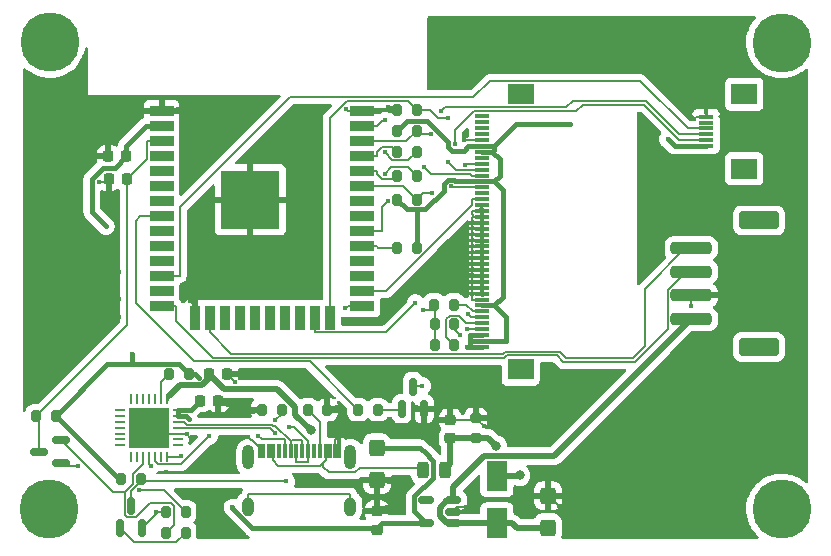
<source format=gbr>
%TF.GenerationSoftware,KiCad,Pcbnew,6.0.2+dfsg-1*%
%TF.CreationDate,2022-09-10T17:36:13-07:00*%
%TF.ProjectId,OpenHasp-1Gang,4f70656e-4861-4737-902d-3147616e672e,rev?*%
%TF.SameCoordinates,Original*%
%TF.FileFunction,Copper,L1,Top*%
%TF.FilePolarity,Positive*%
%FSLAX46Y46*%
G04 Gerber Fmt 4.6, Leading zero omitted, Abs format (unit mm)*
G04 Created by KiCad (PCBNEW 6.0.2+dfsg-1) date 2022-09-10 17:36:13*
%MOMM*%
%LPD*%
G01*
G04 APERTURE LIST*
G04 Aperture macros list*
%AMRoundRect*
0 Rectangle with rounded corners*
0 $1 Rounding radius*
0 $2 $3 $4 $5 $6 $7 $8 $9 X,Y pos of 4 corners*
0 Add a 4 corners polygon primitive as box body*
4,1,4,$2,$3,$4,$5,$6,$7,$8,$9,$2,$3,0*
0 Add four circle primitives for the rounded corners*
1,1,$1+$1,$2,$3*
1,1,$1+$1,$4,$5*
1,1,$1+$1,$6,$7*
1,1,$1+$1,$8,$9*
0 Add four rect primitives between the rounded corners*
20,1,$1+$1,$2,$3,$4,$5,0*
20,1,$1+$1,$4,$5,$6,$7,0*
20,1,$1+$1,$6,$7,$8,$9,0*
20,1,$1+$1,$8,$9,$2,$3,0*%
G04 Aperture macros list end*
%TA.AperFunction,SMDPad,CuDef*%
%ADD10RoundRect,0.225000X0.250000X-0.225000X0.250000X0.225000X-0.250000X0.225000X-0.250000X-0.225000X0*%
%TD*%
%TA.AperFunction,SMDPad,CuDef*%
%ADD11R,1.300000X0.300000*%
%TD*%
%TA.AperFunction,SMDPad,CuDef*%
%ADD12R,2.200000X1.800000*%
%TD*%
%TA.AperFunction,ComponentPad*%
%ADD13C,0.800000*%
%TD*%
%TA.AperFunction,ComponentPad*%
%ADD14C,5.000000*%
%TD*%
%TA.AperFunction,SMDPad,CuDef*%
%ADD15RoundRect,0.150000X0.150000X-0.587500X0.150000X0.587500X-0.150000X0.587500X-0.150000X-0.587500X0*%
%TD*%
%TA.AperFunction,SMDPad,CuDef*%
%ADD16RoundRect,0.200000X-0.200000X-0.275000X0.200000X-0.275000X0.200000X0.275000X-0.200000X0.275000X0*%
%TD*%
%TA.AperFunction,SMDPad,CuDef*%
%ADD17RoundRect,0.150000X0.587500X0.150000X-0.587500X0.150000X-0.587500X-0.150000X0.587500X-0.150000X0*%
%TD*%
%TA.AperFunction,SMDPad,CuDef*%
%ADD18RoundRect,0.200000X0.200000X0.275000X-0.200000X0.275000X-0.200000X-0.275000X0.200000X-0.275000X0*%
%TD*%
%TA.AperFunction,SMDPad,CuDef*%
%ADD19RoundRect,0.225000X0.225000X0.250000X-0.225000X0.250000X-0.225000X-0.250000X0.225000X-0.250000X0*%
%TD*%
%TA.AperFunction,SMDPad,CuDef*%
%ADD20RoundRect,0.062500X0.337500X0.062500X-0.337500X0.062500X-0.337500X-0.062500X0.337500X-0.062500X0*%
%TD*%
%TA.AperFunction,SMDPad,CuDef*%
%ADD21RoundRect,0.062500X0.062500X0.337500X-0.062500X0.337500X-0.062500X-0.337500X0.062500X-0.337500X0*%
%TD*%
%TA.AperFunction,SMDPad,CuDef*%
%ADD22R,3.350000X3.350000*%
%TD*%
%TA.AperFunction,SMDPad,CuDef*%
%ADD23RoundRect,0.200000X0.275000X-0.200000X0.275000X0.200000X-0.275000X0.200000X-0.275000X-0.200000X0*%
%TD*%
%TA.AperFunction,SMDPad,CuDef*%
%ADD24RoundRect,0.225000X-0.225000X-0.250000X0.225000X-0.250000X0.225000X0.250000X-0.225000X0.250000X0*%
%TD*%
%TA.AperFunction,SMDPad,CuDef*%
%ADD25RoundRect,0.250000X-0.425000X0.450000X-0.425000X-0.450000X0.425000X-0.450000X0.425000X0.450000X0*%
%TD*%
%TA.AperFunction,SMDPad,CuDef*%
%ADD26R,2.000000X0.900000*%
%TD*%
%TA.AperFunction,SMDPad,CuDef*%
%ADD27R,0.900000X2.000000*%
%TD*%
%TA.AperFunction,SMDPad,CuDef*%
%ADD28R,5.000000X5.000000*%
%TD*%
%TA.AperFunction,SMDPad,CuDef*%
%ADD29RoundRect,0.243750X0.243750X0.456250X-0.243750X0.456250X-0.243750X-0.456250X0.243750X-0.456250X0*%
%TD*%
%TA.AperFunction,SMDPad,CuDef*%
%ADD30R,0.300000X1.150000*%
%TD*%
%TA.AperFunction,ComponentPad*%
%ADD31O,1.000000X1.600000*%
%TD*%
%TA.AperFunction,ComponentPad*%
%ADD32O,1.000000X2.100000*%
%TD*%
%TA.AperFunction,SMDPad,CuDef*%
%ADD33R,1.800000X2.500000*%
%TD*%
%TA.AperFunction,SMDPad,CuDef*%
%ADD34RoundRect,0.250000X0.425000X-0.450000X0.425000X0.450000X-0.425000X0.450000X-0.425000X-0.450000X0*%
%TD*%
%TA.AperFunction,SMDPad,CuDef*%
%ADD35RoundRect,0.150000X0.512500X0.150000X-0.512500X0.150000X-0.512500X-0.150000X0.512500X-0.150000X0*%
%TD*%
%TA.AperFunction,SMDPad,CuDef*%
%ADD36RoundRect,0.250000X1.500000X-0.250000X1.500000X0.250000X-1.500000X0.250000X-1.500000X-0.250000X0*%
%TD*%
%TA.AperFunction,SMDPad,CuDef*%
%ADD37RoundRect,0.250001X1.449999X-0.499999X1.449999X0.499999X-1.449999X0.499999X-1.449999X-0.499999X0*%
%TD*%
%TA.AperFunction,ViaPad*%
%ADD38C,0.800000*%
%TD*%
%TA.AperFunction,ViaPad*%
%ADD39C,0.450000*%
%TD*%
%TA.AperFunction,Conductor*%
%ADD40C,0.500000*%
%TD*%
%TA.AperFunction,Conductor*%
%ADD41C,0.250200*%
%TD*%
%TA.AperFunction,Conductor*%
%ADD42C,0.152400*%
%TD*%
%TA.AperFunction,Conductor*%
%ADD43C,0.381000*%
%TD*%
G04 APERTURE END LIST*
D10*
%TO.P,C7,1*%
%TO.N,+3V3*%
X113230000Y26257000D03*
%TO.P,C7,2*%
%TO.N,GND*%
X113230000Y27807000D03*
%TD*%
D11*
%TO.P,FPC2,1,Pin_1*%
%TO.N,+3V3*%
X141100000Y58740000D03*
%TO.P,FPC2,2,Pin_2*%
%TO.N,SDA*%
X141100000Y59240000D03*
%TO.P,FPC2,3,Pin_3*%
%TO.N,SCL*%
X141100000Y59740000D03*
%TO.P,FPC2,4,Pin_4*%
%TO.N,CTC_IRQ*%
X141100000Y60240000D03*
%TO.P,FPC2,5,Pin_5*%
%TO.N,unconnected-(FPC2-Pad5)*%
X141100000Y60740000D03*
%TO.P,FPC2,6,Pin_6*%
%TO.N,GND*%
X141100000Y61240000D03*
D12*
%TO.P,FPC2,MP*%
%TO.N,N/C*%
X144350000Y56840000D03*
X144350000Y63140000D03*
%TD*%
D13*
%TO.P,H1,1*%
%TO.N,N/C*%
X85500000Y29875000D03*
X86825825Y29325825D03*
X83625000Y28000000D03*
X84174175Y29325825D03*
D14*
X85500000Y28000000D03*
D13*
X85500000Y26125000D03*
X87375000Y28000000D03*
X84174175Y26674175D03*
X86825825Y26674175D03*
%TD*%
%TO.P,H2,1*%
%TO.N,N/C*%
X145625000Y67500000D03*
X147500000Y65625000D03*
X146174175Y66174175D03*
X148825825Y66174175D03*
X147500000Y69375000D03*
D14*
X147500000Y67500000D03*
D13*
X149375000Y67500000D03*
X146174175Y68825825D03*
X148825825Y68825825D03*
%TD*%
%TO.P,H3,1*%
%TO.N,N/C*%
X86855825Y68855825D03*
X83655000Y67530000D03*
X86855825Y66204175D03*
D14*
X85530000Y67530000D03*
D13*
X87405000Y67530000D03*
X84204175Y68855825D03*
X85530000Y65655000D03*
X84204175Y66204175D03*
X85530000Y69405000D03*
%TD*%
D15*
%TO.P,Q3,1,E*%
%TO.N,Net-(Q3-Pad1)*%
X115328000Y36508500D03*
%TO.P,Q3,2,B*%
%TO.N,GND*%
X117228000Y36508500D03*
%TO.P,Q3,3,C*%
%TO.N,Net-(Q3-Pad3)*%
X116278000Y38383500D03*
%TD*%
D16*
%TO.P,R12,1*%
%TO.N,GND*%
X114945000Y61830000D03*
%TO.P,R12,2*%
%TO.N,DC_RS*%
X116595000Y61830000D03*
%TD*%
D17*
%TO.P,Q1,1,E*%
%TO.N,Net-(Q1-Pad1)*%
X86481500Y31924000D03*
%TO.P,Q1,2,B*%
%TO.N,RTS*%
X86481500Y33824000D03*
%TO.P,Q1,3,C*%
%TO.N,EN*%
X84606500Y32874000D03*
%TD*%
D18*
%TO.P,R5,1*%
%TO.N,Net-(Q1-Pad1)*%
X97037000Y27794000D03*
%TO.P,R5,2*%
%TO.N,DTR*%
X95387000Y27794000D03*
%TD*%
D13*
%TO.P,H4,1*%
%TO.N,N/C*%
X147500000Y29875000D03*
D14*
X147500000Y28000000D03*
D13*
X146174175Y26674175D03*
X149375000Y28000000D03*
X147500000Y26125000D03*
X148825825Y26674175D03*
X148825825Y29325825D03*
X145625000Y28000000D03*
X146174175Y29325825D03*
%TD*%
D19*
%TO.P,C6,1*%
%TO.N,+3V3*%
X92025000Y57870000D03*
%TO.P,C6,2*%
%TO.N,GND*%
X90475000Y57870000D03*
%TD*%
D10*
%TO.P,C2,1*%
%TO.N,VBUS*%
X119457500Y34005000D03*
%TO.P,C2,2*%
%TO.N,GND*%
X119457500Y35555000D03*
%TD*%
D20*
%TO.P,U1,1,~{DCD}*%
%TO.N,unconnected-(U1-Pad1)*%
X96376000Y33406000D03*
%TO.P,U1,2,~{RI}/CLK*%
%TO.N,unconnected-(U1-Pad2)*%
X96376000Y33906000D03*
%TO.P,U1,3,GND*%
%TO.N,GND*%
X96376000Y34406000D03*
%TO.P,U1,4,D+*%
%TO.N,D+*%
X96376000Y34906000D03*
%TO.P,U1,5,D-*%
%TO.N,D-*%
X96376000Y35406000D03*
%TO.P,U1,6,VDD*%
%TO.N,+3V3*%
X96376000Y35906000D03*
%TO.P,U1,7,REGIN*%
X96376000Y36406000D03*
D21*
%TO.P,U1,8,VBUS*%
%TO.N,VBUS*%
X95426000Y37356000D03*
%TO.P,U1,9,~{RSTb}*%
%TO.N,RSTb*%
X94926000Y37356000D03*
%TO.P,U1,10,NC*%
%TO.N,unconnected-(U1-Pad10)*%
X94426000Y37356000D03*
%TO.P,U1,11,~{SUSPENDb}*%
%TO.N,unconnected-(U1-Pad11)*%
X93926000Y37356000D03*
%TO.P,U1,12,SUSPEND*%
%TO.N,unconnected-(U1-Pad12)*%
X93426000Y37356000D03*
%TO.P,U1,13,CHREN*%
%TO.N,unconnected-(U1-Pad13)*%
X92926000Y37356000D03*
%TO.P,U1,14,CHR1*%
%TO.N,unconnected-(U1-Pad14)*%
X92426000Y37356000D03*
D20*
%TO.P,U1,15,CHR0*%
%TO.N,unconnected-(U1-Pad15)*%
X91476000Y36406000D03*
%TO.P,U1,16,~{WAKEUP}/GPIO.3*%
%TO.N,unconnected-(U1-Pad16)*%
X91476000Y35906000D03*
%TO.P,U1,17,RS485/GPIO.2*%
%TO.N,unconnected-(U1-Pad17)*%
X91476000Y35406000D03*
%TO.P,U1,18,~{RXT}/GPIO.1*%
%TO.N,unconnected-(U1-Pad18)*%
X91476000Y34906000D03*
%TO.P,U1,19,~{TXT}/GPIO.0*%
%TO.N,unconnected-(U1-Pad19)*%
X91476000Y34406000D03*
%TO.P,U1,20,GPIO.6*%
%TO.N,unconnected-(U1-Pad20)*%
X91476000Y33906000D03*
%TO.P,U1,21,GPIO.5*%
%TO.N,unconnected-(U1-Pad21)*%
X91476000Y33406000D03*
D21*
%TO.P,U1,22,GPIO.4*%
%TO.N,unconnected-(U1-Pad22)*%
X92426000Y32456000D03*
%TO.P,U1,23,~{CTS}*%
%TO.N,unconnected-(U1-Pad23)*%
X92926000Y32456000D03*
%TO.P,U1,24,~{RTS}*%
%TO.N,RTS*%
X93426000Y32456000D03*
%TO.P,U1,25,RXD*%
%TO.N,Net-(R3-Pad2)*%
X93926000Y32456000D03*
%TO.P,U1,26,TXD*%
%TO.N,Net-(R4-Pad2)*%
X94426000Y32456000D03*
%TO.P,U1,27,~{DSR}*%
%TO.N,unconnected-(U1-Pad27)*%
X94926000Y32456000D03*
%TO.P,U1,28,~{DTR}*%
%TO.N,DTR*%
X95426000Y32456000D03*
D22*
%TO.P,U1,29,GND*%
%TO.N,GND*%
X93926000Y34906000D03*
%TD*%
D18*
%TO.P,R6,1*%
%TO.N,Net-(Q2-Pad1)*%
X97037000Y26016000D03*
%TO.P,R6,2*%
%TO.N,RTS*%
X95387000Y26016000D03*
%TD*%
D23*
%TO.P,R2,1*%
%TO.N,VBUS*%
X121612000Y34045000D03*
%TO.P,R2,2*%
%TO.N,GND*%
X121612000Y35695000D03*
%TD*%
D18*
%TO.P,R1,1*%
%TO.N,+3V3*%
X97291000Y39478000D03*
%TO.P,R1,2*%
%TO.N,RSTb*%
X95641000Y39478000D03*
%TD*%
D24*
%TO.P,C10,1*%
%TO.N,+3V3*%
X98244000Y37192000D03*
%TO.P,C10,2*%
%TO.N,GND*%
X99794000Y37192000D03*
%TD*%
D19*
%TO.P,C8,1*%
%TO.N,EN*%
X92085000Y55930000D03*
%TO.P,C8,2*%
%TO.N,GND*%
X90535000Y55930000D03*
%TD*%
D25*
%TO.P,C5,1*%
%TO.N,+3V3*%
X113230000Y33208000D03*
%TO.P,C5,2*%
%TO.N,GND*%
X113230000Y30508000D03*
%TD*%
D24*
%TO.P,C1,1*%
%TO.N,VBUS*%
X98993000Y39478000D03*
%TO.P,C1,2*%
%TO.N,GND*%
X100543000Y39478000D03*
%TD*%
D16*
%TO.P,R24,1*%
%TO.N,GND*%
X103515000Y36430000D03*
%TO.P,R24,2*%
%TO.N,Net-(J5-PadA5)*%
X105165000Y36430000D03*
%TD*%
%TO.P,R18,1*%
%TO.N,TFT_LED*%
X111643000Y36430000D03*
%TO.P,R18,2*%
%TO.N,Net-(Q3-Pad1)*%
X113293000Y36430000D03*
%TD*%
D18*
%TO.P,R25,1*%
%TO.N,GND*%
X109038000Y36430000D03*
%TO.P,R25,2*%
%TO.N,Net-(J5-PadB5)*%
X107388000Y36430000D03*
%TD*%
D11*
%TO.P,FPC1,1,XL*%
%TO.N,unconnected-(FPC1-Pad1)*%
X122150000Y61250000D03*
%TO.P,FPC1,2,YU*%
%TO.N,unconnected-(FPC1-Pad2)*%
X122150000Y60750000D03*
%TO.P,FPC1,3,XR*%
%TO.N,unconnected-(FPC1-Pad3)*%
X122150000Y60250000D03*
%TO.P,FPC1,4,YD*%
%TO.N,unconnected-(FPC1-Pad4)*%
X122150000Y59750000D03*
%TO.P,FPC1,5,GND*%
%TO.N,GND*%
X122150000Y59250000D03*
%TO.P,FPC1,6,IOVCC*%
%TO.N,+3V3*%
X122150000Y58750000D03*
%TO.P,FPC1,7,VCC*%
X122150000Y58250000D03*
%TO.P,FPC1,8,FMARK*%
%TO.N,unconnected-(FPC1-Pad8)*%
X122150000Y57750000D03*
%TO.P,FPC1,9,CS*%
%TO.N,TFT_CS*%
X122150000Y57250000D03*
%TO.P,FPC1,10,DC/RS*%
%TO.N,DC_RS*%
X122150000Y56750000D03*
%TO.P,FPC1,11,SCK*%
%TO.N,SCK*%
X122150000Y56250000D03*
%TO.P,FPC1,12,RD*%
%TO.N,+3V3*%
X122150000Y55750000D03*
%TO.P,FPC1,13,SDI*%
%TO.N,SDI*%
X122150000Y55250000D03*
%TO.P,FPC1,14,SDO*%
%TO.N,unconnected-(FPC1-Pad14)*%
X122150000Y54750000D03*
%TO.P,FPC1,15,RESET*%
%TO.N,TFT_RESET*%
X122150000Y54250000D03*
%TO.P,FPC1,16,GND*%
%TO.N,GND*%
X122150000Y53750000D03*
%TO.P,FPC1,17,DB0*%
X122150000Y53250000D03*
%TO.P,FPC1,18,DB1*%
X122150000Y52750000D03*
%TO.P,FPC1,19,DB2*%
X122150000Y52250000D03*
%TO.P,FPC1,20,DB3*%
X122150000Y51750000D03*
%TO.P,FPC1,21,DB4*%
X122150000Y51250000D03*
%TO.P,FPC1,22,DB5*%
X122150000Y50750000D03*
%TO.P,FPC1,23,DB6*%
X122150000Y50250000D03*
%TO.P,FPC1,24,DB7*%
X122150000Y49750000D03*
%TO.P,FPC1,25,DB8*%
X122150000Y49250000D03*
%TO.P,FPC1,26,DB9*%
X122150000Y48750000D03*
%TO.P,FPC1,27,DB10*%
X122150000Y48250000D03*
%TO.P,FPC1,28,DB11*%
X122150000Y47750000D03*
%TO.P,FPC1,29,DB12*%
X122150000Y47250000D03*
%TO.P,FPC1,30,DB13*%
X122150000Y46750000D03*
%TO.P,FPC1,31,DB14*%
X122150000Y46250000D03*
%TO.P,FPC1,32,DB15*%
X122150000Y45750000D03*
%TO.P,FPC1,33,LED_A*%
%TO.N,+3V3*%
X122150000Y45250000D03*
%TO.P,FPC1,34,LED_K*%
%TO.N,LED_K1*%
X122150000Y44750000D03*
%TO.P,FPC1,35,LED_K*%
%TO.N,LED_K2*%
X122150000Y44250000D03*
%TO.P,FPC1,36,LED_K*%
%TO.N,LED_K3*%
X122150000Y43750000D03*
%TO.P,FPC1,37,GND*%
%TO.N,GND*%
X122150000Y43250000D03*
%TO.P,FPC1,38,IM0*%
%TO.N,+3V3*%
X122150000Y42750000D03*
%TO.P,FPC1,39,IM1*%
X122150000Y42250000D03*
%TO.P,FPC1,40,IM2*%
X122150000Y41750000D03*
D12*
%TO.P,FPC1,MP*%
%TO.N,N/C*%
X125400000Y63150000D03*
X125400000Y39850000D03*
%TD*%
D26*
%TO.P,U4,1,GND*%
%TO.N,GND*%
X95010000Y61703000D03*
%TO.P,U4,2,VDD*%
%TO.N,+3V3*%
X95010000Y60433000D03*
%TO.P,U4,3,EN*%
%TO.N,EN*%
X95010000Y59163000D03*
%TO.P,U4,4,SENSOR_VP*%
%TO.N,unconnected-(U4-Pad4)*%
X95010000Y57893000D03*
%TO.P,U4,5,SENSOR_VN*%
%TO.N,unconnected-(U4-Pad5)*%
X95010000Y56623000D03*
%TO.P,U4,6,IO34*%
%TO.N,unconnected-(U4-Pad6)*%
X95010000Y55353000D03*
%TO.P,U4,7,IO35*%
%TO.N,unconnected-(U4-Pad7)*%
X95010000Y54083000D03*
%TO.P,U4,8,IO32*%
%TO.N,TFT_LED*%
X95010000Y52813000D03*
%TO.P,U4,9,IO33*%
%TO.N,unconnected-(U4-Pad9)*%
X95010000Y51543000D03*
%TO.P,U4,10,IO25*%
%TO.N,unconnected-(U4-Pad10)*%
X95010000Y50273000D03*
%TO.P,U4,11,IO26*%
%TO.N,unconnected-(U4-Pad11)*%
X95010000Y49003000D03*
%TO.P,U4,12,IO27*%
%TO.N,CTC_IRQ*%
X95010000Y47733000D03*
%TO.P,U4,13,IO14*%
%TO.N,IO14*%
X95010000Y46463000D03*
%TO.P,U4,14,IO12*%
%TO.N,IO12*%
X95010000Y45193000D03*
D27*
%TO.P,U4,15,GND*%
%TO.N,GND*%
X97795000Y44193000D03*
%TO.P,U4,16,IO13*%
%TO.N,IO13*%
X99065000Y44193000D03*
%TO.P,U4,17,SHD/SD2*%
%TO.N,unconnected-(U4-Pad17)*%
X100335000Y44193000D03*
%TO.P,U4,18,SWP/SD3*%
%TO.N,unconnected-(U4-Pad18)*%
X101605000Y44193000D03*
%TO.P,U4,19,SCS/CMD*%
%TO.N,unconnected-(U4-Pad19)*%
X102875000Y44193000D03*
%TO.P,U4,20,SCK/CLK*%
%TO.N,unconnected-(U4-Pad20)*%
X104145000Y44193000D03*
%TO.P,U4,21,SDO/SD0*%
%TO.N,unconnected-(U4-Pad21)*%
X105415000Y44193000D03*
%TO.P,U4,22,SDI/SD1*%
%TO.N,unconnected-(U4-Pad22)*%
X106685000Y44193000D03*
%TO.P,U4,23,IO15*%
%TO.N,TFT_CS*%
X107955000Y44193000D03*
%TO.P,U4,24,IO2*%
%TO.N,DC_RS*%
X109225000Y44193000D03*
D26*
%TO.P,U4,25,IO0*%
%TO.N,IO0*%
X112010000Y45193000D03*
%TO.P,U4,26,IO4*%
%TO.N,TFT_RESET*%
X112010000Y46463000D03*
%TO.P,U4,27,IO16*%
%TO.N,IO16*%
X112010000Y47733000D03*
%TO.P,U4,28,IO17*%
%TO.N,unconnected-(U4-Pad28)*%
X112010000Y49003000D03*
%TO.P,U4,29,IO5*%
%TO.N,IO5*%
X112010000Y50273000D03*
%TO.P,U4,30,IO18*%
%TO.N,SCK*%
X112010000Y51543000D03*
%TO.P,U4,31,IO19*%
%TO.N,unconnected-(U4-Pad31)*%
X112010000Y52813000D03*
%TO.P,U4,32,NC*%
%TO.N,unconnected-(U4-Pad32)*%
X112010000Y54083000D03*
%TO.P,U4,33,IO21*%
%TO.N,SDA*%
X112010000Y55353000D03*
%TO.P,U4,34,RXD0/IO3*%
%TO.N,RXD0*%
X112010000Y56623000D03*
%TO.P,U4,35,TXD0/IO1*%
%TO.N,TXD0*%
X112010000Y57893000D03*
%TO.P,U4,36,IO22*%
%TO.N,SCL*%
X112010000Y59163000D03*
%TO.P,U4,37,IO23*%
%TO.N,SDI*%
X112010000Y60433000D03*
%TO.P,U4,38,GND*%
%TO.N,GND*%
X112010000Y61703000D03*
D28*
%TO.P,U4,39,GND*%
X102510000Y54203000D03*
%TD*%
D16*
%TO.P,R3,1*%
%TO.N,TXD0*%
X114945000Y58274000D03*
%TO.P,R3,2*%
%TO.N,Net-(R3-Pad2)*%
X116595000Y58274000D03*
%TD*%
%TO.P,R10,1*%
%TO.N,+3V3*%
X91577000Y30588000D03*
%TO.P,R10,2*%
%TO.N,IO0*%
X93227000Y30588000D03*
%TD*%
%TO.P,R4,1*%
%TO.N,RXD0*%
X114945000Y56242000D03*
%TO.P,R4,2*%
%TO.N,Net-(R4-Pad2)*%
X116595000Y56242000D03*
%TD*%
D15*
%TO.P,Q2,1,E*%
%TO.N,Net-(Q2-Pad1)*%
X91452000Y26427000D03*
%TO.P,Q2,2,B*%
%TO.N,DTR*%
X93352000Y26427000D03*
%TO.P,Q2,3,C*%
%TO.N,IO0*%
X92402000Y28302000D03*
%TD*%
D29*
%TO.P,F1,1*%
%TO.N,VBUS*%
X118993500Y31350000D03*
%TO.P,F1,2*%
%TO.N,Net-(F1-Pad2)*%
X117118500Y31350000D03*
%TD*%
D30*
%TO.P,J5,A1,GND*%
%TO.N,GND*%
X103325000Y32970000D03*
%TO.P,J5,A4,VBUS*%
%TO.N,Net-(F1-Pad2)*%
X104125000Y32970000D03*
%TO.P,J5,A5,CC1*%
%TO.N,Net-(J5-PadA5)*%
X105425000Y32970000D03*
%TO.P,J5,A6,D+*%
%TO.N,D+*%
X106425000Y32970000D03*
%TO.P,J5,A7,D-*%
%TO.N,D-*%
X106925000Y32970000D03*
%TO.P,J5,A8,SBU1*%
%TO.N,unconnected-(J5-PadA8)*%
X107925000Y32970000D03*
%TO.P,J5,A9,VBUS*%
%TO.N,Net-(F1-Pad2)*%
X109225000Y32970000D03*
%TO.P,J5,A12,GND*%
%TO.N,GND*%
X110025000Y32970000D03*
%TO.P,J5,B1,GND*%
X109725000Y32970000D03*
%TO.P,J5,B4,VBUS*%
%TO.N,Net-(F1-Pad2)*%
X108925000Y32970000D03*
%TO.P,J5,B5,CC2*%
%TO.N,Net-(J5-PadB5)*%
X108425000Y32970000D03*
%TO.P,J5,B6,D+*%
%TO.N,D+*%
X107425000Y32970000D03*
%TO.P,J5,B7,D-*%
%TO.N,D-*%
X105925000Y32970000D03*
%TO.P,J5,B8,SBU2*%
%TO.N,unconnected-(J5-PadB8)*%
X104925000Y32970000D03*
%TO.P,J5,B9,VBUS*%
%TO.N,Net-(F1-Pad2)*%
X104425000Y32970000D03*
%TO.P,J5,B12,GND*%
%TO.N,GND*%
X103625000Y32970000D03*
D31*
%TO.P,J5,S1,SHIELD*%
%TO.N,unconnected-(J5-PadS1)*%
X110995000Y28225000D03*
D32*
X110995000Y32405000D03*
X102355000Y32405000D03*
D31*
X102355000Y28225000D03*
%TD*%
D16*
%TO.P,R19,1*%
%TO.N,Net-(Q3-Pad3)*%
X118075000Y45320000D03*
%TO.P,R19,2*%
%TO.N,LED_K1*%
X119725000Y45320000D03*
%TD*%
D33*
%TO.P,D1,1,K*%
%TO.N,VPP*%
X123390000Y26810000D03*
%TO.P,D1,2,A*%
%TO.N,VBUS*%
X123390000Y30810000D03*
%TD*%
D34*
%TO.P,C4,1*%
%TO.N,VPP*%
X127708000Y26444000D03*
%TO.P,C4,2*%
%TO.N,GND*%
X127708000Y29144000D03*
%TD*%
D35*
%TO.P,U3,1,VIN*%
%TO.N,VPP*%
X119701500Y26844000D03*
%TO.P,U3,2,GND*%
%TO.N,GND*%
X119701500Y27794000D03*
%TO.P,U3,3,EN*%
%TO.N,VPP*%
X119701500Y28744000D03*
%TO.P,U3,4,NC*%
%TO.N,unconnected-(U3-Pad4)*%
X117426500Y28744000D03*
%TO.P,U3,5,VOUT*%
%TO.N,+3V3*%
X117426500Y26844000D03*
%TD*%
D18*
%TO.P,R23,1*%
%TO.N,+3V3*%
X116595000Y50146000D03*
%TO.P,R23,2*%
%TO.N,IO5*%
X114945000Y50146000D03*
%TD*%
D16*
%TO.P,R20,1*%
%TO.N,Net-(Q3-Pad3)*%
X118135000Y43650000D03*
%TO.P,R20,2*%
%TO.N,LED_K2*%
X119785000Y43650000D03*
%TD*%
%TO.P,R21,1*%
%TO.N,Net-(Q3-Pad3)*%
X118135000Y41900000D03*
%TO.P,R21,2*%
%TO.N,LED_K3*%
X119785000Y41900000D03*
%TD*%
D18*
%TO.P,R8,1*%
%TO.N,+3V3*%
X86052000Y35922000D03*
%TO.P,R8,2*%
%TO.N,EN*%
X84402000Y35922000D03*
%TD*%
D16*
%TO.P,R11,1*%
%TO.N,+3V3*%
X114945000Y60052000D03*
%TO.P,R11,2*%
%TO.N,SCL*%
X116595000Y60052000D03*
%TD*%
%TO.P,R7,1*%
%TO.N,+3V3*%
X114945000Y54210000D03*
%TO.P,R7,2*%
%TO.N,SDA*%
X116595000Y54210000D03*
%TD*%
D36*
%TO.P,J2,1,Pin_1*%
%TO.N,VPP*%
X139844000Y44098000D03*
%TO.P,J2,2,Pin_2*%
%TO.N,GND*%
X139844000Y46098000D03*
%TO.P,J2,3,Pin_3*%
%TO.N,IO12*%
X139844000Y48098000D03*
%TO.P,J2,4,Pin_4*%
%TO.N,IO13*%
X139844000Y50098000D03*
D37*
%TO.P,J2,MP*%
%TO.N,N/C*%
X145594000Y41748000D03*
X145594000Y52448000D03*
%TD*%
D38*
%TO.N,VBUS*%
X107648600Y34670400D03*
X123347500Y33320500D03*
X125309000Y30860400D03*
D39*
%TO.N,GND*%
X90878000Y53448000D03*
X95196000Y33890000D03*
X123890000Y65580000D03*
X128612000Y28240000D03*
X142186000Y42780000D03*
X100626200Y36803700D03*
X126700000Y31190000D03*
X123520000Y28830000D03*
X142694000Y45574000D03*
X113230000Y39224000D03*
X108280000Y56760000D03*
X89637300Y57789000D03*
X100680000Y33830000D03*
X126184000Y36176000D03*
X139844000Y45204200D03*
X94980000Y62750000D03*
X85544000Y46336000D03*
X109490000Y39820000D03*
X131320000Y65620000D03*
X114283700Y30310800D03*
X86052000Y38716000D03*
X106950000Y39450000D03*
X138360000Y62880000D03*
X109928000Y35668000D03*
X123490000Y36260000D03*
X119470000Y64090000D03*
X115870000Y35030000D03*
X118470000Y38410000D03*
X102890000Y49140000D03*
X98752000Y58274000D03*
X103923000Y54203000D03*
X120855000Y43250000D03*
X136710000Y58270000D03*
X110040000Y30170000D03*
X102308000Y34144000D03*
X129410000Y29140000D03*
X130430000Y36350000D03*
X110050000Y33750000D03*
X127962000Y31350000D03*
X116786000Y47606000D03*
X87068000Y39732000D03*
X108404000Y48876000D03*
X85290000Y50146000D03*
X109837900Y36673900D03*
X115262000Y28810000D03*
X136950000Y49000000D03*
X91386000Y45828000D03*
X107388000Y46844000D03*
X121273500Y46250000D03*
X136090000Y36176000D03*
X117920000Y34930000D03*
X119750000Y39580000D03*
X142590000Y47690000D03*
X131970000Y34490000D03*
X108050000Y61450000D03*
X141130000Y62490000D03*
X99768000Y32112000D03*
X101030000Y31270000D03*
X140408000Y35922000D03*
X95196000Y35668000D03*
X116544400Y36683500D03*
X140060400Y61028000D03*
X121273500Y47250000D03*
X118420000Y36650000D03*
X92656000Y34144000D03*
X108150000Y30334000D03*
X101220600Y38800400D03*
X100276000Y50400000D03*
X120638200Y59234700D03*
X114159300Y62091000D03*
X137614000Y32112000D03*
X137770000Y39700000D03*
X120746800Y28146500D03*
X121120600Y47793900D03*
X121230000Y29720000D03*
X116140000Y39910000D03*
X102709700Y36254900D03*
X118060000Y37820000D03*
X111860000Y29950000D03*
X91386000Y48114000D03*
X92656000Y35668000D03*
X115220000Y37970000D03*
X96388200Y61854700D03*
X116870000Y34190000D03*
X122110000Y39450000D03*
X87830000Y40748000D03*
X111370000Y39220000D03*
X133042000Y39478000D03*
X105510000Y46170000D03*
X85036000Y60306000D03*
X142186000Y39224000D03*
X100540000Y54220000D03*
X124910000Y33650000D03*
X97175600Y34345600D03*
X102562000Y61322000D03*
X89686600Y55736900D03*
X115830000Y30190000D03*
X110460000Y36260000D03*
X130520000Y32910000D03*
X97510000Y29620000D03*
X97405300Y45587700D03*
X93100000Y61700000D03*
X91386000Y44304000D03*
X95380000Y31110000D03*
X106626000Y52686000D03*
X142694000Y46590000D03*
X125920000Y28770000D03*
X85036000Y55480000D03*
X113100000Y29130000D03*
X104086000Y39478000D03*
X105386400Y54118100D03*
X102054000Y36938000D03*
X122260800Y35046200D03*
X142590000Y44040000D03*
X97310000Y31220000D03*
X128530000Y34790000D03*
X89100000Y42018000D03*
X110631800Y61854700D03*
X114094200Y28146500D03*
%TO.N,+3V3*%
X120842900Y41728800D03*
X117307800Y32804100D03*
X90293700Y51953800D03*
X97356800Y35601900D03*
X92477600Y41132300D03*
X100988100Y28146500D03*
X129603900Y60582400D03*
X98161600Y39150000D03*
X137849100Y59346300D03*
%TO.N,TFT_CS*%
X120653700Y57178100D03*
X116500500Y45460900D03*
%TO.N,DC_RS*%
X119293400Y57398500D03*
X119293400Y61087500D03*
%TO.N,SCK*%
X114155200Y54118100D03*
X117216500Y56963500D03*
%TO.N,SDI*%
X113919900Y60912000D03*
X119497000Y55334900D03*
%TO.N,LED_K2*%
X120252600Y42791200D03*
X120935600Y44526300D03*
%TO.N,SDA*%
X117922000Y54752800D03*
X119823900Y58934600D03*
%TO.N,SCL*%
X117806600Y59743000D03*
X118684400Y61712000D03*
%TO.N,D+*%
X105764400Y34968100D03*
X104621600Y34414700D03*
%TO.N,Net-(J5-PadA5)*%
X103201900Y34193500D03*
X104593400Y35518400D03*
%TO.N,Net-(Q1-Pad1)*%
X93132800Y29615300D03*
X87919300Y31671700D03*
%TO.N,DTR*%
X96680600Y32490200D03*
X94508100Y27749500D03*
%TO.N,IO0*%
X110502700Y45035700D03*
X105581000Y30360300D03*
%TO.N,Net-(Q3-Pad3)*%
X117109500Y44856700D03*
X117085500Y38459600D03*
%TO.N,Net-(R3-Pad2)*%
X94071300Y31671400D03*
X113884400Y58225700D03*
%TO.N,Net-(R4-Pad2)*%
X99029300Y34193500D03*
X113884400Y56396900D03*
%TD*%
D40*
%TO.N,VBUS*%
X106331900Y36630900D02*
X106331900Y35987100D01*
X104805900Y38156900D02*
X106331900Y36630900D01*
X98993000Y39096900D02*
X98993000Y39478000D01*
X125258600Y30810000D02*
X125309000Y30860400D01*
X106331900Y35987100D02*
X107648600Y34670400D01*
X123347500Y33320500D02*
X122623000Y34045000D01*
X98420800Y38524700D02*
X98993000Y39096900D01*
X100314100Y38156900D02*
X104805900Y38156900D01*
X119457500Y31814000D02*
X119457500Y34005000D01*
X122623000Y34045000D02*
X121612000Y34045000D01*
X119497500Y34045000D02*
X119457500Y34005000D01*
X123390000Y30810000D02*
X125258600Y30810000D01*
D41*
X95617400Y37547400D02*
X95426000Y37356000D01*
D40*
X96594700Y38524700D02*
X98420800Y38524700D01*
X118993500Y31350000D02*
X119457500Y31814000D01*
X95617400Y37547400D02*
X96594700Y38524700D01*
X98993000Y39478000D02*
X100314100Y38156900D01*
X121612000Y34045000D02*
X119497500Y34045000D01*
D42*
%TO.N,GND*%
X114684000Y62091000D02*
X114945000Y61830000D01*
X121491100Y47750000D02*
X121273500Y47967600D01*
X122150000Y46750000D02*
X121273500Y46750000D01*
X121491100Y50750000D02*
X121273500Y50967600D01*
X121491100Y51750000D02*
X121273500Y51967600D01*
X122150000Y48250000D02*
X121711800Y48250000D01*
X121273500Y48467600D02*
X121273500Y48750000D01*
X116544400Y36683500D02*
X117053000Y36683500D01*
X121711800Y50750000D02*
X121491100Y50750000D01*
X121273500Y47967600D02*
X121273500Y48250000D01*
X122150000Y48750000D02*
X121711800Y48750000D01*
X110631800Y61854700D02*
X110783500Y61703000D01*
X103325000Y32970000D02*
X103325000Y33207300D01*
X121491100Y49250000D02*
X121273500Y49467600D01*
X122260800Y35046200D02*
X121752000Y35555000D01*
X121612000Y35555000D02*
X121612000Y35695000D01*
X122150000Y43250000D02*
X120855000Y43250000D01*
X121120600Y47793900D02*
X121229600Y47793900D01*
X121491100Y48750000D02*
X121273500Y48967600D01*
X100543000Y39478000D02*
X101220600Y38800400D01*
X94426000Y34406000D02*
X93926000Y34906000D01*
X109928000Y35668000D02*
X109928000Y34135800D01*
X121491100Y51250000D02*
X121273500Y51250000D01*
X121491100Y52750000D02*
X121273500Y52750000D01*
X89686600Y55736900D02*
X90341900Y55736900D01*
X121229600Y47793900D02*
X121273500Y47750000D01*
X121491100Y47750000D02*
X121273500Y47750000D01*
X122150000Y52250000D02*
X121711800Y52250000D01*
X121491100Y51750000D02*
X121273500Y51750000D01*
X121491100Y50250000D02*
X121273500Y50250000D01*
X121258200Y59234700D02*
X121273500Y59250000D01*
X121273500Y46250000D02*
X121273500Y45750000D01*
X121273500Y47750000D02*
X121273500Y47250000D01*
X122150000Y53250000D02*
X121787400Y53250000D01*
X140060400Y61028000D02*
X140223500Y61191100D01*
X120638200Y59234700D02*
X121258200Y59234700D01*
X121491100Y51250000D02*
X121273500Y51467600D01*
X122150000Y59250000D02*
X121273500Y59250000D01*
X121491100Y49750000D02*
X121273500Y49967600D01*
X121273500Y52967600D02*
X121273500Y53250000D01*
X121273500Y47250000D02*
X121273500Y46750000D01*
X121787400Y52750000D02*
X121491100Y52750000D01*
X121711800Y52250000D02*
X121491100Y52250000D01*
X122150000Y47250000D02*
X121273500Y47250000D01*
X121491100Y50750000D02*
X121273500Y50750000D01*
X121273500Y49467600D02*
X121273500Y49750000D01*
X96388200Y61854700D02*
X96236500Y61703000D01*
X122150000Y50750000D02*
X121711800Y50750000D01*
X121273500Y51467600D02*
X121273500Y51750000D01*
X103339900Y36254900D02*
X103515000Y36430000D01*
X113427200Y30310800D02*
X113230000Y30508000D01*
X122150000Y45750000D02*
X121273500Y45750000D01*
X121711800Y49750000D02*
X121491100Y49750000D01*
X103325000Y33207300D02*
X102683800Y33848500D01*
X121273500Y50967600D02*
X121273500Y51250000D01*
X105386400Y54118100D02*
X105321400Y54118100D01*
X121491100Y48250000D02*
X121273500Y48467600D01*
X122150000Y50250000D02*
X121711800Y50250000D01*
X117053000Y36683500D02*
X117228000Y36508500D01*
X97795000Y44193000D02*
X97795000Y45419500D01*
X121491100Y52250000D02*
X121273500Y52467600D01*
X122150000Y49750000D02*
X121711800Y49750000D01*
X102510000Y54203000D02*
X103923000Y54203000D01*
X141100000Y61240000D02*
X140223500Y61240000D01*
X100626200Y36803700D02*
X100182300Y36803700D01*
X121752000Y35555000D02*
X121612000Y35555000D01*
X121273500Y48967600D02*
X121273500Y49250000D01*
X128612000Y28240000D02*
X127708000Y29144000D01*
X121491100Y50250000D02*
X121273500Y50467600D01*
X121711800Y49250000D02*
X121491100Y49250000D01*
X114159300Y62091000D02*
X114684000Y62091000D01*
X121491100Y48250000D02*
X121273500Y48250000D01*
X121491100Y49250000D02*
X121273500Y49250000D01*
X114094200Y28146500D02*
X113569500Y28146500D01*
X90394000Y57789000D02*
X90475000Y57870000D01*
X121787400Y53250000D02*
X122150000Y53612600D01*
X109837900Y36673900D02*
X109281900Y36673900D01*
X122150000Y53612600D02*
X122150000Y53750000D01*
X97115200Y34406000D02*
X96376000Y34406000D01*
X122150000Y46250000D02*
X121273500Y46250000D01*
X121273500Y46750000D02*
X121273500Y46250000D01*
X100182300Y36803700D02*
X99794000Y37192000D01*
X121273500Y50467600D02*
X121273500Y50750000D01*
X140223500Y61191100D02*
X140223500Y61240000D01*
X121711800Y50250000D02*
X121491100Y50250000D01*
X90341900Y55736900D02*
X90535000Y55930000D01*
X122150000Y47750000D02*
X121711800Y47750000D01*
X121491100Y49750000D02*
X121273500Y49750000D01*
X110025000Y32970000D02*
X109725000Y32970000D01*
X121491100Y52250000D02*
X121273500Y52250000D01*
X121273500Y49967600D02*
X121273500Y50250000D01*
X120746800Y28146500D02*
X120054000Y28146500D01*
X109928000Y34135800D02*
X109725000Y33932800D01*
X109281900Y36673900D02*
X109038000Y36430000D01*
X121711800Y47750000D02*
X121491100Y47750000D01*
X97175600Y34345600D02*
X97115200Y34406000D01*
X139844000Y46098000D02*
X139844000Y45204200D01*
X122150000Y52750000D02*
X121787400Y52750000D01*
X121711800Y51750000D02*
X121491100Y51750000D01*
X122150000Y51250000D02*
X121711800Y51250000D01*
X112010000Y61703000D02*
X110783500Y61703000D01*
X121273500Y51967600D02*
X121273500Y52250000D01*
X109725000Y33932800D02*
X109725000Y32970000D01*
X114283700Y30310800D02*
X113427200Y30310800D01*
X113569500Y28146500D02*
X113230000Y27807000D01*
X121787400Y53250000D02*
X121273500Y53250000D01*
X103923000Y54203000D02*
X105236500Y54203000D01*
X96376000Y34406000D02*
X94426000Y34406000D01*
X102603500Y33848500D02*
X102308000Y34144000D01*
X103325000Y32970000D02*
X103625000Y32970000D01*
X102709700Y36254900D02*
X103339900Y36254900D01*
X121711800Y51250000D02*
X121491100Y51250000D01*
X121711800Y48750000D02*
X121491100Y48750000D01*
X97573500Y45419500D02*
X97795000Y45419500D01*
X121711800Y48250000D02*
X121491100Y48250000D01*
X121612000Y35555000D02*
X119457500Y35555000D01*
X121491100Y52750000D02*
X121273500Y52967600D01*
X122150000Y49250000D02*
X121711800Y49250000D01*
X122150000Y51750000D02*
X121711800Y51750000D01*
X89637300Y57789000D02*
X90394000Y57789000D01*
X97405300Y45587700D02*
X97573500Y45419500D01*
X102683800Y33848500D02*
X102603500Y33848500D01*
X105321400Y54118100D02*
X105236500Y54203000D01*
X120054000Y28146500D02*
X119701500Y27794000D01*
X121273500Y52467600D02*
X121273500Y52750000D01*
X121491100Y48750000D02*
X121273500Y48750000D01*
X95010000Y61703000D02*
X96236500Y61703000D01*
D43*
%TO.N,+3V3*%
X97291000Y39478000D02*
X96474400Y40294600D01*
X116404100Y27866400D02*
X117426500Y26844000D01*
X122150000Y42750000D02*
X121159200Y42750000D01*
X117464400Y60885400D02*
X119258100Y59091700D01*
X116404100Y29079300D02*
X116404100Y27866400D01*
X120572500Y58368800D02*
X120953700Y58750000D01*
X123644000Y56253200D02*
X123644000Y57614900D01*
X117307800Y32804100D02*
X117988800Y32123100D01*
X121291100Y42250000D02*
X121159200Y42381900D01*
X92025000Y58788800D02*
X92025000Y57870000D01*
X121654600Y42250000D02*
X121291100Y42250000D01*
X90424600Y40294600D02*
X86052000Y35922000D01*
X121902300Y42250000D02*
X122150000Y42250000D01*
X120953700Y58750000D02*
X122150000Y58750000D01*
X90034100Y56900000D02*
X89090900Y55956800D01*
X93669200Y60433000D02*
X92025000Y58788800D01*
X118931200Y55569200D02*
X119262700Y55900700D01*
X91055000Y56900000D02*
X90034100Y56900000D01*
X123008000Y45250000D02*
X123140800Y45250000D01*
X121654600Y41750000D02*
X121159200Y41750000D01*
X119731400Y55900700D02*
X119882100Y55750000D01*
X122645400Y58250000D02*
X123008900Y58250000D01*
X121159200Y41750000D02*
X121159200Y42250000D01*
X123140800Y55750000D02*
X123644000Y56253200D01*
X123008000Y55750000D02*
X123140800Y55750000D01*
X114945000Y60052000D02*
X115778400Y60885400D01*
X118931200Y54961800D02*
X118931200Y55569200D01*
X123898000Y46007200D02*
X123898000Y54992800D01*
X114945000Y54210000D02*
X115774800Y53380200D01*
X98244000Y37192000D02*
X97458000Y36406000D01*
X102658700Y26393800D02*
X100988100Y28064400D01*
X115774800Y53380200D02*
X116595000Y53380200D01*
X129603900Y60582400D02*
X124973200Y60582400D01*
X96376000Y35906000D02*
X97052700Y35906000D01*
X116595000Y53380200D02*
X116595000Y50146000D01*
X122150000Y58750000D02*
X123140800Y58750000D01*
X123140800Y58381900D02*
X123140800Y58750000D01*
X96474400Y40294600D02*
X92477600Y40294600D01*
X92477600Y41132300D02*
X92477600Y40294600D01*
X120864100Y41750000D02*
X120842900Y41728800D01*
X119882100Y55750000D02*
X122150000Y55750000D01*
X113230000Y26393800D02*
X113230000Y26257000D01*
X123644000Y57614900D02*
X123008900Y58250000D01*
X117426500Y26844000D02*
X113680200Y26844000D01*
X124973200Y60582400D02*
X123140800Y58750000D01*
X96376000Y36406000D02*
X96376000Y35906000D01*
X100988100Y28064400D02*
X100988100Y28146500D01*
X113680200Y26844000D02*
X113230000Y26393800D01*
X116903900Y33208000D02*
X117307800Y32804100D01*
X124152000Y42250000D02*
X124152000Y44238800D01*
X119589600Y58368800D02*
X120572500Y58368800D01*
X119262700Y55900700D02*
X119731400Y55900700D01*
X97052700Y35906000D02*
X97356800Y35601900D01*
X121902300Y42250000D02*
X121654600Y42250000D01*
X91386000Y30588000D02*
X91577000Y30588000D01*
X97833600Y39478000D02*
X98161600Y39150000D01*
X97291000Y39478000D02*
X97833600Y39478000D01*
X119258100Y58700300D02*
X119589600Y58368800D01*
X97458000Y36406000D02*
X96376000Y36406000D01*
X123898000Y54992800D02*
X123140800Y55750000D01*
X122150000Y42250000D02*
X124152000Y42250000D01*
X86052000Y35922000D02*
X91386000Y30588000D01*
X92025000Y57870000D02*
X91055000Y56900000D01*
X113230000Y33208000D02*
X116903900Y33208000D01*
X92477600Y40294600D02*
X90424600Y40294600D01*
X141100000Y58740000D02*
X138455400Y58740000D01*
X121291100Y42250000D02*
X121159200Y42250000D01*
X117349600Y53380200D02*
X118931200Y54961800D01*
X113230000Y26393800D02*
X102658700Y26393800D01*
X121159200Y41750000D02*
X120864100Y41750000D01*
X138455400Y58740000D02*
X137849100Y59346300D01*
X116595000Y53380200D02*
X117349600Y53380200D01*
X124152000Y44238800D02*
X123140800Y45250000D01*
X119258100Y59091700D02*
X119258100Y58700300D01*
X123140800Y45250000D02*
X123898000Y46007200D01*
X117988800Y30664000D02*
X116404100Y29079300D01*
X117988800Y32123100D02*
X117988800Y30664000D01*
X122150000Y58250000D02*
X122645400Y58250000D01*
X89090900Y55956800D02*
X89090900Y53156600D01*
X89090900Y53156600D02*
X90293700Y51953800D01*
X123008900Y58250000D02*
X123140800Y58381900D01*
X122150000Y55750000D02*
X123008000Y55750000D01*
X115778400Y60885400D02*
X117464400Y60885400D01*
X121159200Y42381900D02*
X121159200Y42750000D01*
X122150000Y45250000D02*
X123008000Y45250000D01*
X95010000Y60433000D02*
X93669200Y60433000D01*
X122150000Y41750000D02*
X121654600Y41750000D01*
D42*
%TO.N,EN*%
X95010000Y59163000D02*
X93783500Y59163000D01*
X92085000Y55930000D02*
X92085000Y43605000D01*
X84606500Y35717500D02*
X84606500Y32874000D01*
X93783500Y57628500D02*
X92085000Y55930000D01*
X93783500Y59163000D02*
X93783500Y57628500D01*
X84402000Y35922000D02*
X84606500Y35717500D01*
X92085000Y43605000D02*
X84402000Y35922000D01*
%TO.N,Net-(F1-Pad2)*%
X104425000Y32970000D02*
X104125000Y32970000D01*
X104903500Y31690000D02*
X104425000Y32168500D01*
X108446500Y31690000D02*
X104903500Y31690000D01*
X108675200Y31918700D02*
X108675200Y31586800D01*
X104425000Y32168500D02*
X104425000Y32970000D01*
X108675200Y31586800D02*
X109149700Y31112300D01*
X108925000Y32168500D02*
X108675200Y31918700D01*
X108675200Y31918700D02*
X108446500Y31690000D01*
X108925000Y32970000D02*
X108925000Y32168500D01*
X116991500Y31477000D02*
X117118500Y31350000D01*
X111398300Y31112300D02*
X111763000Y31477000D01*
X109149700Y31112300D02*
X111398300Y31112300D01*
X108925000Y32970000D02*
X109225000Y32970000D01*
X111763000Y31477000D02*
X116991500Y31477000D01*
%TO.N,TFT_CS*%
X107955000Y42966500D02*
X114006100Y42966500D01*
X120725600Y57250000D02*
X120653700Y57178100D01*
X122150000Y57250000D02*
X120725600Y57250000D01*
X114006100Y42966500D02*
X116500500Y45460900D01*
X107955000Y44193000D02*
X107955000Y42966500D01*
%TO.N,DC_RS*%
X117705300Y61830000D02*
X116595000Y61830000D01*
X119965300Y56726600D02*
X119293400Y57398500D01*
X121273500Y56750000D02*
X121250100Y56726600D01*
X122150000Y56750000D02*
X121273500Y56750000D01*
X109225000Y61104000D02*
X110686100Y62565100D01*
X118447800Y61087500D02*
X117705300Y61830000D01*
X109225000Y44193000D02*
X109225000Y61104000D01*
X115859900Y62565100D02*
X116595000Y61830000D01*
X110686100Y62565100D02*
X115859900Y62565100D01*
X119293400Y61087500D02*
X118447800Y61087500D01*
X121250100Y56726600D02*
X119965300Y56726600D01*
%TO.N,SCK*%
X117216500Y56963500D02*
X117778000Y56402000D01*
X112010000Y51543000D02*
X113650000Y51543000D01*
X121121500Y56402000D02*
X121273500Y56250000D01*
X122150000Y56250000D02*
X121273500Y56250000D01*
X113650000Y53612900D02*
X114155200Y54118100D01*
X113650000Y51543000D02*
X113650000Y53612900D01*
X117778000Y56402000D02*
X121121500Y56402000D01*
%TO.N,SDI*%
X119497000Y55334900D02*
X119581900Y55250000D01*
X113715500Y60912000D02*
X113919900Y60912000D01*
X112010000Y60433000D02*
X113236500Y60433000D01*
X113236500Y60433000D02*
X113715500Y60912000D01*
X119581900Y55250000D02*
X122150000Y55250000D01*
%TO.N,TFT_RESET*%
X121273500Y53736600D02*
X121273500Y54250000D01*
X112010000Y46463000D02*
X113999900Y46463000D01*
X122150000Y54250000D02*
X121273500Y54250000D01*
X113999900Y46463000D02*
X121273500Y53736600D01*
%TO.N,LED_K1*%
X122150000Y44750000D02*
X121350500Y44750000D01*
X121350500Y44750000D02*
X120780500Y45320000D01*
X120780500Y45320000D02*
X119725000Y45320000D01*
%TO.N,LED_K2*%
X119785000Y43258800D02*
X120252600Y42791200D01*
X122150000Y44250000D02*
X121211900Y44250000D01*
X119785000Y43650000D02*
X119785000Y43258800D01*
X121211900Y44250000D02*
X120935600Y44526300D01*
%TO.N,LED_K3*%
X119406600Y44374300D02*
X119127500Y44095200D01*
X120155100Y44374300D02*
X119406600Y44374300D01*
X119127500Y42557500D02*
X119785000Y41900000D01*
X120779400Y43750000D02*
X120155100Y44374300D01*
X122150000Y43750000D02*
X120779400Y43750000D01*
X119127500Y44095200D02*
X119127500Y42557500D01*
%TO.N,SDA*%
X121424800Y61712100D02*
X119823900Y60111200D01*
X135832800Y62254400D02*
X130674800Y62254400D01*
X130132500Y61712100D02*
X121424800Y61712100D01*
X115452000Y55353000D02*
X112010000Y55353000D01*
X116595000Y54210000D02*
X115452000Y55353000D01*
X117922000Y54752800D02*
X117137800Y54752800D01*
X138847200Y59240000D02*
X135832800Y62254400D01*
X119823900Y60111200D02*
X119823900Y58934600D01*
X130674800Y62254400D02*
X130132500Y61712100D01*
X117137800Y54752800D02*
X116595000Y54210000D01*
X141100000Y59240000D02*
X138847200Y59240000D01*
%TO.N,SCL*%
X115706000Y59163000D02*
X112010000Y59163000D01*
X138801200Y59740000D02*
X135984100Y62557100D01*
X129273800Y62014800D02*
X118987200Y62014800D01*
X116595000Y60052000D02*
X116904000Y59743000D01*
X135984100Y62557100D02*
X129816100Y62557100D01*
X116595000Y60052000D02*
X115706000Y59163000D01*
X129816100Y62557100D02*
X129273800Y62014800D01*
X141100000Y59740000D02*
X138801200Y59740000D01*
X116904000Y59743000D02*
X117806600Y59743000D01*
X118987200Y62014800D02*
X118684400Y61712000D01*
%TO.N,CTC_IRQ*%
X139548000Y60240000D02*
X141100000Y60240000D01*
X121402700Y62873300D02*
X122806000Y64276600D01*
X122806000Y64276600D02*
X135511400Y64276600D01*
X135511400Y64276600D02*
X139548000Y60240000D01*
X95010000Y47733000D02*
X96530000Y47733000D01*
X96530000Y47733000D02*
X96530000Y53547800D01*
X105855500Y62873300D02*
X121402700Y62873300D01*
X96530000Y53547800D02*
X105855500Y62873300D01*
%TO.N,IO12*%
X95010000Y45193000D02*
X96236500Y45193000D01*
X139844000Y48098000D02*
X139408800Y48098000D01*
X99383100Y40819900D02*
X96236500Y43966500D01*
X137866400Y43286100D02*
X135045800Y40465500D01*
X128452800Y41015600D02*
X124224900Y41015600D01*
X137866400Y46555600D02*
X137866400Y43286100D01*
X129002900Y40465500D02*
X128452800Y41015600D01*
X124029200Y40819900D02*
X99383100Y40819900D01*
X124224900Y41015600D02*
X124029200Y40819900D01*
X139408800Y48098000D02*
X137866400Y46555600D01*
X96236500Y43966500D02*
X96236500Y45193000D01*
X135045800Y40465500D02*
X129002900Y40465500D01*
%TO.N,IO13*%
X134890600Y40768300D02*
X129279500Y40768300D01*
X135904500Y46643400D02*
X135904500Y41782200D01*
X128710600Y41337200D02*
X124042500Y41337200D01*
X129279500Y40768300D02*
X128710600Y41337200D01*
X139844000Y50098000D02*
X139359100Y50098000D01*
X135904500Y41782200D02*
X134890600Y40768300D01*
X139359100Y50098000D02*
X135904500Y46643400D01*
X99065000Y44193000D02*
X99065000Y42966500D01*
X100864600Y41166900D02*
X99065000Y42966500D01*
X123872200Y41166900D02*
X100864600Y41166900D01*
X124042500Y41337200D02*
X123872200Y41166900D01*
%TO.N,Net-(J5-PadB5)*%
X108425000Y35393000D02*
X107388000Y36430000D01*
X108425000Y32970000D02*
X108425000Y35393000D01*
%TO.N,D+*%
X104188600Y34847700D02*
X104621600Y34414700D01*
X107425000Y31991920D02*
X106425000Y31991920D01*
X106425000Y31991920D02*
X106425000Y32970000D01*
X96434300Y34847700D02*
X104188600Y34847700D01*
X106243600Y34968100D02*
X105764400Y34968100D01*
X107425000Y32970000D02*
X107425000Y33786700D01*
X96376000Y34906000D02*
X96434300Y34847700D01*
X107425000Y32970000D02*
X107425000Y31991920D01*
X107425000Y33786700D02*
X106243600Y34968100D01*
%TO.N,D-*%
X105925000Y33771500D02*
X106053500Y33900000D01*
X106053500Y33900000D02*
X106884720Y33900000D01*
X104629600Y35066900D02*
X105925000Y33771500D01*
X104322900Y35150400D02*
X104406400Y35066900D01*
X96914200Y35406000D02*
X97169800Y35150400D01*
X105925000Y33695800D02*
X105925000Y33771500D01*
X96376000Y35406000D02*
X96914200Y35406000D01*
X106925000Y33859720D02*
X106925000Y32970000D01*
X106884720Y33900000D02*
X106925000Y33859720D01*
X104406400Y35066900D02*
X104629600Y35066900D01*
X97169800Y35150400D02*
X104322900Y35150400D01*
X105925000Y32970000D02*
X105925000Y33695800D01*
%TO.N,Net-(J5-PadA5)*%
X103475400Y33920000D02*
X103201900Y34193500D01*
X105425000Y33844520D02*
X105349520Y33920000D01*
X105349520Y33920000D02*
X103475400Y33920000D01*
X105165000Y36090000D02*
X105165000Y36430000D01*
X104593400Y35518400D02*
X105165000Y36090000D01*
X105425000Y32970000D02*
X105425000Y33844520D01*
%TO.N,TFT_LED*%
X92810000Y52440000D02*
X92810000Y45491578D01*
X97784478Y40517100D02*
X107555900Y40517100D01*
X93183000Y52813000D02*
X92810000Y52440000D01*
X95010000Y52813000D02*
X93183000Y52813000D01*
X92810000Y45491578D02*
X97784478Y40517100D01*
X107555900Y40517100D02*
X111643000Y36430000D01*
%TO.N,RTS*%
X90877300Y29428200D02*
X86481500Y33824000D01*
X92569700Y31012100D02*
X93426000Y31868400D01*
X95765100Y28510800D02*
X93998300Y28510800D01*
X92569700Y30131300D02*
X92569700Y31012100D01*
X92041500Y27337100D02*
X91866600Y27512000D01*
X96037500Y26666500D02*
X96037500Y28238400D01*
X92824600Y27337100D02*
X92041500Y27337100D01*
X91866600Y27512000D02*
X91866600Y29428200D01*
X91866600Y29428200D02*
X92569700Y30131300D01*
X96037500Y28238400D02*
X95765100Y28510800D01*
X93998300Y28510800D02*
X92824600Y27337100D01*
X91866600Y29428200D02*
X90877300Y29428200D01*
X95387000Y26016000D02*
X96037500Y26666500D01*
X93426000Y31868400D02*
X93426000Y32456000D01*
%TO.N,Net-(Q1-Pad1)*%
X86733800Y31671700D02*
X86481500Y31924000D01*
X97037000Y27794000D02*
X95215700Y29615300D01*
X87919300Y31671700D02*
X86733800Y31671700D01*
X95215700Y29615300D02*
X93132800Y29615300D01*
%TO.N,Net-(Q2-Pad1)*%
X92642400Y25236600D02*
X96257600Y25236600D01*
X91452000Y26427000D02*
X92642400Y25236600D01*
X96257600Y25236600D02*
X97037000Y26016000D01*
%TO.N,DTR*%
X95426000Y32456000D02*
X96646400Y32456000D01*
X94508100Y27749500D02*
X95342500Y27749500D01*
X96646400Y32456000D02*
X96680600Y32490200D01*
X94508100Y27583100D02*
X94508100Y27749500D01*
X93352000Y26427000D02*
X94508100Y27583100D01*
X95342500Y27749500D02*
X95387000Y27794000D01*
%TO.N,IO0*%
X112010000Y45193000D02*
X110783500Y45193000D01*
X110502700Y45035700D02*
X110626200Y45035700D01*
X92402000Y29535300D02*
X93227000Y30360300D01*
X92402000Y28302000D02*
X92402000Y29535300D01*
X93227000Y30360300D02*
X105581000Y30360300D01*
X93227000Y30360300D02*
X93227000Y30588000D01*
X110626200Y45035700D02*
X110783500Y45193000D01*
%TO.N,Net-(Q3-Pad1)*%
X115249500Y36430000D02*
X115328000Y36508500D01*
X113293000Y36430000D02*
X115249500Y36430000D01*
%TO.N,Net-(Q3-Pad3)*%
X116354100Y38459600D02*
X116278000Y38383500D01*
X118135000Y41900000D02*
X118135000Y43650000D01*
X118135000Y43650000D02*
X118135000Y44796700D01*
X117085500Y38459600D02*
X116354100Y38459600D01*
X118075000Y45320000D02*
X118075000Y44856700D01*
X118135000Y44796700D02*
X118075000Y44856700D01*
X118075000Y44856700D02*
X117109500Y44856700D01*
%TO.N,RSTb*%
X94926000Y38763000D02*
X94926000Y37356000D01*
X95641000Y39478000D02*
X94926000Y38763000D01*
%TO.N,TXD0*%
X112010000Y57893000D02*
X113236500Y57893000D01*
X114523900Y58695100D02*
X113694200Y58695100D01*
X113694200Y58695100D02*
X113236500Y58237400D01*
X113236500Y58237400D02*
X113236500Y57893000D01*
X114945000Y58274000D02*
X114523900Y58695100D01*
%TO.N,Net-(R3-Pad2)*%
X93926000Y31816700D02*
X94071300Y31671400D01*
X114538500Y57571600D02*
X113884400Y58225700D01*
X93926000Y32456000D02*
X93926000Y31816700D01*
X116595000Y58274000D02*
X115892600Y57571600D01*
X115892600Y57571600D02*
X114538500Y57571600D01*
%TO.N,Net-(R4-Pad2)*%
X114431900Y56944400D02*
X113884400Y56396900D01*
X115892600Y56944400D02*
X114431900Y56944400D01*
X94426000Y32101800D02*
X94426000Y32456000D01*
X116595000Y56242000D02*
X115892600Y56944400D01*
X96651200Y31815400D02*
X94712400Y31815400D01*
X94712400Y31815400D02*
X94426000Y32101800D01*
X99029300Y34193500D02*
X96651200Y31815400D01*
%TO.N,RXD0*%
X114945000Y56242000D02*
X114645900Y55942900D01*
X112010000Y56623000D02*
X113236500Y56623000D01*
X114645900Y55942900D02*
X113693700Y55942900D01*
X113236500Y56400100D02*
X113236500Y56623000D01*
X113693700Y55942900D02*
X113236500Y56400100D01*
%TO.N,IO5*%
X112010000Y50273000D02*
X113236500Y50273000D01*
X114945000Y50146000D02*
X113363500Y50146000D01*
X113363500Y50146000D02*
X113236500Y50273000D01*
D40*
%TO.N,VPP*%
X119161600Y26844000D02*
X119701500Y26844000D01*
X119701500Y26844000D02*
X119735500Y26810000D01*
X119735500Y26810000D02*
X123390000Y26810000D01*
X118588700Y27416900D02*
X119161600Y26844000D01*
X118588700Y28142500D02*
X118588700Y27416900D01*
X119190200Y28744000D02*
X118588700Y28142500D01*
X125056300Y26444000D02*
X124690300Y26810000D01*
X123390000Y26810000D02*
X124690300Y26810000D01*
X119701500Y29880800D02*
X122340900Y32520200D01*
X119701500Y28744000D02*
X119701500Y29880800D01*
X119701500Y28744000D02*
X119190200Y28744000D01*
X127708000Y26444000D02*
X125056300Y26444000D01*
X122340900Y32520200D02*
X128266200Y32520200D01*
X128266200Y32520200D02*
X139844000Y44098000D01*
D42*
%TO.N,unconnected-(J5-PadS1)*%
X110995000Y28225000D02*
X110995000Y29251500D01*
X102355000Y28225000D02*
X102355000Y29251500D01*
X102355000Y29251500D02*
X110995000Y29251500D01*
%TD*%
%TA.AperFunction,Conductor*%
%TO.N,GND*%
G36*
X145252110Y69721998D02*
G01*
X145298603Y69668342D01*
X145308707Y69598068D01*
X145279213Y69533488D01*
X145273550Y69527373D01*
X145242025Y69495516D01*
X145242016Y69495506D01*
X145239466Y69492929D01*
X145025386Y69219902D01*
X145023493Y69216813D01*
X145023491Y69216810D01*
X144995617Y69171324D01*
X144844105Y68924079D01*
X144842580Y68920794D01*
X144842578Y68920790D01*
X144731433Y68681347D01*
X144698027Y68609380D01*
X144589087Y68279977D01*
X144518730Y67940236D01*
X144487888Y67594659D01*
X144496970Y67247829D01*
X144545856Y66904340D01*
X144633897Y66568747D01*
X144759927Y66245497D01*
X144922275Y65938874D01*
X144924325Y65935891D01*
X144924327Y65935888D01*
X145116733Y65655936D01*
X145116739Y65655929D01*
X145118790Y65652944D01*
X145346866Y65391495D01*
X145382289Y65359263D01*
X145559268Y65198225D01*
X145603481Y65157994D01*
X145885233Y64955534D01*
X146188388Y64786800D01*
X146508928Y64654028D01*
X146512422Y64653033D01*
X146512424Y64653032D01*
X146839103Y64559975D01*
X146839108Y64559974D01*
X146842604Y64558978D01*
X147039304Y64526767D01*
X147181412Y64503496D01*
X147181419Y64503495D01*
X147184993Y64502910D01*
X147358275Y64494738D01*
X147527931Y64486737D01*
X147527932Y64486737D01*
X147531558Y64486566D01*
X147540415Y64487170D01*
X147874073Y64509916D01*
X147874081Y64509917D01*
X147877704Y64510164D01*
X147881279Y64510827D01*
X147881282Y64510827D01*
X148215279Y64572730D01*
X148215283Y64572731D01*
X148218844Y64573391D01*
X148509944Y64662945D01*
X148546978Y64674338D01*
X148550456Y64675408D01*
X148868145Y64814864D01*
X148916449Y64843090D01*
X149164560Y64988074D01*
X149164562Y64988075D01*
X149167700Y64989909D01*
X149210565Y65022093D01*
X149442244Y65196042D01*
X149442248Y65196045D01*
X149445151Y65198225D01*
X149490118Y65240897D01*
X149529267Y65278048D01*
X149592449Y65310430D01*
X149663108Y65303514D01*
X149718810Y65259494D01*
X149742000Y65186651D01*
X149742000Y30315039D01*
X149721998Y30246918D01*
X149668342Y30200425D01*
X149598068Y30190321D01*
X149534170Y30219228D01*
X149444819Y30295541D01*
X149322019Y30400422D01*
X149034047Y30593931D01*
X149019255Y30601566D01*
X148728961Y30751398D01*
X148725741Y30753060D01*
X148401189Y30875698D01*
X148397668Y30876582D01*
X148397663Y30876584D01*
X148167649Y30934359D01*
X148064692Y30960220D01*
X148028369Y30965002D01*
X147724315Y31005032D01*
X147724307Y31005033D01*
X147720711Y31005506D01*
X147576045Y31007779D01*
X147377446Y31010899D01*
X147377442Y31010899D01*
X147373804Y31010956D01*
X147370190Y31010595D01*
X147370184Y31010595D01*
X147126843Y30986306D01*
X147028569Y30976497D01*
X146927925Y30954553D01*
X146710057Y30907050D01*
X146689583Y30902586D01*
X146686156Y30901413D01*
X146686150Y30901411D01*
X146427401Y30812821D01*
X146361339Y30790203D01*
X146048188Y30640837D01*
X146045109Y30638906D01*
X146045108Y30638905D01*
X146040034Y30635722D01*
X145754279Y30456468D01*
X145751443Y30454196D01*
X145751436Y30454191D01*
X145552987Y30295203D01*
X145483509Y30239541D01*
X145444213Y30199831D01*
X145260123Y30013803D01*
X145239466Y29992929D01*
X145237225Y29990071D01*
X145042646Y29741914D01*
X145025386Y29719902D01*
X145023493Y29716813D01*
X145023491Y29716810D01*
X144977233Y29641324D01*
X144844105Y29424079D01*
X144842580Y29420794D01*
X144842578Y29420790D01*
X144785540Y29297912D01*
X144698027Y29109380D01*
X144661136Y28997831D01*
X144594883Y28797501D01*
X144589087Y28779977D01*
X144588351Y28776422D01*
X144588350Y28776419D01*
X144519465Y28443786D01*
X144518730Y28440236D01*
X144510672Y28349943D01*
X144488786Y28104717D01*
X144487888Y28094659D01*
X144487983Y28091029D01*
X144487983Y28091028D01*
X144496540Y27764242D01*
X144496970Y27747829D01*
X144497481Y27744239D01*
X144497481Y27744238D01*
X144498895Y27734301D01*
X144545856Y27404340D01*
X144633897Y27068747D01*
X144759927Y26745497D01*
X144761624Y26742292D01*
X144905373Y26470797D01*
X144922275Y26438874D01*
X144924325Y26435891D01*
X144924327Y26435888D01*
X145116733Y26155936D01*
X145116739Y26155929D01*
X145118790Y26152944D01*
X145217114Y26040233D01*
X145317202Y25925500D01*
X145346866Y25891495D01*
X145451601Y25796194D01*
X145527431Y25727194D01*
X145564354Y25666553D01*
X145562631Y25595578D01*
X145522809Y25536801D01*
X145457531Y25508884D01*
X145442632Y25508000D01*
X128945506Y25508000D01*
X128877385Y25528002D01*
X128830892Y25581658D01*
X128820788Y25651932D01*
X128825913Y25673667D01*
X128878632Y25832611D01*
X128878632Y25832613D01*
X128880797Y25839139D01*
X128883566Y25866159D01*
X128886516Y25894958D01*
X128891500Y25943600D01*
X128891500Y26944400D01*
X128891163Y26947650D01*
X128881238Y27043308D01*
X128881237Y27043312D01*
X128880526Y27050166D01*
X128871034Y27078619D01*
X128826868Y27210998D01*
X128824550Y27217946D01*
X128731478Y27368348D01*
X128606303Y27493305D01*
X128562360Y27520392D01*
X128461968Y27582275D01*
X128461966Y27582276D01*
X128455738Y27586115D01*
X128329072Y27628128D01*
X128294389Y27639632D01*
X128294387Y27639632D01*
X128287861Y27641797D01*
X128281025Y27642497D01*
X128281022Y27642498D01*
X128237969Y27646909D01*
X128183400Y27652500D01*
X127232600Y27652500D01*
X127229354Y27652163D01*
X127229350Y27652163D01*
X127133692Y27642238D01*
X127133688Y27642237D01*
X127126834Y27641526D01*
X127120298Y27639345D01*
X127120296Y27639345D01*
X127011792Y27603145D01*
X126959054Y27585550D01*
X126808652Y27492478D01*
X126683695Y27367303D01*
X126625107Y27272255D01*
X126619022Y27262384D01*
X126566250Y27214891D01*
X126511762Y27202500D01*
X125422671Y27202500D01*
X125354550Y27222502D01*
X125333576Y27239405D01*
X125274070Y27298911D01*
X125261684Y27313323D01*
X125253151Y27324918D01*
X125253146Y27324923D01*
X125248808Y27330818D01*
X125243230Y27335557D01*
X125243227Y27335560D01*
X125208532Y27365035D01*
X125201016Y27371965D01*
X125195321Y27377660D01*
X125181066Y27388938D01*
X125173049Y27395281D01*
X125169645Y27398072D01*
X125119597Y27440591D01*
X125119595Y27440592D01*
X125114015Y27445333D01*
X125107499Y27448661D01*
X125102450Y27452028D01*
X125097321Y27455195D01*
X125091584Y27459734D01*
X125025425Y27490655D01*
X125021525Y27492561D01*
X125012546Y27497146D01*
X124956492Y27525769D01*
X124949384Y27527508D01*
X124943741Y27529607D01*
X124937978Y27531524D01*
X124931350Y27534622D01*
X124908129Y27539452D01*
X124898841Y27541384D01*
X124836221Y27574840D01*
X124801629Y27636839D01*
X124798500Y27664744D01*
X124798500Y28108134D01*
X124791745Y28170316D01*
X124740615Y28306705D01*
X124653261Y28423261D01*
X124536705Y28510615D01*
X124400316Y28561745D01*
X124338134Y28568500D01*
X122441866Y28568500D01*
X122379684Y28561745D01*
X122243295Y28510615D01*
X122126739Y28423261D01*
X122039385Y28306705D01*
X121988255Y28170316D01*
X121981500Y28108134D01*
X121981500Y27694500D01*
X121961498Y27626379D01*
X121907842Y27579886D01*
X121855500Y27568500D01*
X120570652Y27568500D01*
X120506513Y27586047D01*
X120484429Y27599107D01*
X120484428Y27599107D01*
X120477601Y27603145D01*
X120469990Y27605356D01*
X120469988Y27605357D01*
X120391608Y27628128D01*
X120317831Y27649562D01*
X120311426Y27650066D01*
X120311421Y27650067D01*
X120282958Y27652307D01*
X120282950Y27652307D01*
X120280502Y27652500D01*
X119573500Y27652500D01*
X119505379Y27672502D01*
X119458886Y27726158D01*
X119447500Y27778500D01*
X119447500Y27809500D01*
X119467502Y27877621D01*
X119521158Y27924114D01*
X119573500Y27935500D01*
X120280502Y27935500D01*
X120282950Y27935693D01*
X120282958Y27935693D01*
X120311421Y27937933D01*
X120311426Y27937934D01*
X120317831Y27938438D01*
X120417769Y27967472D01*
X120469988Y27982643D01*
X120469990Y27982644D01*
X120477601Y27984855D01*
X120554703Y28030453D01*
X120618842Y28048000D01*
X120850878Y28048000D01*
X120864409Y28051973D01*
X120865544Y28059871D01*
X120824893Y28199790D01*
X120816872Y28218326D01*
X120808176Y28288788D01*
X120816872Y28318404D01*
X120819111Y28323577D01*
X120823145Y28330399D01*
X120825385Y28338107D01*
X120848038Y28416081D01*
X120869562Y28490169D01*
X120870563Y28502880D01*
X120872307Y28525042D01*
X120872307Y28525050D01*
X120872500Y28527498D01*
X120872500Y28646905D01*
X126525001Y28646905D01*
X126525338Y28640386D01*
X126535257Y28544794D01*
X126538149Y28531400D01*
X126589588Y28377216D01*
X126595761Y28364038D01*
X126681063Y28226193D01*
X126690099Y28214792D01*
X126804829Y28100261D01*
X126816240Y28091249D01*
X126954243Y28006184D01*
X126967424Y28000037D01*
X127121710Y27948862D01*
X127135086Y27945995D01*
X127229438Y27936328D01*
X127235854Y27936000D01*
X127435885Y27936000D01*
X127451124Y27940475D01*
X127452329Y27941865D01*
X127454000Y27949548D01*
X127454000Y27954116D01*
X127962000Y27954116D01*
X127966475Y27938877D01*
X127967865Y27937672D01*
X127975548Y27936001D01*
X128180095Y27936001D01*
X128186614Y27936338D01*
X128282206Y27946257D01*
X128295600Y27949149D01*
X128449784Y28000588D01*
X128462962Y28006761D01*
X128600807Y28092063D01*
X128612208Y28101099D01*
X128726739Y28215829D01*
X128735751Y28227240D01*
X128820816Y28365243D01*
X128826963Y28378424D01*
X128878138Y28532710D01*
X128881005Y28546086D01*
X128890672Y28640438D01*
X128891000Y28646855D01*
X128891000Y28871885D01*
X128886525Y28887124D01*
X128885135Y28888329D01*
X128877452Y28890000D01*
X127980115Y28890000D01*
X127964876Y28885525D01*
X127963671Y28884135D01*
X127962000Y28876452D01*
X127962000Y27954116D01*
X127454000Y27954116D01*
X127454000Y28871885D01*
X127449525Y28887124D01*
X127448135Y28888329D01*
X127440452Y28890000D01*
X126543116Y28890000D01*
X126527877Y28885525D01*
X126526672Y28884135D01*
X126525001Y28876452D01*
X126525001Y28646905D01*
X120872500Y28646905D01*
X120872500Y28960502D01*
X120872307Y28962958D01*
X120870067Y28991421D01*
X120870066Y28991426D01*
X120869562Y28997831D01*
X120833048Y29123513D01*
X120825357Y29149988D01*
X120825356Y29149990D01*
X120823145Y29157601D01*
X120774969Y29239062D01*
X120742491Y29293980D01*
X120742489Y29293983D01*
X120738453Y29300807D01*
X120620807Y29418453D01*
X120566470Y29450588D01*
X120518019Y29502480D01*
X120505314Y29572331D01*
X120532390Y29637961D01*
X120541516Y29648135D01*
X121766405Y30873024D01*
X121828717Y30907050D01*
X121899532Y30901985D01*
X121956368Y30859438D01*
X121981179Y30792918D01*
X121981500Y30783929D01*
X121981500Y29511866D01*
X121988255Y29449684D01*
X122039385Y29313295D01*
X122126739Y29196739D01*
X122243295Y29109385D01*
X122379684Y29058255D01*
X122441866Y29051500D01*
X124338134Y29051500D01*
X124400316Y29058255D01*
X124536705Y29109385D01*
X124653261Y29196739D01*
X124740615Y29313295D01*
X124779161Y29416115D01*
X126525000Y29416115D01*
X126529475Y29400876D01*
X126530865Y29399671D01*
X126538548Y29398000D01*
X127435885Y29398000D01*
X127451124Y29402475D01*
X127452329Y29403865D01*
X127454000Y29411548D01*
X127454000Y29416115D01*
X127962000Y29416115D01*
X127966475Y29400876D01*
X127967865Y29399671D01*
X127975548Y29398000D01*
X128872884Y29398000D01*
X128888123Y29402475D01*
X128889328Y29403865D01*
X128890999Y29411548D01*
X128890999Y29641095D01*
X128890662Y29647614D01*
X128880743Y29743206D01*
X128877851Y29756600D01*
X128826412Y29910784D01*
X128820239Y29923962D01*
X128734937Y30061807D01*
X128725901Y30073208D01*
X128611171Y30187739D01*
X128599760Y30196751D01*
X128461757Y30281816D01*
X128448576Y30287963D01*
X128294290Y30339138D01*
X128280914Y30342005D01*
X128186562Y30351672D01*
X128180145Y30352000D01*
X127980115Y30352000D01*
X127964876Y30347525D01*
X127963671Y30346135D01*
X127962000Y30338452D01*
X127962000Y29416115D01*
X127454000Y29416115D01*
X127454000Y30333884D01*
X127449525Y30349123D01*
X127448135Y30350328D01*
X127440452Y30351999D01*
X127235905Y30351999D01*
X127229386Y30351662D01*
X127133794Y30341743D01*
X127120400Y30338851D01*
X126966216Y30287412D01*
X126953038Y30281239D01*
X126815193Y30195937D01*
X126803792Y30186901D01*
X126689261Y30072171D01*
X126680249Y30060760D01*
X126595184Y29922757D01*
X126589037Y29909576D01*
X126537862Y29755290D01*
X126534995Y29741914D01*
X126525328Y29647562D01*
X126525000Y29641146D01*
X126525000Y29416115D01*
X124779161Y29416115D01*
X124791745Y29449684D01*
X124798500Y29511866D01*
X124798500Y29899189D01*
X124818502Y29967310D01*
X124872158Y30013803D01*
X124942432Y30023907D01*
X124975748Y30014296D01*
X125020677Y29994292D01*
X125020685Y29994289D01*
X125026712Y29991606D01*
X125103943Y29975190D01*
X125207056Y29953272D01*
X125207061Y29953272D01*
X125213513Y29951900D01*
X125404487Y29951900D01*
X125410939Y29953272D01*
X125410944Y29953272D01*
X125514057Y29975190D01*
X125591288Y29991606D01*
X125604679Y29997568D01*
X125759722Y30066597D01*
X125759724Y30066598D01*
X125765752Y30069282D01*
X125920253Y30181534D01*
X125924675Y30186445D01*
X126043621Y30318548D01*
X126043622Y30318549D01*
X126048040Y30323456D01*
X126143527Y30488844D01*
X126202542Y30670472D01*
X126208988Y30731797D01*
X126221814Y30853835D01*
X126222504Y30860400D01*
X126212252Y30957940D01*
X126203232Y31043765D01*
X126203232Y31043767D01*
X126202542Y31050328D01*
X126143527Y31231956D01*
X126136186Y31244672D01*
X126061506Y31374020D01*
X126048040Y31397344D01*
X126034199Y31412716D01*
X125924676Y31534354D01*
X125924675Y31534355D01*
X125920253Y31539266D01*
X125915879Y31542444D01*
X125878874Y31602510D01*
X125880226Y31673494D01*
X125919740Y31732478D01*
X125984870Y31760736D01*
X126000424Y31761700D01*
X128199130Y31761700D01*
X128218080Y31760267D01*
X128232315Y31758101D01*
X128232319Y31758101D01*
X128239549Y31757001D01*
X128246841Y31757594D01*
X128246844Y31757594D01*
X128292218Y31761285D01*
X128302433Y31761700D01*
X128310493Y31761700D01*
X128323783Y31763249D01*
X128338707Y31764989D01*
X128343082Y31765422D01*
X128408539Y31770746D01*
X128408542Y31770747D01*
X128415837Y31771340D01*
X128422801Y31773596D01*
X128428760Y31774787D01*
X128434615Y31776171D01*
X128441881Y31777018D01*
X128510527Y31801935D01*
X128514655Y31803352D01*
X128577136Y31823593D01*
X128577138Y31823594D01*
X128584099Y31825849D01*
X128590354Y31829645D01*
X128595828Y31832151D01*
X128601258Y31834870D01*
X128608137Y31837367D01*
X128669176Y31877386D01*
X128672880Y31879723D01*
X128735307Y31917605D01*
X128743684Y31925003D01*
X128743708Y31924976D01*
X128746700Y31927629D01*
X128749933Y31930332D01*
X128756052Y31934344D01*
X128809328Y31990583D01*
X128811706Y31993025D01*
X138016281Y41197600D01*
X143385500Y41197600D01*
X143385837Y41194354D01*
X143385837Y41194350D01*
X143394414Y41111690D01*
X143396474Y41091835D01*
X143398655Y41085299D01*
X143398655Y41085297D01*
X143442728Y40953195D01*
X143452450Y40924055D01*
X143545522Y40773652D01*
X143670697Y40648695D01*
X143676927Y40644855D01*
X143676928Y40644854D01*
X143814090Y40560306D01*
X143821262Y40555885D01*
X143901005Y40529436D01*
X143982611Y40502368D01*
X143982613Y40502368D01*
X143989139Y40500203D01*
X143995975Y40499503D01*
X143995978Y40499502D01*
X144039031Y40495091D01*
X144093600Y40489500D01*
X147094400Y40489500D01*
X147097646Y40489837D01*
X147097650Y40489837D01*
X147193307Y40499762D01*
X147193311Y40499763D01*
X147200165Y40500474D01*
X147206701Y40502655D01*
X147206703Y40502655D01*
X147338805Y40546728D01*
X147367945Y40556450D01*
X147518348Y40649522D01*
X147643305Y40774697D01*
X147736115Y40925262D01*
X147791797Y41093139D01*
X147792685Y41101800D01*
X147802172Y41194402D01*
X147802500Y41197600D01*
X147802500Y42298400D01*
X147801809Y42305062D01*
X147792238Y42397307D01*
X147792237Y42397311D01*
X147791526Y42404165D01*
X147774311Y42455766D01*
X147737868Y42564997D01*
X147735550Y42571945D01*
X147642478Y42722348D01*
X147517303Y42847305D01*
X147490065Y42864095D01*
X147372968Y42936275D01*
X147372966Y42936276D01*
X147366738Y42940115D01*
X147206254Y42993345D01*
X147205389Y42993632D01*
X147205387Y42993632D01*
X147198861Y42995797D01*
X147192025Y42996497D01*
X147192022Y42996498D01*
X147148969Y43000909D01*
X147094400Y43006500D01*
X144093600Y43006500D01*
X144090354Y43006163D01*
X144090350Y43006163D01*
X143994693Y42996238D01*
X143994689Y42996237D01*
X143987835Y42995526D01*
X143981299Y42993345D01*
X143981297Y42993345D01*
X143894755Y42964472D01*
X143820055Y42939550D01*
X143669652Y42846478D01*
X143544695Y42721303D01*
X143540855Y42715073D01*
X143540854Y42715072D01*
X143505425Y42657595D01*
X143451885Y42570738D01*
X143443169Y42544460D01*
X143412703Y42452606D01*
X143396203Y42402861D01*
X143395503Y42396025D01*
X143395502Y42396022D01*
X143393528Y42376755D01*
X143385500Y42298400D01*
X143385500Y41197600D01*
X138016281Y41197600D01*
X139871276Y43052595D01*
X139933588Y43086621D01*
X139960371Y43089500D01*
X141394400Y43089500D01*
X141397646Y43089837D01*
X141397650Y43089837D01*
X141493308Y43099762D01*
X141493312Y43099763D01*
X141500166Y43100474D01*
X141506702Y43102655D01*
X141506704Y43102655D01*
X141660998Y43154132D01*
X141667946Y43156450D01*
X141818348Y43249522D01*
X141943305Y43374697D01*
X141947146Y43380928D01*
X142032275Y43519032D01*
X142032276Y43519034D01*
X142036115Y43525262D01*
X142078014Y43651585D01*
X142089632Y43686611D01*
X142089632Y43686613D01*
X142091797Y43693139D01*
X142102500Y43797600D01*
X142102500Y44398400D01*
X142101633Y44406760D01*
X142092238Y44497308D01*
X142092237Y44497312D01*
X142091526Y44504166D01*
X142035550Y44671946D01*
X141942478Y44822348D01*
X141817303Y44947305D01*
X141746352Y44991040D01*
X141698860Y45043811D01*
X141687436Y45113883D01*
X141715710Y45179006D01*
X141746166Y45205443D01*
X141811807Y45246063D01*
X141823208Y45255099D01*
X141937739Y45369829D01*
X141946751Y45381240D01*
X142031816Y45519243D01*
X142037963Y45532424D01*
X142089138Y45686710D01*
X142092005Y45700086D01*
X142101672Y45794438D01*
X142102000Y45800855D01*
X142102000Y45825885D01*
X142097525Y45841124D01*
X142096135Y45842329D01*
X142088452Y45844000D01*
X139716000Y45844000D01*
X139647879Y45864002D01*
X139601386Y45917658D01*
X139590000Y45970000D01*
X139590000Y46226000D01*
X139610002Y46294121D01*
X139663658Y46340614D01*
X139716000Y46352000D01*
X142083884Y46352000D01*
X142099123Y46356475D01*
X142100328Y46357865D01*
X142101999Y46365548D01*
X142101999Y46395095D01*
X142101662Y46401614D01*
X142091743Y46497206D01*
X142088851Y46510600D01*
X142037412Y46664784D01*
X142031239Y46677962D01*
X141945937Y46815807D01*
X141936901Y46827208D01*
X141822171Y46941739D01*
X141810760Y46950751D01*
X141746354Y46990451D01*
X141698861Y47043223D01*
X141687437Y47113294D01*
X141715711Y47178418D01*
X141746167Y47204855D01*
X141789172Y47231467D01*
X141818348Y47249522D01*
X141943305Y47374697D01*
X141947146Y47380928D01*
X142032275Y47519032D01*
X142032276Y47519034D01*
X142036115Y47525262D01*
X142091797Y47693139D01*
X142102500Y47797600D01*
X142102500Y48398400D01*
X142101870Y48404475D01*
X142092238Y48497308D01*
X142092237Y48497312D01*
X142091526Y48504166D01*
X142035550Y48671946D01*
X141942478Y48822348D01*
X141817303Y48947305D01*
X141746829Y48990746D01*
X141699337Y49043517D01*
X141687913Y49113589D01*
X141716187Y49178712D01*
X141746642Y49205149D01*
X141818348Y49249522D01*
X141943305Y49374697D01*
X141967253Y49413548D01*
X142032275Y49519032D01*
X142032276Y49519034D01*
X142036115Y49525262D01*
X142091797Y49693139D01*
X142094605Y49720540D01*
X142096909Y49743031D01*
X142102500Y49797600D01*
X142102500Y50398400D01*
X142101870Y50404475D01*
X142092238Y50497308D01*
X142092237Y50497312D01*
X142091526Y50504166D01*
X142035550Y50671946D01*
X141942478Y50822348D01*
X141817303Y50947305D01*
X141809312Y50952231D01*
X141672968Y51036275D01*
X141672966Y51036276D01*
X141666738Y51040115D01*
X141540805Y51081885D01*
X141505389Y51093632D01*
X141505387Y51093632D01*
X141498861Y51095797D01*
X141492025Y51096497D01*
X141492022Y51096498D01*
X141448969Y51100909D01*
X141394400Y51106500D01*
X138293600Y51106500D01*
X138290354Y51106163D01*
X138290350Y51106163D01*
X138194692Y51096238D01*
X138194688Y51096237D01*
X138187834Y51095526D01*
X138181298Y51093345D01*
X138181296Y51093345D01*
X138103941Y51067537D01*
X138020054Y51039550D01*
X137869652Y50946478D01*
X137744695Y50821303D01*
X137740855Y50815073D01*
X137740854Y50815072D01*
X137686955Y50727631D01*
X137651885Y50670738D01*
X137596203Y50502861D01*
X137585500Y50398400D01*
X137585500Y49797600D01*
X137585837Y49794354D01*
X137585837Y49794350D01*
X137594311Y49712684D01*
X137596474Y49691834D01*
X137652450Y49524054D01*
X137716850Y49419985D01*
X137735687Y49351537D01*
X137714526Y49283767D01*
X137698800Y49264590D01*
X135523997Y47089787D01*
X135511606Y47078920D01*
X135487487Y47060413D01*
X135482461Y47053863D01*
X135476619Y47048021D01*
X135475210Y47049430D01*
X135426630Y47013954D01*
X135355759Y47009729D01*
X135293855Y47044490D01*
X135260571Y47107201D01*
X135258000Y47132523D01*
X135258000Y51897600D01*
X143385500Y51897600D01*
X143396474Y51791835D01*
X143398655Y51785299D01*
X143398655Y51785297D01*
X143441015Y51658331D01*
X143452450Y51624055D01*
X143545522Y51473652D01*
X143670697Y51348695D01*
X143676927Y51344855D01*
X143676928Y51344854D01*
X143814090Y51260306D01*
X143821262Y51255885D01*
X143876435Y51237585D01*
X143982611Y51202368D01*
X143982613Y51202368D01*
X143989139Y51200203D01*
X143995975Y51199503D01*
X143995978Y51199502D01*
X144036299Y51195371D01*
X144093600Y51189500D01*
X147094400Y51189500D01*
X147097646Y51189837D01*
X147097650Y51189837D01*
X147193307Y51199762D01*
X147193311Y51199763D01*
X147200165Y51200474D01*
X147206701Y51202655D01*
X147206703Y51202655D01*
X147347641Y51249676D01*
X147367945Y51256450D01*
X147518348Y51349522D01*
X147643305Y51474697D01*
X147685408Y51543000D01*
X147732275Y51619032D01*
X147732276Y51619034D01*
X147736115Y51625262D01*
X147791797Y51793139D01*
X147802500Y51897600D01*
X147802500Y52998400D01*
X147797027Y53051151D01*
X147792238Y53097307D01*
X147792237Y53097311D01*
X147791526Y53104165D01*
X147735550Y53271945D01*
X147642478Y53422348D01*
X147517303Y53547305D01*
X147464077Y53580114D01*
X147372968Y53636275D01*
X147372966Y53636276D01*
X147366738Y53640115D01*
X147206254Y53693345D01*
X147205389Y53693632D01*
X147205387Y53693632D01*
X147198861Y53695797D01*
X147192025Y53696497D01*
X147192022Y53696498D01*
X147148969Y53700909D01*
X147094400Y53706500D01*
X144093600Y53706500D01*
X144090354Y53706163D01*
X144090350Y53706163D01*
X143994693Y53696238D01*
X143994689Y53696237D01*
X143987835Y53695526D01*
X143981299Y53693345D01*
X143981297Y53693345D01*
X143849534Y53649385D01*
X143820055Y53639550D01*
X143669652Y53546478D01*
X143544695Y53421303D01*
X143540855Y53415073D01*
X143540854Y53415072D01*
X143467493Y53296058D01*
X143451885Y53270738D01*
X143449581Y53263791D01*
X143404317Y53127323D01*
X143396203Y53102861D01*
X143385500Y52998400D01*
X143385500Y51897600D01*
X135258000Y51897600D01*
X135258000Y55891866D01*
X142741500Y55891866D01*
X142748255Y55829684D01*
X142799385Y55693295D01*
X142886739Y55576739D01*
X143003295Y55489385D01*
X143139684Y55438255D01*
X143201866Y55431500D01*
X145498134Y55431500D01*
X145560316Y55438255D01*
X145696705Y55489385D01*
X145813261Y55576739D01*
X145900615Y55693295D01*
X145951745Y55829684D01*
X145958500Y55891866D01*
X145958500Y57788134D01*
X145951745Y57850316D01*
X145900615Y57986705D01*
X145813261Y58103261D01*
X145696705Y58190615D01*
X145560316Y58241745D01*
X145498134Y58248500D01*
X143201866Y58248500D01*
X143139684Y58241745D01*
X143003295Y58190615D01*
X142886739Y58103261D01*
X142799385Y57986705D01*
X142748255Y57850316D01*
X142741500Y57788134D01*
X142741500Y55891866D01*
X135258000Y55891866D01*
X135258000Y61543700D01*
X135278002Y61611821D01*
X135331658Y61658314D01*
X135384000Y61669700D01*
X135538420Y61669700D01*
X135606541Y61649698D01*
X135627515Y61632795D01*
X137273682Y59986627D01*
X137307708Y59924315D01*
X137302643Y59853499D01*
X137282231Y59817897D01*
X137282119Y59817759D01*
X137277082Y59812827D01*
X137273263Y59806902D01*
X137273262Y59806900D01*
X137250399Y59771423D01*
X137187938Y59674503D01*
X137185527Y59667880D01*
X137185526Y59667877D01*
X137134066Y59526491D01*
X137134065Y59526486D01*
X137131656Y59519868D01*
X137111031Y59356606D01*
X137127089Y59192832D01*
X137179032Y59036685D01*
X137182681Y59030660D01*
X137215547Y58976393D01*
X137264279Y58895927D01*
X137269170Y58890862D01*
X137269171Y58890861D01*
X137306050Y58852672D01*
X137378591Y58777553D01*
X137473070Y58715728D01*
X137514449Y58688650D01*
X137534552Y58672313D01*
X137746152Y58460712D01*
X137940917Y58265947D01*
X137946770Y58259681D01*
X137968608Y58234648D01*
X137984242Y58216726D01*
X138035783Y58180502D01*
X138041068Y58176577D01*
X138090640Y58137708D01*
X138097558Y58134584D01*
X138100579Y58132755D01*
X138113298Y58125500D01*
X138116446Y58123812D01*
X138122661Y58119444D01*
X138181350Y58096562D01*
X138187395Y58094022D01*
X138244835Y58068087D01*
X138252308Y58066702D01*
X138255726Y58065631D01*
X138269715Y58061646D01*
X138273207Y58060749D01*
X138280289Y58057988D01*
X138287822Y58056996D01*
X138287823Y58056996D01*
X138342730Y58049767D01*
X138349243Y58048735D01*
X138403718Y58038639D01*
X138403720Y58038639D01*
X138411187Y58037255D01*
X138418767Y58037692D01*
X138418768Y58037692D01*
X138472512Y58040791D01*
X138479765Y58041000D01*
X141142426Y58041000D01*
X141267960Y58056191D01*
X141313412Y58073366D01*
X141357950Y58081500D01*
X141798134Y58081500D01*
X141860316Y58088255D01*
X141996705Y58139385D01*
X142113261Y58226739D01*
X142200615Y58343295D01*
X142251745Y58479684D01*
X142258500Y58541866D01*
X142258500Y58938134D01*
X142254344Y58976394D01*
X142254344Y59003607D01*
X142258131Y59038467D01*
X142258131Y59038471D01*
X142258500Y59041866D01*
X142258500Y59438134D01*
X142258044Y59442338D01*
X142254344Y59476393D01*
X142254344Y59503607D01*
X142258131Y59538467D01*
X142258131Y59538471D01*
X142258500Y59541866D01*
X142258500Y59938134D01*
X142254344Y59976394D01*
X142254344Y60003607D01*
X142258131Y60038467D01*
X142258131Y60038471D01*
X142258500Y60041866D01*
X142258500Y60438134D01*
X142254344Y60476394D01*
X142254344Y60503607D01*
X142258131Y60538467D01*
X142258131Y60538471D01*
X142258500Y60541866D01*
X142258500Y60938134D01*
X142254091Y60978721D01*
X142254091Y61005935D01*
X142257631Y61038519D01*
X142258000Y61045328D01*
X142258000Y61071885D01*
X142253525Y61087124D01*
X142227830Y61109389D01*
X142228288Y61109918D01*
X142215900Y61116682D01*
X142200793Y61136839D01*
X142200615Y61136705D01*
X142161003Y61189559D01*
X142136155Y61256065D01*
X142151208Y61325448D01*
X142201382Y61375678D01*
X142226330Y61386020D01*
X142255123Y61394475D01*
X142256328Y61395865D01*
X142257999Y61403548D01*
X142257999Y61434669D01*
X142257629Y61441490D01*
X142252105Y61492352D01*
X142248479Y61507604D01*
X142203324Y61628054D01*
X142194786Y61643649D01*
X142118285Y61745724D01*
X142105724Y61758285D01*
X142003649Y61834786D01*
X141988054Y61843324D01*
X141867606Y61888478D01*
X141852351Y61892105D01*
X141801486Y61897631D01*
X141794672Y61898000D01*
X141268115Y61898000D01*
X141252876Y61893525D01*
X141251671Y61892135D01*
X141250000Y61884452D01*
X141250000Y61524500D01*
X141229998Y61456379D01*
X141176342Y61409886D01*
X141124000Y61398500D01*
X141076000Y61398500D01*
X141007879Y61418502D01*
X140961386Y61472158D01*
X140950000Y61524500D01*
X140950000Y61879884D01*
X140945525Y61895123D01*
X140944135Y61896328D01*
X140936452Y61897999D01*
X140405331Y61897999D01*
X140398510Y61897629D01*
X140347648Y61892105D01*
X140332396Y61888479D01*
X140211946Y61843324D01*
X140196351Y61834786D01*
X140094276Y61758285D01*
X140081715Y61745724D01*
X140005214Y61643649D01*
X139996676Y61628054D01*
X139951522Y61507606D01*
X139947895Y61492351D01*
X139942369Y61441486D01*
X139942000Y61434672D01*
X139942000Y61408115D01*
X139946475Y61392876D01*
X139947865Y61391671D01*
X139964765Y61387995D01*
X140027078Y61353970D01*
X140061103Y61291658D01*
X140056039Y61220843D01*
X140038810Y61189310D01*
X139999386Y61136706D01*
X139999097Y61136922D01*
X139952935Y61090861D01*
X139947582Y61088647D01*
X139943672Y61084135D01*
X139942001Y61076452D01*
X139942001Y61045330D01*
X139942370Y61038512D01*
X139945909Y61005933D01*
X139945909Y60978721D01*
X139945154Y60971766D01*
X139944004Y60961179D01*
X139943960Y60960778D01*
X139916719Y60895215D01*
X139858356Y60854788D01*
X139787402Y60852332D01*
X139729602Y60885289D01*
X138423025Y62191866D01*
X142741500Y62191866D01*
X142748255Y62129684D01*
X142799385Y61993295D01*
X142886739Y61876739D01*
X143003295Y61789385D01*
X143139684Y61738255D01*
X143201866Y61731500D01*
X145498134Y61731500D01*
X145560316Y61738255D01*
X145696705Y61789385D01*
X145813261Y61876739D01*
X145900615Y61993295D01*
X145951745Y62129684D01*
X145958500Y62191866D01*
X145958500Y64088134D01*
X145951745Y64150316D01*
X145900615Y64286705D01*
X145813261Y64403261D01*
X145696705Y64490615D01*
X145560316Y64541745D01*
X145498134Y64548500D01*
X143201866Y64548500D01*
X143139684Y64541745D01*
X143003295Y64490615D01*
X142886739Y64403261D01*
X142799385Y64286705D01*
X142748255Y64150316D01*
X142741500Y64088134D01*
X142741500Y62191866D01*
X138423025Y62191866D01*
X135957787Y64657103D01*
X135946919Y64669495D01*
X135933439Y64687063D01*
X135928413Y64693613D01*
X135846839Y64756206D01*
X135806273Y64787334D01*
X135798647Y64790493D01*
X135798645Y64790494D01*
X135764613Y64804590D01*
X135671666Y64843090D01*
X135664037Y64846250D01*
X135655849Y64847328D01*
X135549724Y64861300D01*
X135549719Y64861300D01*
X135511400Y64866345D01*
X135503212Y64865267D01*
X135481267Y64862378D01*
X135464821Y64861300D01*
X122852586Y64861300D01*
X122836139Y64862378D01*
X122814188Y64865268D01*
X122806000Y64866346D01*
X122797812Y64865268D01*
X122780731Y64863019D01*
X122653363Y64846250D01*
X122645731Y64843089D01*
X122645732Y64843089D01*
X122518755Y64790494D01*
X122518753Y64790493D01*
X122511127Y64787334D01*
X122470561Y64756206D01*
X122388987Y64693613D01*
X122383961Y64687063D01*
X122383957Y64687059D01*
X122370477Y64669491D01*
X122359609Y64657099D01*
X121197415Y63494905D01*
X121135103Y63460879D01*
X121108320Y63458000D01*
X117636000Y63458000D01*
X117567879Y63478002D01*
X117521386Y63531658D01*
X117510000Y63584000D01*
X117510000Y69616000D01*
X117530002Y69684121D01*
X117583658Y69730614D01*
X117636000Y69742000D01*
X145183989Y69742000D01*
X145252110Y69721998D01*
G37*
%TD.AperFunction*%
%TA.AperFunction,Conductor*%
G36*
X101832776Y29755598D02*
G01*
X101879269Y29701942D01*
X101889373Y29631668D01*
X101864617Y29572896D01*
X101849296Y29552929D01*
X101849294Y29552926D01*
X101844266Y29546373D01*
X101837745Y29530629D01*
X101808169Y29459227D01*
X101788957Y29412844D01*
X101785350Y29404137D01*
X101784272Y29395949D01*
X101782731Y29390198D01*
X101745781Y29329575D01*
X101739978Y29324613D01*
X101645975Y29249032D01*
X101518846Y29097526D01*
X101515879Y29092128D01*
X101515875Y29092123D01*
X101449961Y28972224D01*
X101423567Y28924213D01*
X101421706Y28918346D01*
X101421705Y28918344D01*
X101419092Y28910106D01*
X101379429Y28851222D01*
X101314227Y28823130D01*
X101256724Y28829506D01*
X101204451Y28848120D01*
X101163289Y28862777D01*
X101163287Y28862778D01*
X101156655Y28865139D01*
X101149669Y28865972D01*
X101149665Y28865973D01*
X101035171Y28879625D01*
X100993253Y28884623D01*
X100986250Y28883887D01*
X100986249Y28883887D01*
X100943035Y28879345D01*
X100829595Y28867422D01*
X100822927Y28865152D01*
X100680482Y28816660D01*
X100680479Y28816659D01*
X100673815Y28814390D01*
X100533655Y28728163D01*
X100416082Y28613027D01*
X100326938Y28474703D01*
X100324527Y28468080D01*
X100324526Y28468077D01*
X100273066Y28326691D01*
X100273065Y28326686D01*
X100270656Y28320068D01*
X100250031Y28156806D01*
X100266089Y27993032D01*
X100318032Y27836885D01*
X100335343Y27808302D01*
X100345427Y27787579D01*
X100361409Y27745282D01*
X100361411Y27745278D01*
X100364094Y27738178D01*
X100368393Y27731923D01*
X100370035Y27728782D01*
X100377133Y27716028D01*
X100378970Y27712922D01*
X100382023Y27705967D01*
X100386648Y27699940D01*
X100386650Y27699936D01*
X100420365Y27655998D01*
X100424229Y27650680D01*
X100459921Y27598748D01*
X100465591Y27593696D01*
X100465592Y27593695D01*
X100505788Y27557882D01*
X100511064Y27552901D01*
X102144203Y25919762D01*
X102150056Y25913497D01*
X102187542Y25870526D01*
X102229124Y25841302D01*
X102239078Y25834306D01*
X102244374Y25830373D01*
X102287963Y25796194D01*
X102287966Y25796192D01*
X102293940Y25791508D01*
X102300864Y25788382D01*
X102303899Y25786544D01*
X102316598Y25779300D01*
X102319745Y25777613D01*
X102325961Y25773244D01*
X102382007Y25751393D01*
X102438209Y25708013D01*
X102462036Y25641134D01*
X102445923Y25571990D01*
X102394986Y25522534D01*
X102336238Y25508000D01*
X98067402Y25508000D01*
X97999281Y25528002D01*
X97952788Y25581658D01*
X97941931Y25645529D01*
X97945500Y25684365D01*
X97945499Y26347634D01*
X97945234Y26350526D01*
X97941974Y26386004D01*
X97938753Y26421062D01*
X97931090Y26445515D01*
X97889744Y26577450D01*
X97889743Y26577452D01*
X97887472Y26584699D01*
X97798639Y26731381D01*
X97714115Y26815905D01*
X97680089Y26878217D01*
X97685154Y26949032D01*
X97714115Y26994095D01*
X97798639Y27078619D01*
X97887472Y27225301D01*
X97891055Y27236732D01*
X97930020Y27361072D01*
X97938753Y27388938D01*
X97945500Y27462365D01*
X97945499Y28125634D01*
X97943526Y28147115D01*
X97940981Y28174810D01*
X97938753Y28199062D01*
X97936754Y28205441D01*
X97889744Y28355450D01*
X97889743Y28355452D01*
X97887472Y28362699D01*
X97798639Y28509381D01*
X97677381Y28630639D01*
X97530699Y28719472D01*
X97523452Y28721743D01*
X97523450Y28721744D01*
X97426226Y28752212D01*
X97367062Y28770753D01*
X97293635Y28777500D01*
X97271896Y28777500D01*
X96932581Y28777499D01*
X96864461Y28797501D01*
X96843486Y28814404D01*
X96097385Y29560505D01*
X96063359Y29622817D01*
X96068424Y29693632D01*
X96110971Y29750468D01*
X96177491Y29775279D01*
X96186480Y29775600D01*
X101764655Y29775600D01*
X101832776Y29755598D01*
G37*
%TD.AperFunction*%
%TA.AperFunction,Conductor*%
G36*
X108345740Y31085298D02*
G01*
X108366714Y31068395D01*
X108703316Y30731793D01*
X108714183Y30719402D01*
X108732687Y30695287D01*
X108763351Y30671758D01*
X108854827Y30601566D01*
X108904174Y30581126D01*
X108997063Y30542650D01*
X109005251Y30541572D01*
X109111376Y30527600D01*
X109111381Y30527600D01*
X109149700Y30522555D01*
X109157888Y30523633D01*
X109179833Y30526522D01*
X109196279Y30527600D01*
X111351722Y30527600D01*
X111368169Y30526522D01*
X111398300Y30522555D01*
X111436619Y30527600D01*
X111436624Y30527600D01*
X111542749Y30541572D01*
X111550937Y30542650D01*
X111674740Y30593931D01*
X111678750Y30595592D01*
X111685542Y30598405D01*
X111685543Y30598406D01*
X111693173Y30601566D01*
X111737686Y30635723D01*
X111815313Y30695287D01*
X111833820Y30719406D01*
X111844688Y30731797D01*
X111875458Y30762567D01*
X111937770Y30796593D01*
X112008585Y30791528D01*
X112047065Y30768697D01*
X112052865Y30763671D01*
X112060548Y30762000D01*
X114394884Y30762000D01*
X114410123Y30766475D01*
X114411328Y30767865D01*
X114415878Y30788783D01*
X114419377Y30788022D01*
X114433001Y30834421D01*
X114486657Y30880914D01*
X114538999Y30892300D01*
X116003862Y30892300D01*
X116071983Y30872298D01*
X116118476Y30818642D01*
X116129189Y30779304D01*
X116133384Y30738871D01*
X116135563Y30732340D01*
X116135564Y30732335D01*
X116167797Y30635722D01*
X116188898Y30572474D01*
X116281203Y30423311D01*
X116405347Y30299383D01*
X116411576Y30295543D01*
X116411579Y30295541D01*
X116412128Y30295203D01*
X116412424Y30294874D01*
X116417323Y30291005D01*
X116416661Y30290167D01*
X116459623Y30242433D01*
X116471049Y30172362D01*
X116442778Y30107237D01*
X116435111Y30098846D01*
X115930061Y29593796D01*
X115923796Y29587943D01*
X115880826Y29550458D01*
X115866890Y29530629D01*
X115844606Y29498922D01*
X115840673Y29493626D01*
X115806494Y29450037D01*
X115806492Y29450034D01*
X115801808Y29444060D01*
X115798682Y29437136D01*
X115796844Y29434101D01*
X115789600Y29421402D01*
X115787912Y29418254D01*
X115783544Y29412039D01*
X115761695Y29355997D01*
X115760667Y29353361D01*
X115758122Y29347305D01*
X115732187Y29289865D01*
X115730802Y29282392D01*
X115729731Y29278974D01*
X115725746Y29264985D01*
X115724849Y29261493D01*
X115722088Y29254411D01*
X115721096Y29246878D01*
X115721096Y29246877D01*
X115713867Y29191970D01*
X115712835Y29185457D01*
X115702739Y29130982D01*
X115701355Y29123513D01*
X115701792Y29115933D01*
X115701792Y29115932D01*
X115704891Y29062188D01*
X115705100Y29054935D01*
X115705100Y27894999D01*
X115704808Y27886429D01*
X115701886Y27843568D01*
X115700930Y27829548D01*
X115702235Y27822072D01*
X115702235Y27822068D01*
X115711763Y27767476D01*
X115712726Y27760951D01*
X115718163Y27716028D01*
X115720291Y27698440D01*
X115720972Y27696638D01*
X115717904Y27628128D01*
X115676887Y27570179D01*
X115611051Y27543605D01*
X115598717Y27543000D01*
X114258970Y27543000D01*
X114232187Y27545879D01*
X114199452Y27553000D01*
X112265115Y27553000D01*
X112249876Y27548525D01*
X112248671Y27547135D01*
X112247000Y27539452D01*
X112247000Y27536562D01*
X112247336Y27530061D01*
X112256894Y27437943D01*
X112259788Y27424544D01*
X112309382Y27275890D01*
X112311085Y27272255D01*
X112311504Y27269530D01*
X112311699Y27268945D01*
X112311599Y27268912D01*
X112321872Y27202083D01*
X112293009Y27137218D01*
X112233659Y27098255D01*
X112196986Y27092800D01*
X111883469Y27092800D01*
X111815348Y27112802D01*
X111768855Y27166458D01*
X111758751Y27236732D01*
X111786946Y27299790D01*
X111831154Y27352474D01*
X111834121Y27357872D01*
X111834125Y27357877D01*
X111923467Y27520392D01*
X111926433Y27525787D01*
X111928846Y27533392D01*
X111984373Y27708436D01*
X111984373Y27708437D01*
X111986235Y27714306D01*
X112003500Y27868227D01*
X112003500Y28032051D01*
X112022916Y28098175D01*
X112230714Y28098175D01*
X112250396Y28067549D01*
X112251474Y28063876D01*
X112252865Y28062671D01*
X112260548Y28061000D01*
X112957885Y28061000D01*
X112973124Y28065475D01*
X112974329Y28066865D01*
X112976000Y28074548D01*
X112976000Y28079115D01*
X113484000Y28079115D01*
X113488475Y28063876D01*
X113489865Y28062671D01*
X113497548Y28061000D01*
X114194885Y28061000D01*
X114210124Y28065475D01*
X114211329Y28066865D01*
X114213000Y28074548D01*
X114213000Y28077438D01*
X114212663Y28083953D01*
X114203106Y28176057D01*
X114200212Y28189456D01*
X114150619Y28338107D01*
X114144445Y28351286D01*
X114062212Y28484173D01*
X114053176Y28495574D01*
X113942571Y28605986D01*
X113931160Y28614998D01*
X113798120Y28697004D01*
X113784939Y28703151D01*
X113636186Y28752491D01*
X113622810Y28755358D01*
X113531903Y28764672D01*
X113525486Y28765000D01*
X113502115Y28765000D01*
X113486876Y28760525D01*
X113485671Y28759135D01*
X113484000Y28751452D01*
X113484000Y28079115D01*
X112976000Y28079115D01*
X112976000Y28746885D01*
X112971525Y28762124D01*
X112970135Y28763329D01*
X112962452Y28765000D01*
X112934562Y28765000D01*
X112928047Y28764663D01*
X112835943Y28755106D01*
X112822544Y28752212D01*
X112673893Y28702619D01*
X112660714Y28696445D01*
X112527827Y28614212D01*
X112516426Y28605176D01*
X112406014Y28494571D01*
X112397002Y28483160D01*
X112314996Y28350120D01*
X112308849Y28336939D01*
X112259509Y28188186D01*
X112256642Y28174810D01*
X112254844Y28157264D01*
X112230714Y28098175D01*
X112022916Y28098175D01*
X112023502Y28100172D01*
X112027605Y28103728D01*
X112005615Y28147115D01*
X112003500Y28170106D01*
X112003500Y28574769D01*
X112002814Y28581773D01*
X111996427Y28646905D01*
X111989080Y28721833D01*
X111981517Y28746885D01*
X111958385Y28823498D01*
X111931916Y28911169D01*
X111839066Y29085796D01*
X111752972Y29191358D01*
X111717960Y29234287D01*
X111717957Y29234290D01*
X111714065Y29239062D01*
X111704619Y29246877D01*
X111667558Y29277536D01*
X111608475Y29326414D01*
X111567084Y29390888D01*
X111565728Y29395948D01*
X111564650Y29404137D01*
X111505734Y29546372D01*
X111412013Y29668513D01*
X111366235Y29703640D01*
X111317264Y29741216D01*
X111289873Y29762234D01*
X111218755Y29791692D01*
X111155267Y29817990D01*
X111155264Y29817991D01*
X111147637Y29821150D01*
X111079108Y29830172D01*
X111033321Y29836200D01*
X110995000Y29841245D01*
X110986812Y29840167D01*
X110964867Y29837278D01*
X110948421Y29836200D01*
X106347104Y29836200D01*
X106278983Y29856202D01*
X106232490Y29909858D01*
X106222386Y29980132D01*
X106232202Y30010905D01*
X112047001Y30010905D01*
X112047338Y30004386D01*
X112057257Y29908794D01*
X112060149Y29895400D01*
X112111588Y29741216D01*
X112117761Y29728038D01*
X112203063Y29590193D01*
X112212099Y29578792D01*
X112326829Y29464261D01*
X112338240Y29455249D01*
X112476243Y29370184D01*
X112489424Y29364037D01*
X112643710Y29312862D01*
X112657086Y29309995D01*
X112751438Y29300328D01*
X112757854Y29300000D01*
X112957885Y29300000D01*
X112973124Y29304475D01*
X112974329Y29305865D01*
X112976000Y29313548D01*
X112976000Y29318116D01*
X113484000Y29318116D01*
X113488475Y29302877D01*
X113489865Y29301672D01*
X113497548Y29300001D01*
X113702095Y29300001D01*
X113708614Y29300338D01*
X113804206Y29310257D01*
X113817600Y29313149D01*
X113971784Y29364588D01*
X113984962Y29370761D01*
X114122807Y29456063D01*
X114134208Y29465099D01*
X114248739Y29579829D01*
X114257751Y29591240D01*
X114342816Y29729243D01*
X114348963Y29742424D01*
X114400138Y29896710D01*
X114403005Y29910086D01*
X114412672Y30004438D01*
X114413000Y30010855D01*
X114413000Y30235885D01*
X114408525Y30251124D01*
X114407135Y30252329D01*
X114399452Y30254000D01*
X113502115Y30254000D01*
X113486876Y30249525D01*
X113485671Y30248135D01*
X113484000Y30240452D01*
X113484000Y29318116D01*
X112976000Y29318116D01*
X112976000Y30235885D01*
X112971525Y30251124D01*
X112970135Y30252329D01*
X112962452Y30254000D01*
X112065116Y30254000D01*
X112049877Y30249525D01*
X112048672Y30248135D01*
X112047001Y30240452D01*
X112047001Y30010905D01*
X106232202Y30010905D01*
X106234653Y30018590D01*
X106237515Y30022897D01*
X106240015Y30029477D01*
X106240017Y30029482D01*
X106293449Y30170146D01*
X106295951Y30176732D01*
X106306810Y30254000D01*
X106318302Y30335766D01*
X106318303Y30335773D01*
X106318853Y30339690D01*
X106319020Y30351662D01*
X106319086Y30356338D01*
X106319086Y30356344D01*
X106319141Y30360300D01*
X106300798Y30523834D01*
X106246680Y30679240D01*
X106221582Y30719406D01*
X106163209Y30812821D01*
X106159476Y30818795D01*
X106119116Y30859438D01*
X106088254Y30890516D01*
X106054447Y30952947D01*
X106059759Y31023744D01*
X106102504Y31080431D01*
X106169110Y31105010D01*
X106177660Y31105300D01*
X108277619Y31105300D01*
X108345740Y31085298D01*
G37*
%TD.AperFunction*%
%TA.AperFunction,Conductor*%
G36*
X102411898Y34242998D02*
G01*
X102458391Y34189342D01*
X102469176Y34149293D01*
X102473431Y34105890D01*
X102460171Y34036143D01*
X102411307Y33984637D01*
X102359452Y33968116D01*
X102269793Y33959957D01*
X102171252Y33950989D01*
X102171250Y33950989D01*
X102165112Y33950430D01*
X102159206Y33948692D01*
X102159202Y33948691D01*
X102085509Y33927002D01*
X101975381Y33894590D01*
X101969923Y33891737D01*
X101969919Y33891735D01*
X101901751Y33856097D01*
X101800110Y33802960D01*
X101645975Y33679032D01*
X101518846Y33527526D01*
X101515879Y33522128D01*
X101515875Y33522123D01*
X101439466Y33383133D01*
X101423567Y33354213D01*
X101421706Y33348346D01*
X101421705Y33348344D01*
X101374299Y33198902D01*
X101363765Y33165694D01*
X101346500Y33011773D01*
X101346500Y31805231D01*
X101360920Y31658167D01*
X101418084Y31468831D01*
X101510934Y31294204D01*
X101566842Y31225654D01*
X101628025Y31150636D01*
X101655579Y31085204D01*
X101643383Y31015263D01*
X101595311Y30963017D01*
X101530382Y30945000D01*
X94687217Y30945000D01*
X94619096Y30965002D01*
X94572603Y31018658D01*
X94562499Y31088932D01*
X94591993Y31153512D01*
X94600325Y31162246D01*
X94631547Y31191978D01*
X94694673Y31224470D01*
X94710182Y31225946D01*
X94712400Y31225654D01*
X94720596Y31226733D01*
X94742538Y31229622D01*
X94758985Y31230700D01*
X96604622Y31230700D01*
X96621069Y31229622D01*
X96651200Y31225655D01*
X96689519Y31230700D01*
X96689524Y31230700D01*
X96795649Y31244672D01*
X96803837Y31245750D01*
X96920815Y31294204D01*
X96938444Y31301506D01*
X96946073Y31304666D01*
X96994897Y31342130D01*
X97068213Y31398387D01*
X97073239Y31404937D01*
X97073243Y31404941D01*
X97086723Y31422509D01*
X97097591Y31434901D01*
X99096408Y33433718D01*
X99158720Y33467744D01*
X99166608Y33468956D01*
X99170700Y33469796D01*
X99177724Y33470435D01*
X99239748Y33490588D01*
X99327530Y33519110D01*
X99327533Y33519111D01*
X99334229Y33521287D01*
X99475579Y33605549D01*
X99594749Y33719032D01*
X99599079Y33725549D01*
X99681914Y33850225D01*
X99681915Y33850227D01*
X99685815Y33856097D01*
X99744251Y34009932D01*
X99753185Y34073502D01*
X99764574Y34154536D01*
X99793862Y34219210D01*
X99853466Y34257783D01*
X99889348Y34263000D01*
X102343777Y34263000D01*
X102411898Y34242998D01*
G37*
%TD.AperFunction*%
%TA.AperFunction,Conductor*%
G36*
X128226541Y40410898D02*
G01*
X128247515Y40393995D01*
X128556513Y40084997D01*
X128567380Y40072606D01*
X128585887Y40048487D01*
X128646123Y40002267D01*
X128708027Y39954766D01*
X128850263Y39895850D01*
X129002900Y39875754D01*
X129033038Y39879722D01*
X129049485Y39880800D01*
X134249929Y39880800D01*
X134318050Y39860798D01*
X134364543Y39807142D01*
X134374647Y39736868D01*
X134345153Y39672288D01*
X134339024Y39665705D01*
X127988924Y33315605D01*
X127926612Y33281579D01*
X127899829Y33278700D01*
X124378849Y33278700D01*
X124310728Y33298702D01*
X124264235Y33352358D01*
X124253539Y33391529D01*
X124241732Y33503865D01*
X124241732Y33503867D01*
X124241042Y33510428D01*
X124182027Y33692056D01*
X124170745Y33711598D01*
X124124785Y33791201D01*
X124086540Y33857444D01*
X124064098Y33882369D01*
X123963175Y33994455D01*
X123963174Y33994456D01*
X123958753Y33999366D01*
X123804252Y34111618D01*
X123798224Y34114302D01*
X123798222Y34114303D01*
X123635819Y34186609D01*
X123635818Y34186609D01*
X123629788Y34189294D01*
X123623333Y34190666D01*
X123623324Y34190669D01*
X123566728Y34202699D01*
X123503831Y34236850D01*
X123206770Y34533911D01*
X123194384Y34548323D01*
X123185851Y34559918D01*
X123185846Y34559923D01*
X123181508Y34565818D01*
X123175930Y34570557D01*
X123175927Y34570560D01*
X123141232Y34600035D01*
X123133716Y34606965D01*
X123128021Y34612660D01*
X123114460Y34623389D01*
X123105749Y34630281D01*
X123102345Y34633072D01*
X123052297Y34675591D01*
X123052295Y34675592D01*
X123046715Y34680333D01*
X123040199Y34683661D01*
X123035150Y34687028D01*
X123030021Y34690195D01*
X123024284Y34694734D01*
X122958125Y34725655D01*
X122954225Y34727561D01*
X122937109Y34736301D01*
X122889192Y34760769D01*
X122882084Y34762508D01*
X122876441Y34764607D01*
X122870678Y34766524D01*
X122864050Y34769622D01*
X122792583Y34784487D01*
X122788299Y34785457D01*
X122717390Y34802808D01*
X122711788Y34803156D01*
X122711785Y34803156D01*
X122706236Y34803500D01*
X122706238Y34803536D01*
X122702245Y34803775D01*
X122698053Y34804149D01*
X122690885Y34805640D01*
X122624675Y34803849D01*
X122613479Y34803546D01*
X122610072Y34803500D01*
X122501002Y34803500D01*
X122432881Y34823502D01*
X122386388Y34877158D01*
X122376284Y34947432D01*
X122405778Y35012012D01*
X122411907Y35018595D01*
X122442869Y35049557D01*
X122452176Y35061426D01*
X122533079Y35195012D01*
X122539285Y35208757D01*
X122586256Y35358644D01*
X122588869Y35371694D01*
X122593913Y35426586D01*
X122590525Y35438124D01*
X122589135Y35439329D01*
X122581452Y35441000D01*
X121484000Y35441000D01*
X121415879Y35461002D01*
X121369386Y35514658D01*
X121358000Y35567000D01*
X121358000Y35967115D01*
X121866000Y35967115D01*
X121870475Y35951876D01*
X121871865Y35950671D01*
X121879548Y35949000D01*
X122576884Y35949000D01*
X122592123Y35953475D01*
X122593328Y35954865D01*
X122594291Y35959294D01*
X122588868Y36018315D01*
X122586257Y36031351D01*
X122539285Y36181243D01*
X122533079Y36194988D01*
X122452176Y36328574D01*
X122442869Y36340443D01*
X122332443Y36450869D01*
X122320574Y36460176D01*
X122186988Y36541079D01*
X122173243Y36547285D01*
X122023356Y36594256D01*
X122010306Y36596869D01*
X121946479Y36602734D01*
X121940691Y36603000D01*
X121884115Y36603000D01*
X121868876Y36598525D01*
X121867671Y36597135D01*
X121866000Y36589452D01*
X121866000Y35967115D01*
X121358000Y35967115D01*
X121358000Y36584884D01*
X121353525Y36600123D01*
X121352135Y36601328D01*
X121344452Y36602999D01*
X121283295Y36602999D01*
X121277546Y36602736D01*
X121213685Y36596868D01*
X121200649Y36594257D01*
X121050757Y36547285D01*
X121037012Y36541079D01*
X120903426Y36460176D01*
X120891557Y36450869D01*
X120781131Y36340443D01*
X120771824Y36328574D01*
X120690921Y36194988D01*
X120684714Y36181241D01*
X120637324Y36030015D01*
X120597867Y35970992D01*
X120532764Y35942672D01*
X120462684Y35954045D01*
X120409878Y36001500D01*
X120397566Y36027817D01*
X120378119Y36086107D01*
X120371945Y36099286D01*
X120289712Y36232173D01*
X120280676Y36243574D01*
X120170071Y36353986D01*
X120158660Y36362998D01*
X120025620Y36445004D01*
X120012439Y36451151D01*
X119863686Y36500491D01*
X119850310Y36503358D01*
X119759403Y36512672D01*
X119752986Y36513000D01*
X119729615Y36513000D01*
X119714376Y36508525D01*
X119713171Y36507135D01*
X119711500Y36499452D01*
X119711500Y35427000D01*
X119691498Y35358879D01*
X119637842Y35312386D01*
X119585500Y35301000D01*
X118492615Y35301000D01*
X118477376Y35296525D01*
X118476171Y35295135D01*
X118474500Y35287452D01*
X118474500Y35284562D01*
X118474837Y35278047D01*
X118484394Y35185943D01*
X118487288Y35172544D01*
X118536881Y35023893D01*
X118543055Y35010714D01*
X118625288Y34877827D01*
X118638871Y34860689D01*
X118636941Y34859159D01*
X118665403Y34807120D01*
X118660387Y34736301D01*
X118636701Y34699383D01*
X118637657Y34698628D01*
X118633119Y34692882D01*
X118627948Y34687702D01*
X118624108Y34681472D01*
X118624107Y34681471D01*
X118549181Y34559918D01*
X118538198Y34542101D01*
X118484351Y34379757D01*
X118474000Y34278732D01*
X118474000Y33731268D01*
X118474337Y33728022D01*
X118474337Y33728018D01*
X118476971Y33702630D01*
X118484613Y33628981D01*
X118486795Y33622441D01*
X118524305Y33510012D01*
X118538744Y33466732D01*
X118542596Y33460508D01*
X118542596Y33460507D01*
X118620955Y33333881D01*
X118628748Y33321287D01*
X118643987Y33306075D01*
X118662018Y33288075D01*
X118696097Y33225793D01*
X118699000Y33198902D01*
X118699000Y32707595D01*
X118678998Y32639474D01*
X118625342Y32592981D01*
X118555068Y32582877D01*
X118489181Y32613519D01*
X118477262Y32624139D01*
X118471130Y32629602D01*
X118465854Y32634583D01*
X117977110Y33123327D01*
X117959351Y33145652D01*
X117893423Y33251157D01*
X117886276Y33262595D01*
X117827992Y33321287D01*
X117775285Y33374364D01*
X117775281Y33374367D01*
X117770322Y33379361D01*
X117647274Y33457450D01*
X117625698Y33474737D01*
X117418397Y33682038D01*
X117412543Y33688304D01*
X117404277Y33697779D01*
X117375058Y33731274D01*
X117323522Y33767494D01*
X117318226Y33771427D01*
X117274637Y33805606D01*
X117274634Y33805608D01*
X117268660Y33810292D01*
X117261736Y33813418D01*
X117258701Y33815256D01*
X117246002Y33822500D01*
X117242854Y33824188D01*
X117236639Y33828556D01*
X117177950Y33851438D01*
X117171905Y33853978D01*
X117114465Y33879913D01*
X117106992Y33881298D01*
X117103574Y33882369D01*
X117089585Y33886354D01*
X117086093Y33887251D01*
X117079011Y33890012D01*
X117071478Y33891004D01*
X117071477Y33891004D01*
X117016570Y33898233D01*
X117010057Y33899265D01*
X116955582Y33909361D01*
X116955580Y33909361D01*
X116948113Y33910745D01*
X116940533Y33910308D01*
X116940532Y33910308D01*
X116886788Y33907209D01*
X116879535Y33907000D01*
X114460838Y33907000D01*
X114392717Y33927002D01*
X114347728Y33978416D01*
X114346550Y33981946D01*
X114341699Y33989786D01*
X114257332Y34126120D01*
X114253478Y34132348D01*
X114128303Y34257305D01*
X114049182Y34306076D01*
X113983968Y34346275D01*
X113983966Y34346276D01*
X113977738Y34350115D01*
X113885204Y34380807D01*
X113816389Y34403632D01*
X113816387Y34403632D01*
X113809861Y34405797D01*
X113803025Y34406497D01*
X113803022Y34406498D01*
X113759969Y34410909D01*
X113705400Y34416500D01*
X112754600Y34416500D01*
X112751354Y34416163D01*
X112751350Y34416163D01*
X112655692Y34406238D01*
X112655688Y34406237D01*
X112648834Y34405526D01*
X112642298Y34403345D01*
X112642296Y34403345D01*
X112551096Y34372918D01*
X112481054Y34349550D01*
X112330652Y34256478D01*
X112205695Y34131303D01*
X112201855Y34125073D01*
X112201854Y34125072D01*
X112119709Y33991808D01*
X112112885Y33980738D01*
X112057203Y33812861D01*
X112056503Y33806025D01*
X112056502Y33806022D01*
X112055386Y33795130D01*
X112046500Y33708400D01*
X112046500Y33615306D01*
X112026498Y33547185D01*
X111972842Y33500692D01*
X111902568Y33490588D01*
X111837988Y33520082D01*
X111822857Y33535670D01*
X111812432Y33548453D01*
X111779315Y33589058D01*
X111717960Y33664287D01*
X111717957Y33664290D01*
X111714065Y33669062D01*
X111707724Y33674308D01*
X111566425Y33791201D01*
X111566421Y33791203D01*
X111561675Y33795130D01*
X111387701Y33889198D01*
X111198768Y33947682D01*
X111192643Y33948326D01*
X111192642Y33948326D01*
X111008204Y33967711D01*
X111008202Y33967711D01*
X111002075Y33968355D01*
X110919576Y33960847D01*
X110811251Y33950989D01*
X110811248Y33950988D01*
X110805112Y33950430D01*
X110799202Y33948690D01*
X110799199Y33948690D01*
X110633099Y33899805D01*
X110562103Y33899761D01*
X110521960Y33919853D01*
X110428648Y33989786D01*
X110413054Y33998324D01*
X110292606Y34043478D01*
X110277351Y34047105D01*
X110226486Y34052631D01*
X110219672Y34053000D01*
X110193115Y34053000D01*
X110177876Y34048525D01*
X110176671Y34047135D01*
X110175000Y34039452D01*
X110175000Y33589058D01*
X110156374Y33528886D01*
X110158846Y33527527D01*
X110119915Y33456711D01*
X110069570Y33406652D01*
X110000153Y33391758D01*
X109933704Y33416759D01*
X109891319Y33473715D01*
X109883500Y33517411D01*
X109883500Y33593134D01*
X109876745Y33655316D01*
X109825615Y33791705D01*
X109738261Y33908261D01*
X109621705Y33995615D01*
X109621921Y33995904D01*
X109575861Y34042065D01*
X109573647Y34047418D01*
X109569135Y34051328D01*
X109561452Y34052999D01*
X109530330Y34052999D01*
X109523512Y34052630D01*
X109490933Y34049091D01*
X109463720Y34049091D01*
X109423134Y34053500D01*
X109135700Y34053500D01*
X109067579Y34073502D01*
X109021086Y34127158D01*
X109009700Y34179500D01*
X109009700Y35321000D01*
X109029702Y35389121D01*
X109083358Y35435614D01*
X109135699Y35447000D01*
X109291705Y35447001D01*
X109297454Y35447264D01*
X109361315Y35453132D01*
X109374351Y35455743D01*
X109524243Y35502715D01*
X109537988Y35508921D01*
X109671574Y35589824D01*
X109683443Y35599131D01*
X109793869Y35709557D01*
X109803176Y35721426D01*
X109884079Y35855012D01*
X109890285Y35868757D01*
X109937256Y36018644D01*
X109939869Y36031694D01*
X109945734Y36095521D01*
X109946000Y36101309D01*
X109946000Y36157885D01*
X109941525Y36173124D01*
X109940135Y36174329D01*
X109932452Y36176000D01*
X108910000Y36176000D01*
X108841879Y36196002D01*
X108795386Y36249658D01*
X108784000Y36302000D01*
X108784000Y37394884D01*
X108779525Y37410123D01*
X108778135Y37411328D01*
X108773706Y37412291D01*
X108714685Y37406868D01*
X108701649Y37404257D01*
X108551757Y37357285D01*
X108538012Y37351079D01*
X108404426Y37270176D01*
X108392557Y37260869D01*
X108302449Y37170761D01*
X108240137Y37136735D01*
X108169322Y37141800D01*
X108124259Y37170761D01*
X108028381Y37266639D01*
X107881699Y37355472D01*
X107874452Y37357743D01*
X107874450Y37357744D01*
X107777516Y37388121D01*
X107718062Y37406753D01*
X107644635Y37413500D01*
X107641737Y37413500D01*
X107387335Y37413499D01*
X107131366Y37413499D01*
X107128508Y37413236D01*
X107128499Y37413236D01*
X107094619Y37410123D01*
X107057938Y37406753D01*
X107051560Y37404754D01*
X107051559Y37404754D01*
X106901550Y37357744D01*
X106901548Y37357743D01*
X106894301Y37355472D01*
X106887806Y37351538D01*
X106887805Y37351538D01*
X106845342Y37325822D01*
X106776712Y37307644D01*
X106709149Y37329455D01*
X106690977Y37344504D01*
X105389670Y38645811D01*
X105377284Y38660223D01*
X105368751Y38671818D01*
X105368746Y38671823D01*
X105364408Y38677718D01*
X105358830Y38682457D01*
X105358827Y38682460D01*
X105324132Y38711935D01*
X105316616Y38718865D01*
X105310921Y38724560D01*
X105300421Y38732867D01*
X105288649Y38742181D01*
X105285245Y38744972D01*
X105235197Y38787491D01*
X105235195Y38787492D01*
X105229615Y38792233D01*
X105223099Y38795561D01*
X105218050Y38798928D01*
X105212921Y38802095D01*
X105207184Y38806634D01*
X105141025Y38837555D01*
X105137125Y38839461D01*
X105072092Y38872669D01*
X105064984Y38874408D01*
X105059341Y38876507D01*
X105053578Y38878424D01*
X105046950Y38881522D01*
X104975483Y38896387D01*
X104971199Y38897357D01*
X104900290Y38914708D01*
X104894688Y38915056D01*
X104894685Y38915056D01*
X104889136Y38915400D01*
X104889138Y38915436D01*
X104885145Y38915675D01*
X104880953Y38916049D01*
X104873785Y38917540D01*
X104807575Y38915749D01*
X104796379Y38915446D01*
X104792972Y38915400D01*
X101610834Y38915400D01*
X101542713Y38935402D01*
X101496220Y38989058D01*
X101486116Y39059332D01*
X101487633Y39067811D01*
X101491358Y39085188D01*
X101500672Y39176097D01*
X101501000Y39182514D01*
X101501000Y39205885D01*
X101496525Y39221124D01*
X101495135Y39222329D01*
X101487452Y39224000D01*
X100415000Y39224000D01*
X100346879Y39244002D01*
X100300386Y39297658D01*
X100289000Y39350000D01*
X100289000Y39606000D01*
X100309002Y39674121D01*
X100362658Y39720614D01*
X100415000Y39732000D01*
X101482885Y39732000D01*
X101498124Y39736475D01*
X101499329Y39737865D01*
X101501000Y39745548D01*
X101501000Y39773438D01*
X101500663Y39779953D01*
X101499268Y39793395D01*
X101512132Y39863216D01*
X101560702Y39914999D01*
X101624595Y39932400D01*
X107261520Y39932400D01*
X107329641Y39912398D01*
X107350615Y39895495D01*
X109707075Y37539035D01*
X109741101Y37476723D01*
X109736036Y37405908D01*
X109693489Y37349072D01*
X109626969Y37324261D01*
X109552708Y37342164D01*
X109537987Y37351079D01*
X109524243Y37357285D01*
X109374356Y37404256D01*
X109361306Y37406869D01*
X109306414Y37411913D01*
X109294876Y37408525D01*
X109293671Y37407135D01*
X109292000Y37399452D01*
X109292000Y36702115D01*
X109296475Y36686876D01*
X109297865Y36685671D01*
X109305548Y36684000D01*
X109927884Y36684000D01*
X109943123Y36688475D01*
X109944328Y36689865D01*
X109945999Y36697548D01*
X109945999Y36758705D01*
X109945736Y36764454D01*
X109939868Y36828315D01*
X109937257Y36841351D01*
X109890285Y36991243D01*
X109884079Y37004987D01*
X109875164Y37019708D01*
X109856985Y37088338D01*
X109878795Y37155901D01*
X109933671Y37200948D01*
X110004189Y37209175D01*
X110072035Y37174075D01*
X110697595Y36548515D01*
X110731621Y36486203D01*
X110734500Y36459420D01*
X110734501Y36277555D01*
X110734501Y36098366D01*
X110734764Y36095508D01*
X110734764Y36095499D01*
X110738026Y36059996D01*
X110741247Y36024938D01*
X110743246Y36018560D01*
X110743246Y36018559D01*
X110773870Y35920840D01*
X110792528Y35861301D01*
X110881361Y35714619D01*
X111002619Y35593361D01*
X111149301Y35504528D01*
X111156548Y35502257D01*
X111156550Y35502256D01*
X111157996Y35501803D01*
X111312938Y35453247D01*
X111386365Y35446500D01*
X111389263Y35446500D01*
X111643665Y35446501D01*
X111899634Y35446501D01*
X111902492Y35446764D01*
X111902501Y35446764D01*
X111938004Y35450026D01*
X111973062Y35453247D01*
X111997808Y35461002D01*
X112129450Y35502256D01*
X112129452Y35502257D01*
X112136699Y35504528D01*
X112283381Y35593361D01*
X112378905Y35688885D01*
X112441217Y35722911D01*
X112512032Y35717846D01*
X112557095Y35688885D01*
X112652619Y35593361D01*
X112799301Y35504528D01*
X112806548Y35502257D01*
X112806550Y35502256D01*
X112807996Y35501803D01*
X112962938Y35453247D01*
X113036365Y35446500D01*
X113039263Y35446500D01*
X113293665Y35446501D01*
X113549634Y35446501D01*
X113552492Y35446764D01*
X113552501Y35446764D01*
X113588004Y35450026D01*
X113623062Y35453247D01*
X113647808Y35461002D01*
X113779450Y35502256D01*
X113779452Y35502257D01*
X113786699Y35504528D01*
X113933381Y35593361D01*
X114054639Y35714619D01*
X114097004Y35784572D01*
X114149400Y35832478D01*
X114204779Y35845300D01*
X114419661Y35845300D01*
X114487782Y35825298D01*
X114534275Y35771642D01*
X114540658Y35754453D01*
X114566643Y35665012D01*
X114568855Y35657399D01*
X114572892Y35650573D01*
X114649509Y35521020D01*
X114649511Y35521017D01*
X114653547Y35514193D01*
X114771193Y35396547D01*
X114778017Y35392511D01*
X114778020Y35392509D01*
X114885589Y35328893D01*
X114914399Y35311855D01*
X114922010Y35309644D01*
X114922012Y35309643D01*
X114967166Y35296525D01*
X115074169Y35265438D01*
X115080574Y35264934D01*
X115080579Y35264933D01*
X115109042Y35262693D01*
X115109050Y35262693D01*
X115111498Y35262500D01*
X115544502Y35262500D01*
X115546950Y35262693D01*
X115546958Y35262693D01*
X115575421Y35264933D01*
X115575426Y35264934D01*
X115581831Y35265438D01*
X115688834Y35296525D01*
X115733988Y35309643D01*
X115733990Y35309644D01*
X115741601Y35311855D01*
X115770411Y35328893D01*
X115877980Y35392509D01*
X115877983Y35392511D01*
X115884807Y35396547D01*
X116002453Y35514193D01*
X116006489Y35521017D01*
X116006491Y35521020D01*
X116083108Y35650573D01*
X116087145Y35657399D01*
X116089415Y35665210D01*
X116110192Y35736727D01*
X116133562Y35817169D01*
X116134074Y35823664D01*
X116136307Y35852042D01*
X116136307Y35852050D01*
X116136500Y35854498D01*
X116136500Y35857017D01*
X116420001Y35857017D01*
X116420195Y35852080D01*
X116422430Y35823664D01*
X116424730Y35811069D01*
X116467107Y35665210D01*
X116473352Y35650779D01*
X116549911Y35521322D01*
X116559551Y35508896D01*
X116665896Y35402551D01*
X116678322Y35392911D01*
X116807779Y35316352D01*
X116822210Y35310107D01*
X116956605Y35271061D01*
X116970706Y35271101D01*
X116974000Y35278370D01*
X116974000Y35284122D01*
X117482000Y35284122D01*
X117485973Y35270591D01*
X117493871Y35269456D01*
X117633790Y35310107D01*
X117648221Y35316352D01*
X117777678Y35392911D01*
X117790104Y35402551D01*
X117896449Y35508896D01*
X117906089Y35521322D01*
X117982648Y35650779D01*
X117988893Y35665210D01*
X118031269Y35811065D01*
X118033570Y35823667D01*
X118033822Y35826874D01*
X118474571Y35826874D01*
X118478975Y35811876D01*
X118480365Y35810671D01*
X118488048Y35809000D01*
X119185385Y35809000D01*
X119200624Y35813475D01*
X119201829Y35814865D01*
X119203500Y35822548D01*
X119203500Y36494885D01*
X119199025Y36510124D01*
X119197635Y36511329D01*
X119189952Y36513000D01*
X119162062Y36513000D01*
X119155547Y36512663D01*
X119063443Y36503106D01*
X119050044Y36500212D01*
X118901393Y36450619D01*
X118888214Y36444445D01*
X118755327Y36362212D01*
X118743926Y36353176D01*
X118633514Y36242571D01*
X118624502Y36231160D01*
X118542496Y36098120D01*
X118536349Y36084939D01*
X118487009Y35936186D01*
X118484142Y35922810D01*
X118474828Y35831903D01*
X118474571Y35826874D01*
X118033822Y35826874D01*
X118035807Y35852084D01*
X118036000Y35857014D01*
X118036000Y36236385D01*
X118031525Y36251624D01*
X118030135Y36252829D01*
X118022452Y36254500D01*
X117500115Y36254500D01*
X117484876Y36250025D01*
X117483671Y36248635D01*
X117482000Y36240952D01*
X117482000Y35284122D01*
X116974000Y35284122D01*
X116974000Y36236385D01*
X116969525Y36251624D01*
X116968135Y36252829D01*
X116960452Y36254500D01*
X116438116Y36254500D01*
X116422877Y36250025D01*
X116421672Y36248635D01*
X116420001Y36240952D01*
X116420001Y35857017D01*
X116136500Y35857017D01*
X116136500Y37011500D01*
X116156502Y37079621D01*
X116210158Y37126114D01*
X116262500Y37137500D01*
X116294000Y37137500D01*
X116362121Y37117498D01*
X116408614Y37063842D01*
X116420000Y37011500D01*
X116420000Y36780615D01*
X116424475Y36765376D01*
X116425865Y36764171D01*
X116433548Y36762500D01*
X118017884Y36762500D01*
X118033123Y36766975D01*
X118034328Y36768365D01*
X118035999Y36776048D01*
X118035999Y37159984D01*
X118035805Y37164920D01*
X118033570Y37193336D01*
X118031270Y37205931D01*
X117988893Y37351790D01*
X117982648Y37366221D01*
X117906089Y37495678D01*
X117896449Y37508104D01*
X117790104Y37614449D01*
X117777678Y37624089D01*
X117648221Y37700648D01*
X117633789Y37706893D01*
X117633484Y37706982D01*
X117633273Y37707117D01*
X117626513Y37710042D01*
X117626985Y37711132D01*
X117573647Y37745193D01*
X117543968Y37809688D01*
X117553869Y37879991D01*
X117581741Y37919226D01*
X117645846Y37980273D01*
X117650949Y37985132D01*
X117658368Y37996298D01*
X117738114Y38116325D01*
X117738115Y38116327D01*
X117742015Y38122197D01*
X117800451Y38276032D01*
X117809007Y38336911D01*
X117822802Y38435066D01*
X117822803Y38435073D01*
X117823353Y38438990D01*
X117823641Y38459600D01*
X117805298Y38623134D01*
X117788345Y38671818D01*
X117767085Y38732867D01*
X117751180Y38778540D01*
X117714320Y38837529D01*
X117667709Y38912121D01*
X117663976Y38918095D01*
X117605999Y38976478D01*
X117552986Y39029863D01*
X117552982Y39029866D01*
X117548022Y39034861D01*
X117409080Y39123037D01*
X117267454Y39173468D01*
X117260689Y39175877D01*
X117260687Y39175878D01*
X117254055Y39178239D01*
X117247067Y39179072D01*
X117247064Y39179073D01*
X117167677Y39188539D01*
X117118384Y39194416D01*
X117053111Y39222343D01*
X117024850Y39255391D01*
X116956491Y39370980D01*
X116956489Y39370983D01*
X116952453Y39377807D01*
X116834807Y39495453D01*
X116827983Y39499489D01*
X116827980Y39499491D01*
X116720411Y39563107D01*
X116691601Y39580145D01*
X116683990Y39582356D01*
X116683988Y39582357D01*
X116631769Y39597528D01*
X116531831Y39626562D01*
X116525426Y39627066D01*
X116525421Y39627067D01*
X116496958Y39629307D01*
X116496950Y39629307D01*
X116494502Y39629500D01*
X116061498Y39629500D01*
X116059050Y39629307D01*
X116059042Y39629307D01*
X116030579Y39627067D01*
X116030574Y39627066D01*
X116024169Y39626562D01*
X115924231Y39597528D01*
X115872012Y39582357D01*
X115872010Y39582356D01*
X115864399Y39580145D01*
X115835589Y39563107D01*
X115728020Y39499491D01*
X115728017Y39499489D01*
X115721193Y39495453D01*
X115603547Y39377807D01*
X115599511Y39370983D01*
X115599509Y39370980D01*
X115592712Y39359486D01*
X115518855Y39234601D01*
X115516644Y39226990D01*
X115516643Y39226988D01*
X115511530Y39209387D01*
X115472438Y39074831D01*
X115471934Y39068426D01*
X115471933Y39068421D01*
X115470035Y39044300D01*
X115469500Y39037502D01*
X115469500Y37880500D01*
X115449498Y37812379D01*
X115395842Y37765886D01*
X115343500Y37754500D01*
X115111498Y37754500D01*
X115109050Y37754307D01*
X115109042Y37754307D01*
X115080579Y37752067D01*
X115080574Y37752066D01*
X115074169Y37751562D01*
X114997525Y37729295D01*
X114922012Y37707357D01*
X114922010Y37707356D01*
X114914399Y37705145D01*
X114907572Y37701108D01*
X114907573Y37701108D01*
X114778020Y37624491D01*
X114778017Y37624489D01*
X114771193Y37620453D01*
X114653547Y37502807D01*
X114649511Y37495983D01*
X114649509Y37495980D01*
X114589721Y37394884D01*
X114568855Y37359601D01*
X114566644Y37351990D01*
X114566643Y37351988D01*
X114557350Y37320000D01*
X114522438Y37199831D01*
X114521934Y37193426D01*
X114521933Y37193421D01*
X114520178Y37171115D01*
X114519500Y37162502D01*
X114519500Y37140700D01*
X114499498Y37072579D01*
X114445842Y37026086D01*
X114393500Y37014700D01*
X114204779Y37014700D01*
X114136658Y37034702D01*
X114097003Y37075429D01*
X114094465Y37079621D01*
X114054639Y37145381D01*
X113933381Y37266639D01*
X113786699Y37355472D01*
X113779452Y37357743D01*
X113779450Y37357744D01*
X113682516Y37388121D01*
X113623062Y37406753D01*
X113549635Y37413500D01*
X113546737Y37413500D01*
X113292335Y37413499D01*
X113036366Y37413499D01*
X113033508Y37413236D01*
X113033499Y37413236D01*
X112999619Y37410123D01*
X112962938Y37406753D01*
X112956560Y37404754D01*
X112956559Y37404754D01*
X112806550Y37357744D01*
X112806548Y37357743D01*
X112799301Y37355472D01*
X112652619Y37266639D01*
X112557095Y37171115D01*
X112494783Y37137089D01*
X112423968Y37142154D01*
X112378905Y37171115D01*
X112283381Y37266639D01*
X112136699Y37355472D01*
X112129452Y37357743D01*
X112129450Y37357744D01*
X112032516Y37388121D01*
X111973062Y37406753D01*
X111899635Y37413500D01*
X111877896Y37413500D01*
X111538581Y37413499D01*
X111470461Y37433501D01*
X111449486Y37450404D01*
X108879785Y40020105D01*
X108845759Y40082417D01*
X108850824Y40153232D01*
X108893371Y40210068D01*
X108959891Y40234879D01*
X108968880Y40235200D01*
X123665500Y40235200D01*
X123733621Y40215198D01*
X123780114Y40161542D01*
X123791500Y40109200D01*
X123791500Y38901866D01*
X123798255Y38839684D01*
X123849385Y38703295D01*
X123936739Y38586739D01*
X124053295Y38499385D01*
X124189684Y38448255D01*
X124251866Y38441500D01*
X126548134Y38441500D01*
X126610316Y38448255D01*
X126746705Y38499385D01*
X126863261Y38586739D01*
X126950615Y38703295D01*
X127001745Y38839684D01*
X127008500Y38901866D01*
X127008500Y40304900D01*
X127028502Y40373021D01*
X127082158Y40419514D01*
X127134500Y40430900D01*
X128158420Y40430900D01*
X128226541Y40410898D01*
G37*
%TD.AperFunction*%
%TA.AperFunction,Conductor*%
G36*
X98035841Y34242998D02*
G01*
X98082334Y34189342D01*
X98092438Y34119068D01*
X98062944Y34054488D01*
X98056815Y34047905D01*
X97491963Y33483053D01*
X97429651Y33449027D01*
X97358836Y33454092D01*
X97302000Y33496639D01*
X97277946Y33555703D01*
X97270881Y33609372D01*
X97269803Y33617561D01*
X97267125Y33624026D01*
X97267125Y33687974D01*
X97269803Y33694439D01*
X97284500Y33806075D01*
X97284499Y34005924D01*
X97280086Y34039452D01*
X97269803Y34117561D01*
X97272537Y34117921D01*
X97273909Y34175374D01*
X97313707Y34234167D01*
X97378974Y34262110D01*
X97393923Y34263000D01*
X97967720Y34263000D01*
X98035841Y34242998D01*
G37*
%TD.AperFunction*%
%TA.AperFunction,Conductor*%
G36*
X100047649Y37440050D02*
G01*
X100047913Y37441130D01*
X100048818Y37440908D01*
X100055025Y37438723D01*
X100058493Y37438099D01*
X100060670Y37437289D01*
X100066421Y37435376D01*
X100073050Y37432278D01*
X100144535Y37417409D01*
X100148801Y37416443D01*
X100219710Y37399092D01*
X100225312Y37398744D01*
X100225315Y37398744D01*
X100230864Y37398400D01*
X100230862Y37398365D01*
X100234834Y37398125D01*
X100239055Y37397748D01*
X100246215Y37396259D01*
X100323642Y37398354D01*
X100327050Y37398400D01*
X102702898Y37398400D01*
X102771019Y37378398D01*
X102817512Y37324742D01*
X102827616Y37254468D01*
X102798122Y37189888D01*
X102791993Y37183305D01*
X102759131Y37150443D01*
X102749824Y37138574D01*
X102668921Y37004988D01*
X102662715Y36991243D01*
X102615744Y36841356D01*
X102613131Y36828306D01*
X102607266Y36764479D01*
X102607000Y36758691D01*
X102607000Y36702115D01*
X102611475Y36686876D01*
X102612865Y36685671D01*
X102620548Y36684000D01*
X103643000Y36684000D01*
X103711121Y36663998D01*
X103757614Y36610342D01*
X103769000Y36558000D01*
X103769000Y36302000D01*
X103748998Y36233879D01*
X103695342Y36187386D01*
X103643000Y36176000D01*
X102625116Y36176000D01*
X102609877Y36171525D01*
X102608672Y36170135D01*
X102607001Y36162452D01*
X102607001Y36101295D01*
X102607264Y36095546D01*
X102613132Y36031685D01*
X102615743Y36018649D01*
X102653307Y35898779D01*
X102654591Y35827794D01*
X102617294Y35767383D01*
X102553257Y35736727D01*
X102533073Y35735100D01*
X98176704Y35735100D01*
X98108583Y35755102D01*
X98062090Y35808758D01*
X98057713Y35819663D01*
X98032690Y35891521D01*
X98029176Y35962428D01*
X98062586Y36022051D01*
X98212130Y36171595D01*
X98274442Y36205621D01*
X98301225Y36208500D01*
X98517732Y36208500D01*
X98520978Y36208837D01*
X98520982Y36208837D01*
X98555083Y36212375D01*
X98620019Y36219113D01*
X98693337Y36243574D01*
X98775324Y36270927D01*
X98775326Y36270928D01*
X98782268Y36273244D01*
X98835323Y36306075D01*
X98921485Y36359394D01*
X98927713Y36363248D01*
X98932886Y36368430D01*
X98938623Y36372977D01*
X98940055Y36371170D01*
X98992575Y36399902D01*
X99063395Y36394892D01*
X99099853Y36371501D01*
X99100683Y36372552D01*
X99117840Y36359002D01*
X99250880Y36276996D01*
X99264061Y36270849D01*
X99412814Y36221509D01*
X99426190Y36218642D01*
X99517097Y36209328D01*
X99522126Y36209071D01*
X99537124Y36213475D01*
X99538329Y36214865D01*
X99540000Y36222548D01*
X99540000Y36227115D01*
X100048000Y36227115D01*
X100052475Y36211876D01*
X100053865Y36210671D01*
X100061548Y36209000D01*
X100064438Y36209000D01*
X100070953Y36209337D01*
X100163057Y36218894D01*
X100176456Y36221788D01*
X100325107Y36271381D01*
X100338286Y36277555D01*
X100471173Y36359788D01*
X100482574Y36368824D01*
X100592986Y36479429D01*
X100601998Y36490840D01*
X100684004Y36623880D01*
X100690151Y36637061D01*
X100739491Y36785814D01*
X100742358Y36799190D01*
X100751672Y36890097D01*
X100752000Y36896514D01*
X100752000Y36919885D01*
X100747525Y36935124D01*
X100746135Y36936329D01*
X100738452Y36938000D01*
X100066115Y36938000D01*
X100050876Y36933525D01*
X100049671Y36932135D01*
X100048000Y36924452D01*
X100048000Y36227115D01*
X99540000Y36227115D01*
X99540000Y37320000D01*
X99560002Y37388121D01*
X99613658Y37434614D01*
X99666000Y37446000D01*
X100014577Y37446000D01*
X100047649Y37440050D01*
G37*
%TD.AperFunction*%
%TA.AperFunction,Conductor*%
G36*
X88717355Y67090135D02*
G01*
X88748285Y67026231D01*
X88750000Y67005513D01*
X88750000Y63100000D01*
X104951119Y63100000D01*
X105019240Y63079998D01*
X105065733Y63026342D01*
X105075837Y62956068D01*
X105046343Y62891488D01*
X105040214Y62884905D01*
X96725534Y54570224D01*
X96663222Y54536198D01*
X96592407Y54541263D01*
X96535571Y54583810D01*
X96513857Y54630171D01*
X96512598Y54635468D01*
X96511745Y54643316D01*
X96500328Y54673771D01*
X96495145Y54744577D01*
X96500326Y54762224D01*
X96511745Y54792684D01*
X96518500Y54854866D01*
X96518500Y55851134D01*
X96511745Y55913316D01*
X96500328Y55943771D01*
X96495145Y56014577D01*
X96500326Y56032224D01*
X96511745Y56062684D01*
X96518500Y56124866D01*
X96518500Y57121134D01*
X96511745Y57183316D01*
X96500328Y57213771D01*
X96495145Y57284577D01*
X96500326Y57302224D01*
X96511745Y57332684D01*
X96518500Y57394866D01*
X96518500Y58391134D01*
X96511745Y58453316D01*
X96500328Y58483771D01*
X96495145Y58554577D01*
X96500326Y58572224D01*
X96511745Y58602684D01*
X96518500Y58664866D01*
X96518500Y59661134D01*
X96511745Y59723316D01*
X96500328Y59753771D01*
X96495145Y59824577D01*
X96500326Y59842224D01*
X96511745Y59872684D01*
X96518500Y59934866D01*
X96518500Y60931134D01*
X96511745Y60993316D01*
X96500061Y61024483D01*
X96494878Y61095288D01*
X96500061Y61112943D01*
X96508479Y61135398D01*
X96512105Y61150649D01*
X96517631Y61201514D01*
X96518000Y61208328D01*
X96518000Y61430885D01*
X96513525Y61446124D01*
X96512135Y61447329D01*
X96504452Y61449000D01*
X93520116Y61449000D01*
X93504877Y61444525D01*
X93503672Y61443135D01*
X93502001Y61435452D01*
X93502001Y61205319D01*
X93481999Y61137198D01*
X93426647Y61089946D01*
X93408006Y61081763D01*
X93401910Y61079275D01*
X93387599Y61073867D01*
X93350085Y61059692D01*
X93350082Y61059690D01*
X93342978Y61057006D01*
X93336714Y61052701D01*
X93333547Y61051045D01*
X93320782Y61043940D01*
X93317725Y61042132D01*
X93310767Y61039078D01*
X93304739Y61034453D01*
X93304738Y61034452D01*
X93260804Y61000740D01*
X93255467Y60996862D01*
X93229065Y60978716D01*
X93203548Y60961179D01*
X93198496Y60955509D01*
X93198495Y60955508D01*
X93162682Y60915312D01*
X93157701Y60910036D01*
X91550962Y59303297D01*
X91544697Y59297444D01*
X91501726Y59259958D01*
X91497359Y59253744D01*
X91465506Y59208422D01*
X91461573Y59203126D01*
X91427394Y59159537D01*
X91427392Y59159534D01*
X91422708Y59153560D01*
X91419582Y59146636D01*
X91417744Y59143601D01*
X91410500Y59130902D01*
X91408812Y59127754D01*
X91404444Y59121539D01*
X91383673Y59068262D01*
X91381567Y59062861D01*
X91379022Y59056805D01*
X91353087Y58999365D01*
X91351702Y58991892D01*
X91350631Y58988474D01*
X91346646Y58974485D01*
X91345749Y58970993D01*
X91342988Y58963911D01*
X91341996Y58956378D01*
X91341996Y58956377D01*
X91334767Y58901470D01*
X91333735Y58894957D01*
X91324050Y58842699D01*
X91322255Y58833013D01*
X91322692Y58825432D01*
X91322215Y58817848D01*
X91319577Y58818014D01*
X91306371Y58761088D01*
X91255484Y58711581D01*
X91185909Y58697444D01*
X91130508Y58715728D01*
X91018120Y58785004D01*
X91004939Y58791151D01*
X90856186Y58840491D01*
X90842810Y58843358D01*
X90751903Y58852672D01*
X90746874Y58852929D01*
X90731876Y58848525D01*
X90730671Y58847135D01*
X90729000Y58839452D01*
X90729000Y57725000D01*
X90708998Y57656879D01*
X90655342Y57610386D01*
X90603000Y57599000D01*
X90279821Y57599000D01*
X90246819Y57608690D01*
X90246559Y57607493D01*
X90207452Y57616000D01*
X89535115Y57616000D01*
X89519876Y57611525D01*
X89518671Y57610135D01*
X89517000Y57602452D01*
X89517000Y57574562D01*
X89517337Y57568047D01*
X89526895Y57475934D01*
X89529200Y57465260D01*
X89524027Y57394452D01*
X89495135Y57349571D01*
X88616855Y56471290D01*
X88610588Y56465436D01*
X88567626Y56427958D01*
X88563259Y56421744D01*
X88531406Y56376422D01*
X88527473Y56371126D01*
X88493294Y56327537D01*
X88493292Y56327534D01*
X88488608Y56321560D01*
X88485482Y56314636D01*
X88483644Y56311601D01*
X88476400Y56298902D01*
X88474712Y56295754D01*
X88470344Y56289539D01*
X88467584Y56282460D01*
X88447467Y56230861D01*
X88444922Y56224805D01*
X88418987Y56167365D01*
X88417602Y56159892D01*
X88416531Y56156474D01*
X88412546Y56142485D01*
X88411649Y56138993D01*
X88408888Y56131911D01*
X88407896Y56124378D01*
X88407896Y56124377D01*
X88400667Y56069470D01*
X88399635Y56062957D01*
X88390669Y56014577D01*
X88388155Y56001013D01*
X88388592Y55993433D01*
X88388592Y55993432D01*
X88391691Y55939688D01*
X88391900Y55932435D01*
X88391900Y53185199D01*
X88391608Y53176629D01*
X88387730Y53119748D01*
X88389035Y53112272D01*
X88389035Y53112268D01*
X88398563Y53057676D01*
X88399526Y53051151D01*
X88405517Y53001650D01*
X88407091Y52988640D01*
X88409775Y52981538D01*
X88410619Y52978100D01*
X88414483Y52963977D01*
X88415513Y52960566D01*
X88416819Y52953083D01*
X88419872Y52946128D01*
X88442139Y52895402D01*
X88444630Y52889296D01*
X88458716Y52852021D01*
X88466894Y52830378D01*
X88471193Y52824123D01*
X88472835Y52820982D01*
X88479933Y52808228D01*
X88481770Y52805122D01*
X88484823Y52798167D01*
X88489448Y52792140D01*
X88489450Y52792136D01*
X88523165Y52748198D01*
X88527029Y52742880D01*
X88562721Y52690948D01*
X88568391Y52685896D01*
X88568392Y52685895D01*
X88608588Y52650082D01*
X88613864Y52645101D01*
X89626441Y51632524D01*
X89645122Y51608701D01*
X89702714Y51513607D01*
X89708879Y51503427D01*
X89713770Y51498362D01*
X89713771Y51498361D01*
X89759034Y51451490D01*
X89823191Y51385053D01*
X89960889Y51294946D01*
X90115128Y51237585D01*
X90122109Y51236654D01*
X90122111Y51236653D01*
X90271261Y51216752D01*
X90271265Y51216752D01*
X90278242Y51215821D01*
X90285253Y51216459D01*
X90285257Y51216459D01*
X90435103Y51230096D01*
X90435104Y51230096D01*
X90442124Y51230735D01*
X90500418Y51249676D01*
X90591930Y51279410D01*
X90591933Y51279411D01*
X90598629Y51281587D01*
X90739979Y51365849D01*
X90859149Y51479332D01*
X90875158Y51503427D01*
X90946314Y51610525D01*
X90946315Y51610527D01*
X90950215Y51616397D01*
X91008651Y51770232D01*
X91017207Y51831111D01*
X91031002Y51929266D01*
X91031003Y51929273D01*
X91031553Y51933190D01*
X91031695Y51943370D01*
X91031786Y51949838D01*
X91031786Y51949844D01*
X91031841Y51953800D01*
X91013498Y52117334D01*
X90959380Y52272740D01*
X90935180Y52311469D01*
X90875909Y52406321D01*
X90872176Y52412295D01*
X90813954Y52470925D01*
X90761185Y52524064D01*
X90761181Y52524067D01*
X90756222Y52529061D01*
X90633174Y52607150D01*
X90611598Y52624437D01*
X89826805Y53409230D01*
X89792779Y53471542D01*
X89789900Y53498325D01*
X89789900Y54913816D01*
X89809902Y54981937D01*
X89863558Y55028430D01*
X89933832Y55038534D01*
X89982017Y55021075D01*
X89991878Y55014996D01*
X90005061Y55008849D01*
X90153814Y54959509D01*
X90167190Y54956642D01*
X90258097Y54947328D01*
X90263126Y54947071D01*
X90278124Y54951475D01*
X90279329Y54952865D01*
X90281000Y54960548D01*
X90281000Y56075000D01*
X90301002Y56143121D01*
X90354658Y56189614D01*
X90407000Y56201000D01*
X90663000Y56201000D01*
X90731121Y56180998D01*
X90777614Y56127342D01*
X90789000Y56075000D01*
X90789000Y54965115D01*
X90793475Y54949876D01*
X90794865Y54948671D01*
X90802548Y54947000D01*
X90805438Y54947000D01*
X90811953Y54947337D01*
X90904057Y54956894D01*
X90917456Y54959788D01*
X91066107Y55009381D01*
X91079286Y55015555D01*
X91212173Y55097788D01*
X91229311Y55111371D01*
X91230841Y55109441D01*
X91282880Y55137903D01*
X91353699Y55132887D01*
X91390617Y55109201D01*
X91391372Y55110157D01*
X91397117Y55105620D01*
X91402298Y55100448D01*
X91408530Y55096606D01*
X91408532Y55096605D01*
X91440415Y55076952D01*
X91487909Y55024180D01*
X91500300Y54969692D01*
X91500300Y43899381D01*
X91480298Y43831260D01*
X91463395Y43810286D01*
X84595515Y36942405D01*
X84533203Y36908379D01*
X84506420Y36905500D01*
X84166999Y36905499D01*
X84145366Y36905499D01*
X84142508Y36905236D01*
X84142499Y36905236D01*
X84106996Y36901974D01*
X84071938Y36898753D01*
X84065560Y36896754D01*
X84065559Y36896754D01*
X83915550Y36849744D01*
X83915548Y36849743D01*
X83908301Y36847472D01*
X83761619Y36758639D01*
X83640361Y36637381D01*
X83551528Y36490699D01*
X83549257Y36483452D01*
X83549256Y36483450D01*
X83537990Y36447501D01*
X83504441Y36340443D01*
X83504234Y36339784D01*
X83464777Y36280762D01*
X83399673Y36252442D01*
X83329593Y36263815D01*
X83276787Y36311271D01*
X83258000Y36377463D01*
X83258000Y58142115D01*
X89517000Y58142115D01*
X89521475Y58126876D01*
X89522865Y58125671D01*
X89530548Y58124000D01*
X90202885Y58124000D01*
X90218124Y58128475D01*
X90219329Y58129865D01*
X90221000Y58137548D01*
X90221000Y58834885D01*
X90216525Y58850124D01*
X90215135Y58851329D01*
X90207452Y58853000D01*
X90204562Y58853000D01*
X90198047Y58852663D01*
X90105943Y58843106D01*
X90092544Y58840212D01*
X89943893Y58790619D01*
X89930714Y58784445D01*
X89797827Y58702212D01*
X89786426Y58693176D01*
X89676014Y58582571D01*
X89667002Y58571160D01*
X89584996Y58438120D01*
X89578849Y58424939D01*
X89529509Y58276186D01*
X89526642Y58262810D01*
X89517328Y58171903D01*
X89517000Y58165487D01*
X89517000Y58142115D01*
X83258000Y58142115D01*
X83258000Y61975115D01*
X93502000Y61975115D01*
X93506475Y61959876D01*
X93507865Y61958671D01*
X93515548Y61957000D01*
X94737885Y61957000D01*
X94753124Y61961475D01*
X94754329Y61962865D01*
X94756000Y61970548D01*
X94756000Y61975115D01*
X95264000Y61975115D01*
X95268475Y61959876D01*
X95269865Y61958671D01*
X95277548Y61957000D01*
X96499884Y61957000D01*
X96515123Y61961475D01*
X96516328Y61962865D01*
X96517999Y61970548D01*
X96517999Y62197669D01*
X96517629Y62204490D01*
X96512105Y62255352D01*
X96508479Y62270604D01*
X96463324Y62391054D01*
X96454786Y62406649D01*
X96378285Y62508724D01*
X96365724Y62521285D01*
X96263649Y62597786D01*
X96248054Y62606324D01*
X96127606Y62651478D01*
X96112351Y62655105D01*
X96061486Y62660631D01*
X96054672Y62661000D01*
X95282115Y62661000D01*
X95266876Y62656525D01*
X95265671Y62655135D01*
X95264000Y62647452D01*
X95264000Y61975115D01*
X94756000Y61975115D01*
X94756000Y62642884D01*
X94751525Y62658123D01*
X94750135Y62659328D01*
X94742452Y62660999D01*
X93965331Y62660999D01*
X93958510Y62660629D01*
X93907648Y62655105D01*
X93892396Y62651479D01*
X93771946Y62606324D01*
X93756351Y62597786D01*
X93654276Y62521285D01*
X93641715Y62508724D01*
X93565214Y62406649D01*
X93556676Y62391054D01*
X93511522Y62270606D01*
X93507895Y62255351D01*
X93502369Y62204486D01*
X93502000Y62197672D01*
X93502000Y61975115D01*
X83258000Y61975115D01*
X83258000Y65244649D01*
X83278002Y65312770D01*
X83331658Y65359263D01*
X83401932Y65369367D01*
X83468797Y65337844D01*
X83633481Y65187994D01*
X83915233Y64985534D01*
X84218388Y64816800D01*
X84538928Y64684028D01*
X84542422Y64683033D01*
X84542424Y64683032D01*
X84869103Y64589975D01*
X84869108Y64589974D01*
X84872604Y64588978D01*
X85049716Y64559975D01*
X85211412Y64533496D01*
X85211419Y64533495D01*
X85214993Y64532910D01*
X85388276Y64524738D01*
X85557931Y64516737D01*
X85557932Y64516737D01*
X85561558Y64516566D01*
X85570415Y64517170D01*
X85904073Y64539916D01*
X85904081Y64539917D01*
X85907704Y64540164D01*
X85911279Y64540827D01*
X85911282Y64540827D01*
X86245279Y64602730D01*
X86245283Y64602731D01*
X86248844Y64603391D01*
X86580456Y64705408D01*
X86898145Y64844864D01*
X86933063Y64865268D01*
X87194560Y65018074D01*
X87194562Y65018075D01*
X87197700Y65019909D01*
X87200609Y65022093D01*
X87472244Y65226042D01*
X87472248Y65226045D01*
X87475151Y65228225D01*
X87726819Y65467050D01*
X87949370Y65733217D01*
X88139853Y66023201D01*
X88253357Y66248879D01*
X88294117Y66329920D01*
X88294120Y66329928D01*
X88295744Y66333156D01*
X88296989Y66336558D01*
X88413729Y66655563D01*
X88413730Y66655567D01*
X88414977Y66658974D01*
X88415822Y66662496D01*
X88415825Y66662504D01*
X88495124Y66992809D01*
X88495125Y66992813D01*
X88495971Y66996338D01*
X88498913Y67020650D01*
X88526953Y67085874D01*
X88585806Y67125585D01*
X88656785Y67127173D01*
X88717355Y67090135D01*
G37*
%TD.AperFunction*%
%TA.AperFunction,Conductor*%
G36*
X122242121Y53571498D02*
G01*
X122288614Y53517842D01*
X122300000Y53465500D01*
X122300000Y46075000D01*
X122279998Y46006879D01*
X122226342Y45960386D01*
X122174000Y45949000D01*
X122126000Y45949000D01*
X122057879Y45969002D01*
X122011386Y46022658D01*
X122000000Y46075000D01*
X122000000Y46081885D01*
X121995525Y46097124D01*
X121994135Y46098329D01*
X121986452Y46100000D01*
X121010116Y46100000D01*
X120994877Y46095525D01*
X120993672Y46094135D01*
X120992001Y46086452D01*
X120992001Y46055331D01*
X120992370Y46048518D01*
X120993415Y46038894D01*
X120980883Y45969012D01*
X120932559Y45916999D01*
X120863786Y45899369D01*
X120851706Y45900371D01*
X120834054Y45902695D01*
X120818821Y45904700D01*
X120818819Y45904700D01*
X120780500Y45909745D01*
X120772312Y45908667D01*
X120750367Y45905778D01*
X120733921Y45904700D01*
X120636779Y45904700D01*
X120568658Y45924702D01*
X120529003Y45965429D01*
X120504275Y46006261D01*
X120486639Y46035381D01*
X120365381Y46156639D01*
X120218699Y46245472D01*
X120211452Y46247743D01*
X120211450Y46247744D01*
X120145164Y46268517D01*
X120055062Y46296753D01*
X119981635Y46303500D01*
X119978737Y46303500D01*
X119724335Y46303499D01*
X119468366Y46303499D01*
X119465508Y46303236D01*
X119465499Y46303236D01*
X119429996Y46299974D01*
X119394938Y46296753D01*
X119388560Y46294754D01*
X119388559Y46294754D01*
X119238550Y46247744D01*
X119238548Y46247743D01*
X119231301Y46245472D01*
X119084619Y46156639D01*
X118989095Y46061115D01*
X118926783Y46027089D01*
X118855968Y46032154D01*
X118810905Y46061115D01*
X118715381Y46156639D01*
X118568699Y46245472D01*
X118561452Y46247743D01*
X118561450Y46247744D01*
X118495164Y46268517D01*
X118405062Y46296753D01*
X118331635Y46303500D01*
X118328737Y46303500D01*
X118074335Y46303499D01*
X117818366Y46303499D01*
X117815508Y46303236D01*
X117815499Y46303236D01*
X117779996Y46299974D01*
X117744938Y46296753D01*
X117738560Y46294754D01*
X117738559Y46294754D01*
X117588550Y46247744D01*
X117588548Y46247743D01*
X117581301Y46245472D01*
X117434619Y46156639D01*
X117313361Y46035381D01*
X117295725Y46006260D01*
X117264480Y45954668D01*
X117212083Y45906761D01*
X117142103Y45894788D01*
X117076759Y45922549D01*
X117067298Y45931155D01*
X116967986Y46031163D01*
X116967982Y46031166D01*
X116963022Y46036161D01*
X116824080Y46124337D01*
X116733366Y46156639D01*
X116675689Y46177177D01*
X116675687Y46177178D01*
X116669055Y46179539D01*
X116662069Y46180372D01*
X116662065Y46180373D01*
X116547571Y46194025D01*
X116505653Y46199023D01*
X116498650Y46198287D01*
X116498649Y46198287D01*
X116455435Y46193745D01*
X116341995Y46181822D01*
X116335327Y46179552D01*
X116192882Y46131060D01*
X116192879Y46131059D01*
X116186215Y46128790D01*
X116134743Y46097124D01*
X116055735Y46048518D01*
X116046055Y46042563D01*
X116027418Y46024312D01*
X115950512Y45949000D01*
X115928482Y45927427D01*
X115839338Y45789103D01*
X115836927Y45782480D01*
X115836926Y45782477D01*
X115802437Y45687717D01*
X115783056Y45634468D01*
X115782173Y45627478D01*
X115782172Y45627474D01*
X115779191Y45603874D01*
X115750809Y45538797D01*
X115743280Y45530571D01*
X114770624Y44557914D01*
X113800815Y43588105D01*
X113738503Y43554080D01*
X113711720Y43551200D01*
X110309500Y43551200D01*
X110241379Y43571202D01*
X110194886Y43624858D01*
X110183500Y43677200D01*
X110183500Y44194320D01*
X110203502Y44262441D01*
X110257158Y44308934D01*
X110326164Y44319213D01*
X110385863Y44311248D01*
X110487242Y44297721D01*
X110494253Y44298359D01*
X110494257Y44298359D01*
X110644105Y44311996D01*
X110644107Y44311996D01*
X110651124Y44312635D01*
X110657824Y44314812D01*
X110661595Y44315586D01*
X110732346Y44309689D01*
X110747735Y44301163D01*
X110748237Y44302079D01*
X110756115Y44297766D01*
X110763295Y44292385D01*
X110899684Y44241255D01*
X110961866Y44234500D01*
X113058134Y44234500D01*
X113120316Y44241255D01*
X113256705Y44292385D01*
X113373261Y44379739D01*
X113460615Y44496295D01*
X113511745Y44632684D01*
X113518500Y44694866D01*
X113518500Y45691134D01*
X113518069Y45695105D01*
X113513334Y45738693D01*
X113525863Y45808576D01*
X113574184Y45860591D01*
X113638597Y45878300D01*
X113953322Y45878300D01*
X113969769Y45877222D01*
X113999900Y45873255D01*
X114038219Y45878300D01*
X114038224Y45878300D01*
X114144349Y45892272D01*
X114152537Y45893350D01*
X114189516Y45908667D01*
X114272417Y45943006D01*
X114287144Y45949106D01*
X114294773Y45952266D01*
X114365140Y46006261D01*
X114416913Y46045987D01*
X114421939Y46052537D01*
X114421943Y46052541D01*
X114435423Y46070109D01*
X114446291Y46082501D01*
X114781905Y46418115D01*
X120992000Y46418115D01*
X120996475Y46402876D01*
X120997865Y46401671D01*
X121005548Y46400000D01*
X121981885Y46400000D01*
X121997124Y46404475D01*
X121998329Y46405865D01*
X122000000Y46413548D01*
X122000000Y46581885D01*
X121995525Y46597124D01*
X121994135Y46598329D01*
X121986452Y46600000D01*
X121010116Y46600000D01*
X120994877Y46595525D01*
X120993672Y46594135D01*
X120992001Y46586452D01*
X120992001Y46555331D01*
X120992371Y46548507D01*
X120996161Y46513607D01*
X120996161Y46486397D01*
X120992369Y46451490D01*
X120992000Y46444671D01*
X120992000Y46418115D01*
X114781905Y46418115D01*
X115281906Y46918115D01*
X120992000Y46918115D01*
X120996475Y46902876D01*
X120997865Y46901671D01*
X121005548Y46900000D01*
X121981885Y46900000D01*
X121997124Y46904475D01*
X121998329Y46905865D01*
X122000000Y46913548D01*
X122000000Y47081885D01*
X121995525Y47097124D01*
X121994135Y47098329D01*
X121986452Y47100000D01*
X121010116Y47100000D01*
X120994877Y47095525D01*
X120993672Y47094135D01*
X120992001Y47086452D01*
X120992001Y47055331D01*
X120992371Y47048507D01*
X120996161Y47013607D01*
X120996161Y46986397D01*
X120992369Y46951490D01*
X120992000Y46944671D01*
X120992000Y46918115D01*
X115281906Y46918115D01*
X115781906Y47418115D01*
X120992000Y47418115D01*
X120996475Y47402876D01*
X120997865Y47401671D01*
X121005548Y47400000D01*
X121981885Y47400000D01*
X121997124Y47404475D01*
X121998329Y47405865D01*
X122000000Y47413548D01*
X122000000Y47581885D01*
X121995525Y47597124D01*
X121994135Y47598329D01*
X121986452Y47600000D01*
X121010116Y47600000D01*
X120994877Y47595525D01*
X120993672Y47594135D01*
X120992001Y47586452D01*
X120992001Y47555331D01*
X120992371Y47548507D01*
X120996161Y47513607D01*
X120996161Y47486397D01*
X120992369Y47451490D01*
X120992000Y47444671D01*
X120992000Y47418115D01*
X115781906Y47418115D01*
X116281906Y47918115D01*
X120992000Y47918115D01*
X120996475Y47902876D01*
X120997865Y47901671D01*
X121005548Y47900000D01*
X121981885Y47900000D01*
X121997124Y47904475D01*
X121998329Y47905865D01*
X122000000Y47913548D01*
X122000000Y48081885D01*
X121995525Y48097124D01*
X121994135Y48098329D01*
X121986452Y48100000D01*
X121010116Y48100000D01*
X120994877Y48095525D01*
X120993672Y48094135D01*
X120992001Y48086452D01*
X120992001Y48055331D01*
X120992371Y48048507D01*
X120996161Y48013607D01*
X120996161Y47986397D01*
X120992369Y47951490D01*
X120992000Y47944671D01*
X120992000Y47918115D01*
X116281906Y47918115D01*
X116781906Y48418115D01*
X120992000Y48418115D01*
X120996475Y48402876D01*
X120997865Y48401671D01*
X121005548Y48400000D01*
X121981885Y48400000D01*
X121997124Y48404475D01*
X121998329Y48405865D01*
X122000000Y48413548D01*
X122000000Y48581885D01*
X121995525Y48597124D01*
X121994135Y48598329D01*
X121986452Y48600000D01*
X121010116Y48600000D01*
X120994877Y48595525D01*
X120993672Y48594135D01*
X120992001Y48586452D01*
X120992001Y48555331D01*
X120992371Y48548507D01*
X120996161Y48513607D01*
X120996161Y48486397D01*
X120992369Y48451490D01*
X120992000Y48444671D01*
X120992000Y48418115D01*
X116781906Y48418115D01*
X117281906Y48918115D01*
X120992000Y48918115D01*
X120996475Y48902876D01*
X120997865Y48901671D01*
X121005548Y48900000D01*
X121981885Y48900000D01*
X121997124Y48904475D01*
X121998329Y48905865D01*
X122000000Y48913548D01*
X122000000Y49081885D01*
X121995525Y49097124D01*
X121994135Y49098329D01*
X121986452Y49100000D01*
X121010116Y49100000D01*
X120994877Y49095525D01*
X120993672Y49094135D01*
X120992001Y49086452D01*
X120992001Y49055331D01*
X120992371Y49048507D01*
X120996161Y49013607D01*
X120996161Y48986397D01*
X120992369Y48951490D01*
X120992000Y48944671D01*
X120992000Y48918115D01*
X117281906Y48918115D01*
X117781906Y49418115D01*
X120992000Y49418115D01*
X120996475Y49402876D01*
X120997865Y49401671D01*
X121005548Y49400000D01*
X121981885Y49400000D01*
X121997124Y49404475D01*
X121998329Y49405865D01*
X122000000Y49413548D01*
X122000000Y49581885D01*
X121995525Y49597124D01*
X121994135Y49598329D01*
X121986452Y49600000D01*
X121010116Y49600000D01*
X120994877Y49595525D01*
X120993672Y49594135D01*
X120992001Y49586452D01*
X120992001Y49555331D01*
X120992371Y49548507D01*
X120996161Y49513607D01*
X120996161Y49486397D01*
X120992369Y49451490D01*
X120992000Y49444671D01*
X120992000Y49418115D01*
X117781906Y49418115D01*
X118281906Y49918115D01*
X120992000Y49918115D01*
X120996475Y49902876D01*
X120997865Y49901671D01*
X121005548Y49900000D01*
X121981885Y49900000D01*
X121997124Y49904475D01*
X121998329Y49905865D01*
X122000000Y49913548D01*
X122000000Y50081885D01*
X121995525Y50097124D01*
X121994135Y50098329D01*
X121986452Y50100000D01*
X121010116Y50100000D01*
X120994877Y50095525D01*
X120993672Y50094135D01*
X120992001Y50086452D01*
X120992001Y50055331D01*
X120992371Y50048507D01*
X120996161Y50013607D01*
X120996161Y49986397D01*
X120992369Y49951490D01*
X120992000Y49944671D01*
X120992000Y49918115D01*
X118281906Y49918115D01*
X118781906Y50418115D01*
X120992000Y50418115D01*
X120996475Y50402876D01*
X120997865Y50401671D01*
X121005548Y50400000D01*
X121981885Y50400000D01*
X121997124Y50404475D01*
X121998329Y50405865D01*
X122000000Y50413548D01*
X122000000Y50581885D01*
X121995525Y50597124D01*
X121994135Y50598329D01*
X121986452Y50600000D01*
X121010116Y50600000D01*
X120994877Y50595525D01*
X120993672Y50594135D01*
X120992001Y50586452D01*
X120992001Y50555331D01*
X120992371Y50548507D01*
X120996161Y50513607D01*
X120996161Y50486397D01*
X120992369Y50451490D01*
X120992000Y50444671D01*
X120992000Y50418115D01*
X118781906Y50418115D01*
X119281906Y50918115D01*
X120992000Y50918115D01*
X120996475Y50902876D01*
X120997865Y50901671D01*
X121005548Y50900000D01*
X121981885Y50900000D01*
X121997124Y50904475D01*
X121998329Y50905865D01*
X122000000Y50913548D01*
X122000000Y51081885D01*
X121995525Y51097124D01*
X121994135Y51098329D01*
X121986452Y51100000D01*
X121010116Y51100000D01*
X120994877Y51095525D01*
X120993672Y51094135D01*
X120992001Y51086452D01*
X120992001Y51055331D01*
X120992371Y51048507D01*
X120996161Y51013607D01*
X120996161Y50986397D01*
X120992369Y50951490D01*
X120992000Y50944671D01*
X120992000Y50918115D01*
X119281906Y50918115D01*
X119781906Y51418115D01*
X120992000Y51418115D01*
X120996475Y51402876D01*
X120997865Y51401671D01*
X121005548Y51400000D01*
X121981885Y51400000D01*
X121997124Y51404475D01*
X121998329Y51405865D01*
X122000000Y51413548D01*
X122000000Y51581885D01*
X121995525Y51597124D01*
X121994135Y51598329D01*
X121986452Y51600000D01*
X121010116Y51600000D01*
X120994877Y51595525D01*
X120993672Y51594135D01*
X120992001Y51586452D01*
X120992001Y51555331D01*
X120992371Y51548507D01*
X120996161Y51513607D01*
X120996161Y51486397D01*
X120992369Y51451490D01*
X120992000Y51444671D01*
X120992000Y51418115D01*
X119781906Y51418115D01*
X120281906Y51918115D01*
X120992000Y51918115D01*
X120996475Y51902876D01*
X120997865Y51901671D01*
X121005548Y51900000D01*
X121981885Y51900000D01*
X121997124Y51904475D01*
X121998329Y51905865D01*
X122000000Y51913548D01*
X122000000Y52081885D01*
X121995525Y52097124D01*
X121994135Y52098329D01*
X121986452Y52100000D01*
X121010116Y52100000D01*
X120994877Y52095525D01*
X120993672Y52094135D01*
X120992001Y52086452D01*
X120992001Y52055331D01*
X120992371Y52048507D01*
X120996161Y52013607D01*
X120996161Y51986397D01*
X120992369Y51951490D01*
X120992000Y51944671D01*
X120992000Y51918115D01*
X120281906Y51918115D01*
X120794151Y52430360D01*
X120856463Y52464386D01*
X120927278Y52459321D01*
X120984114Y52416774D01*
X120986932Y52411145D01*
X120997865Y52401671D01*
X121005548Y52400000D01*
X121981885Y52400000D01*
X121997124Y52404475D01*
X121998329Y52405865D01*
X122000000Y52413548D01*
X122000000Y53465500D01*
X122020002Y53533621D01*
X122073658Y53580114D01*
X122126000Y53591500D01*
X122174000Y53591500D01*
X122242121Y53571498D01*
G37*
%TD.AperFunction*%
%TA.AperFunction,Conductor*%
G36*
X109346639Y62268598D02*
G01*
X109393132Y62214942D01*
X109403236Y62144668D01*
X109373742Y62080088D01*
X109367614Y62073505D01*
X108844494Y61550384D01*
X108832101Y61539516D01*
X108807987Y61521013D01*
X108752067Y61448135D01*
X108752066Y61448134D01*
X108725551Y61413579D01*
X108714266Y61398873D01*
X108707432Y61382373D01*
X108655350Y61256637D01*
X108640317Y61142451D01*
X108635255Y61104000D01*
X108636333Y61095812D01*
X108639222Y61073867D01*
X108640300Y61057421D01*
X108640300Y45821597D01*
X108620298Y45753476D01*
X108566642Y45706983D01*
X108500693Y45696334D01*
X108456533Y45701131D01*
X108456529Y45701131D01*
X108453134Y45701500D01*
X107456866Y45701500D01*
X107394684Y45694745D01*
X107364229Y45683328D01*
X107293423Y45678145D01*
X107275776Y45683326D01*
X107245316Y45694745D01*
X107183134Y45701500D01*
X106186866Y45701500D01*
X106124684Y45694745D01*
X106094229Y45683328D01*
X106023423Y45678145D01*
X106005776Y45683326D01*
X105975316Y45694745D01*
X105913134Y45701500D01*
X104916866Y45701500D01*
X104854684Y45694745D01*
X104824229Y45683328D01*
X104753423Y45678145D01*
X104735776Y45683326D01*
X104705316Y45694745D01*
X104643134Y45701500D01*
X103646866Y45701500D01*
X103584684Y45694745D01*
X103554229Y45683328D01*
X103483423Y45678145D01*
X103465776Y45683326D01*
X103435316Y45694745D01*
X103373134Y45701500D01*
X102376866Y45701500D01*
X102314684Y45694745D01*
X102284229Y45683328D01*
X102213423Y45678145D01*
X102195776Y45683326D01*
X102165316Y45694745D01*
X102103134Y45701500D01*
X101106866Y45701500D01*
X101044684Y45694745D01*
X101014229Y45683328D01*
X100943423Y45678145D01*
X100925776Y45683326D01*
X100895316Y45694745D01*
X100833134Y45701500D01*
X99836866Y45701500D01*
X99774684Y45694745D01*
X99744229Y45683328D01*
X99673423Y45678145D01*
X99655776Y45683326D01*
X99625316Y45694745D01*
X99563134Y45701500D01*
X98566866Y45701500D01*
X98504684Y45694745D01*
X98473517Y45683061D01*
X98402712Y45677878D01*
X98385057Y45683061D01*
X98362602Y45691479D01*
X98347351Y45695105D01*
X98296486Y45700631D01*
X98289672Y45701000D01*
X98067115Y45701000D01*
X98051876Y45696525D01*
X98050671Y45695135D01*
X98049000Y45687452D01*
X98049000Y44065000D01*
X98028998Y43996879D01*
X97975342Y43950386D01*
X97923000Y43939000D01*
X97667000Y43939000D01*
X97598879Y43959002D01*
X97552386Y44012658D01*
X97541000Y44065000D01*
X97541000Y45682884D01*
X97536525Y45698123D01*
X97535135Y45699328D01*
X97527452Y45700999D01*
X97300331Y45700999D01*
X97293510Y45700629D01*
X97242648Y45695105D01*
X97227396Y45691479D01*
X97106946Y45646324D01*
X97091351Y45637786D01*
X96989276Y45561285D01*
X96976715Y45548724D01*
X96939898Y45499599D01*
X96883039Y45457084D01*
X96812221Y45452058D01*
X96749927Y45486118D01*
X96739109Y45498461D01*
X96677687Y45578508D01*
X96653513Y45610013D01*
X96643935Y45617363D01*
X96589261Y45659315D01*
X96556065Y45684788D01*
X96514198Y45742125D01*
X96512250Y45748672D01*
X96511745Y45753316D01*
X96500328Y45783771D01*
X96495145Y45854577D01*
X96500326Y45872224D01*
X96511745Y45902684D01*
X96518500Y45964866D01*
X96518500Y46961134D01*
X96512459Y47016743D01*
X96524987Y47086625D01*
X96573308Y47138640D01*
X96621274Y47155271D01*
X96682637Y47163350D01*
X96824872Y47222266D01*
X96947013Y47315987D01*
X97040734Y47438127D01*
X97076326Y47524054D01*
X97096490Y47572733D01*
X97096491Y47572736D01*
X97099650Y47580363D01*
X97119745Y47733000D01*
X97115778Y47763133D01*
X97114700Y47779579D01*
X97114700Y51658331D01*
X99502001Y51658331D01*
X99502371Y51651510D01*
X99507895Y51600648D01*
X99511521Y51585396D01*
X99556676Y51464946D01*
X99565214Y51449351D01*
X99641715Y51347276D01*
X99654276Y51334715D01*
X99756351Y51258214D01*
X99771946Y51249676D01*
X99892394Y51204522D01*
X99907649Y51200895D01*
X99958514Y51195369D01*
X99965328Y51195000D01*
X102237885Y51195000D01*
X102253124Y51199475D01*
X102254329Y51200865D01*
X102256000Y51208548D01*
X102256000Y51213116D01*
X102764000Y51213116D01*
X102768475Y51197877D01*
X102769865Y51196672D01*
X102777548Y51195001D01*
X105054669Y51195001D01*
X105061490Y51195371D01*
X105112352Y51200895D01*
X105127604Y51204521D01*
X105248054Y51249676D01*
X105263649Y51258214D01*
X105365724Y51334715D01*
X105378285Y51347276D01*
X105454786Y51449351D01*
X105463324Y51464946D01*
X105508478Y51585394D01*
X105512105Y51600649D01*
X105517631Y51651514D01*
X105518000Y51658328D01*
X105518000Y53930885D01*
X105513525Y53946124D01*
X105512135Y53947329D01*
X105504452Y53949000D01*
X102782115Y53949000D01*
X102766876Y53944525D01*
X102765671Y53943135D01*
X102764000Y53935452D01*
X102764000Y51213116D01*
X102256000Y51213116D01*
X102256000Y53930885D01*
X102251525Y53946124D01*
X102250135Y53947329D01*
X102242452Y53949000D01*
X99520116Y53949000D01*
X99504877Y53944525D01*
X99503672Y53943135D01*
X99502001Y53935452D01*
X99502001Y51658331D01*
X97114700Y51658331D01*
X97114700Y53253420D01*
X97134702Y53321541D01*
X97151605Y53342515D01*
X99286905Y55477815D01*
X99349217Y55511841D01*
X99420032Y55506776D01*
X99476868Y55464229D01*
X99501679Y55397709D01*
X99502000Y55388720D01*
X99502000Y54475115D01*
X99506475Y54459876D01*
X99507865Y54458671D01*
X99515548Y54457000D01*
X102237885Y54457000D01*
X102253124Y54461475D01*
X102254329Y54462865D01*
X102256000Y54470548D01*
X102256000Y54475115D01*
X102764000Y54475115D01*
X102768475Y54459876D01*
X102769865Y54458671D01*
X102777548Y54457000D01*
X105499884Y54457000D01*
X105515123Y54461475D01*
X105516328Y54462865D01*
X105517999Y54470548D01*
X105517999Y56747669D01*
X105517629Y56754490D01*
X105512105Y56805352D01*
X105508479Y56820604D01*
X105463324Y56941054D01*
X105454786Y56956649D01*
X105378285Y57058724D01*
X105365724Y57071285D01*
X105263649Y57147786D01*
X105248054Y57156324D01*
X105127606Y57201478D01*
X105112351Y57205105D01*
X105061486Y57210631D01*
X105054672Y57211000D01*
X102782115Y57211000D01*
X102766876Y57206525D01*
X102765671Y57205135D01*
X102764000Y57197452D01*
X102764000Y54475115D01*
X102256000Y54475115D01*
X102256000Y57192884D01*
X102251525Y57208123D01*
X102250135Y57209328D01*
X102242452Y57210999D01*
X101324280Y57210999D01*
X101256159Y57231001D01*
X101209666Y57284657D01*
X101199562Y57354931D01*
X101229056Y57419511D01*
X101235185Y57426094D01*
X106060786Y62251695D01*
X106123098Y62285721D01*
X106149881Y62288600D01*
X109278518Y62288600D01*
X109346639Y62268598D01*
G37*
%TD.AperFunction*%
%TA.AperFunction,Conductor*%
G36*
X120909532Y60265776D02*
G01*
X120966368Y60223229D01*
X120991179Y60156709D01*
X120991500Y60147720D01*
X120991500Y60051866D01*
X120991869Y60048471D01*
X120991869Y60048467D01*
X120995656Y60013607D01*
X120995656Y59986394D01*
X120991500Y59948134D01*
X120991500Y59572112D01*
X120971498Y59503991D01*
X120917842Y59457498D01*
X120887164Y59447988D01*
X120854785Y59442337D01*
X120848268Y59441376D01*
X120834161Y59439669D01*
X120793282Y59434722D01*
X120793279Y59434721D01*
X120785740Y59433809D01*
X120778631Y59431123D01*
X120775188Y59430277D01*
X120761063Y59426414D01*
X120757658Y59425386D01*
X120750182Y59424081D01*
X120692510Y59398765D01*
X120686415Y59396277D01*
X120634580Y59376690D01*
X120634578Y59376689D01*
X120627478Y59374006D01*
X120621226Y59369709D01*
X120618083Y59368066D01*
X120605309Y59360956D01*
X120602219Y59359129D01*
X120595872Y59356342D01*
X120595870Y59356342D01*
X120595262Y59356075D01*
X120595217Y59356176D01*
X120529919Y59339611D01*
X120462589Y59362130D01*
X120418121Y59417476D01*
X120408600Y59465524D01*
X120408600Y59816820D01*
X120428602Y59884941D01*
X120445505Y59905915D01*
X120776405Y60236815D01*
X120838717Y60270841D01*
X120909532Y60265776D01*
G37*
%TD.AperFunction*%
%TA.AperFunction,Conductor*%
G36*
X115141121Y61960398D02*
G01*
X115187614Y61906742D01*
X115199000Y61854400D01*
X115199000Y61702000D01*
X115178998Y61633879D01*
X115125342Y61587386D01*
X115073000Y61576000D01*
X114263662Y61576000D01*
X114221395Y61583301D01*
X114095089Y61628277D01*
X114095087Y61628278D01*
X114088455Y61630639D01*
X114081469Y61631472D01*
X114081465Y61631473D01*
X113966971Y61645125D01*
X113925053Y61650123D01*
X113918050Y61649387D01*
X113918049Y61649387D01*
X113874835Y61644845D01*
X113761395Y61632922D01*
X113754727Y61630652D01*
X113612282Y61582160D01*
X113612279Y61582159D01*
X113605615Y61579890D01*
X113557654Y61550384D01*
X113471454Y61497354D01*
X113471452Y61497352D01*
X113465455Y61493663D01*
X113460424Y61488737D01*
X113460421Y61488734D01*
X113456584Y61484976D01*
X113393918Y61451606D01*
X113368427Y61449000D01*
X111882000Y61449000D01*
X111813879Y61469002D01*
X111767386Y61522658D01*
X111756000Y61575000D01*
X111756000Y61831000D01*
X111776002Y61899121D01*
X111829658Y61945614D01*
X111882000Y61957000D01*
X113499884Y61957000D01*
X113546300Y61970629D01*
X113553558Y61975294D01*
X113589064Y61980400D01*
X115073000Y61980400D01*
X115141121Y61960398D01*
G37*
%TD.AperFunction*%
%TD*%
M02*

</source>
